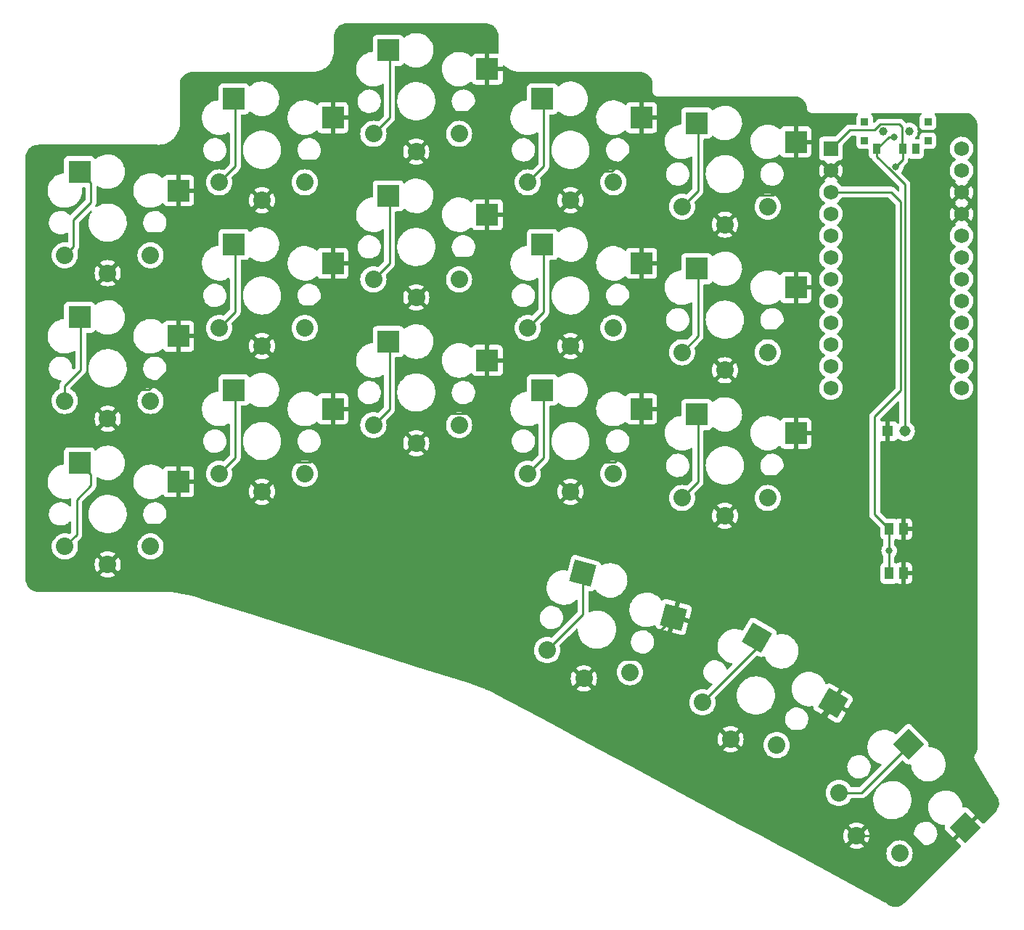
<source format=gbl>
%TF.GenerationSoftware,KiCad,Pcbnew,(6.0.5)*%
%TF.CreationDate,2022-09-17T13:25:28+02:00*%
%TF.ProjectId,rae_dux_no_splay,7261655f-6475-4785-9f6e-6f5f73706c61,v1.0.0*%
%TF.SameCoordinates,Original*%
%TF.FileFunction,Copper,L2,Bot*%
%TF.FilePolarity,Positive*%
%FSLAX46Y46*%
G04 Gerber Fmt 4.6, Leading zero omitted, Abs format (unit mm)*
G04 Created by KiCad (PCBNEW (6.0.5)) date 2022-09-17 13:25:28*
%MOMM*%
%LPD*%
G01*
G04 APERTURE LIST*
G04 Aperture macros list*
%AMRotRect*
0 Rectangle, with rotation*
0 The origin of the aperture is its center*
0 $1 length*
0 $2 width*
0 $3 Rotation angle, in degrees counterclockwise*
0 Add horizontal line*
21,1,$1,$2,0,0,$3*%
G04 Aperture macros list end*
%TA.AperFunction,SMDPad,CuDef*%
%ADD10R,2.600000X2.600000*%
%TD*%
%TA.AperFunction,ComponentPad*%
%ADD11C,2.032000*%
%TD*%
%TA.AperFunction,SMDPad,CuDef*%
%ADD12RotRect,2.600000X2.600000X345.000000*%
%TD*%
%TA.AperFunction,SMDPad,CuDef*%
%ADD13RotRect,2.600000X2.600000X330.000000*%
%TD*%
%TA.AperFunction,SMDPad,CuDef*%
%ADD14RotRect,2.600000X2.600000X315.000000*%
%TD*%
%TA.AperFunction,ComponentPad*%
%ADD15R,1.752600X1.752600*%
%TD*%
%TA.AperFunction,ComponentPad*%
%ADD16C,1.752600*%
%TD*%
%TA.AperFunction,WasherPad*%
%ADD17C,1.000000*%
%TD*%
%TA.AperFunction,SMDPad,CuDef*%
%ADD18R,0.900000X1.250000*%
%TD*%
%TA.AperFunction,SMDPad,CuDef*%
%ADD19R,0.900000X0.900000*%
%TD*%
%TA.AperFunction,ComponentPad*%
%ADD20C,1.308000*%
%TD*%
%TA.AperFunction,ComponentPad*%
%ADD21R,1.308000X1.308000*%
%TD*%
%TA.AperFunction,SMDPad,CuDef*%
%ADD22R,1.000000X1.450000*%
%TD*%
%TA.AperFunction,ViaPad*%
%ADD23C,0.800000*%
%TD*%
%TA.AperFunction,Conductor*%
%ADD24C,0.250000*%
%TD*%
G04 APERTURE END LIST*
D10*
X64725000Y55950000D03*
X76275000Y53750000D03*
D11*
X63000000Y46200000D03*
X68000000Y44100000D03*
X73000000Y46200000D03*
X68000000Y44100000D03*
D10*
X64725000Y72950000D03*
X76275000Y70750000D03*
D11*
X63000000Y63200000D03*
X68000000Y61100000D03*
X73000000Y63200000D03*
X68000000Y61100000D03*
D10*
X64725000Y89950000D03*
X76275000Y87750000D03*
D11*
X63000000Y80200000D03*
X68000000Y78100000D03*
X73000000Y80200000D03*
X68000000Y78100000D03*
D10*
X82725000Y64450000D03*
X94275000Y62250000D03*
D11*
X81000000Y54700000D03*
X86000000Y52600000D03*
X91000000Y54700000D03*
X86000000Y52600000D03*
D10*
X82725000Y81450000D03*
X94275000Y79250000D03*
D11*
X81000000Y71700000D03*
X86000000Y69600000D03*
X91000000Y71700000D03*
X86000000Y69600000D03*
D10*
X82725000Y98450000D03*
X94275000Y96250000D03*
D11*
X81000000Y88700000D03*
X86000000Y86600000D03*
X91000000Y88700000D03*
X86000000Y86600000D03*
D10*
X100725000Y70116667D03*
X112275000Y67916667D03*
D11*
X99000000Y60366667D03*
X104000000Y58266667D03*
X109000000Y60366667D03*
X104000000Y58266667D03*
D10*
X100725000Y87116667D03*
X112275000Y84916667D03*
D11*
X99000000Y77366667D03*
X104000000Y75266667D03*
X109000000Y77366667D03*
X104000000Y75266667D03*
D10*
X100725000Y104116667D03*
X112275000Y101916667D03*
D11*
X99000000Y94366667D03*
X104000000Y92266667D03*
X109000000Y94366667D03*
X104000000Y92266667D03*
D10*
X118725000Y64450000D03*
X130275000Y62250000D03*
D11*
X117000000Y54700000D03*
X122000000Y52600000D03*
X127000000Y54700000D03*
X122000000Y52600000D03*
D10*
X118725000Y81450000D03*
X130275000Y79250000D03*
D11*
X117000000Y71700000D03*
X122000000Y69600000D03*
X127000000Y71700000D03*
X122000000Y69600000D03*
D10*
X118725000Y98450000D03*
X130275000Y96250000D03*
D11*
X117000000Y88700000D03*
X122000000Y86600000D03*
X127000000Y88700000D03*
X122000000Y86600000D03*
D10*
X136725000Y61616667D03*
X148275000Y59416667D03*
D11*
X135000000Y51866667D03*
X140000000Y49766667D03*
X145000000Y51866667D03*
X140000000Y49766667D03*
D10*
X136725000Y78616667D03*
X148275000Y76416667D03*
D11*
X135000000Y68866667D03*
X140000000Y66766667D03*
X145000000Y68866667D03*
X140000000Y66766667D03*
D10*
X136725000Y95616667D03*
X148275000Y93416667D03*
D11*
X135000000Y85866667D03*
X140000000Y83766667D03*
X145000000Y85866667D03*
X140000000Y83766667D03*
D12*
X123456525Y43083813D03*
X134043567Y37969416D03*
D11*
X119266817Y34112499D03*
X123552927Y30789960D03*
X128926076Y31524309D03*
X123552927Y30789960D03*
D13*
X143756325Y35600748D03*
X152658918Y27920492D03*
D11*
X137387431Y28019500D03*
X140667558Y23700847D03*
X146047685Y23019500D03*
X140667558Y23700847D03*
D14*
X161427667Y23118688D03*
X168039115Y13395970D03*
D11*
X153313616Y17444156D03*
X155364226Y12423698D03*
X160384684Y10373088D03*
X155364226Y12423698D03*
D15*
X152380000Y92636667D03*
D16*
X152380000Y90096667D03*
X152380000Y87556667D03*
X152380000Y85016667D03*
X152380000Y82476667D03*
X152380000Y79936667D03*
X152380000Y77396667D03*
X152380000Y74856667D03*
X152380000Y72316667D03*
X152380000Y69776667D03*
X152380000Y67236667D03*
X152380000Y64696667D03*
X167620000Y92636667D03*
X167620000Y90096667D03*
X167620000Y87556667D03*
X167620000Y85016667D03*
X167620000Y82476667D03*
X167620000Y79936667D03*
X167620000Y77396667D03*
X167620000Y74856667D03*
X167620000Y72316667D03*
X167620000Y69776667D03*
X167620000Y67236667D03*
X167620000Y64696667D03*
D17*
X161500000Y94666667D03*
X158500000Y94666667D03*
X161500000Y94666667D03*
X158500000Y94666667D03*
D18*
X157750000Y92591667D03*
X160750000Y92591667D03*
X162250000Y92591667D03*
D19*
X163700000Y95766667D03*
X163700000Y93566667D03*
X156300000Y93566667D03*
X156300000Y95766667D03*
D20*
X161000000Y59666667D03*
D21*
X159000000Y59666667D03*
D22*
X159150000Y43091667D03*
X159150000Y48241667D03*
X160850000Y43091667D03*
X160850000Y48241667D03*
D23*
X159168927Y45711302D03*
X159955156Y90521382D03*
X159782240Y93958093D03*
D24*
X82874521Y64300479D02*
X82725000Y64450000D01*
X82874521Y56574521D02*
X82874521Y64300479D01*
X81000000Y54700000D02*
X82874521Y56574521D01*
X66040000Y53340000D02*
X66040000Y54635000D01*
X66040000Y54635000D02*
X64725000Y55950000D01*
X64370487Y51670487D02*
X66040000Y53340000D01*
X64370487Y47570487D02*
X64370487Y51670487D01*
X63000000Y46200000D02*
X64370487Y47570487D01*
X64874521Y72800479D02*
X64725000Y72950000D01*
X64874521Y66828844D02*
X64874521Y72800479D01*
X63000000Y64954323D02*
X64874521Y66828844D01*
X63000000Y63200000D02*
X63000000Y64954323D01*
X66040000Y88635000D02*
X64725000Y89950000D01*
X64015999Y84335999D02*
X66040000Y86360000D01*
X63000000Y80200000D02*
X64015999Y81215999D01*
X64015999Y81215999D02*
X64015999Y84335999D01*
X66040000Y86360000D02*
X66040000Y88635000D01*
X118874521Y64300479D02*
X118725000Y64450000D01*
X117000000Y54700000D02*
X118874521Y56574521D01*
X118874521Y56574521D02*
X118874521Y64300479D01*
X100874521Y69967146D02*
X100725000Y70116667D01*
X99000000Y60366667D02*
X100874521Y62241188D01*
X100874521Y62241188D02*
X100874521Y69967146D01*
X82874521Y73574521D02*
X82874521Y81300479D01*
X82874521Y81300479D02*
X82725000Y81450000D01*
X81000000Y71700000D02*
X82874521Y73574521D01*
X82874521Y98300479D02*
X82725000Y98450000D01*
X81000000Y88700000D02*
X82874521Y90574521D01*
X82874521Y90574521D02*
X82874521Y98300479D01*
X100874521Y103967146D02*
X100725000Y104116667D01*
X100874521Y96241188D02*
X100874521Y103967146D01*
X99000000Y94366667D02*
X100874521Y96241188D01*
X100874521Y79241188D02*
X100874521Y86967146D01*
X99000000Y77366667D02*
X100874521Y79241188D01*
X100874521Y86967146D02*
X100725000Y87116667D01*
X118874521Y81300479D02*
X118725000Y81450000D01*
X118874521Y73574521D02*
X118874521Y81300479D01*
X117000000Y71700000D02*
X118874521Y73574521D01*
X118874521Y98300479D02*
X118725000Y98450000D01*
X117000000Y88700000D02*
X118874521Y90574521D01*
X118874521Y90574521D02*
X118874521Y98300479D01*
X136874521Y87741188D02*
X136874521Y95467146D01*
X135000000Y85866667D02*
X136874521Y87741188D01*
X136874521Y95467146D02*
X136725000Y95616667D01*
X136874521Y70741188D02*
X136874521Y78467146D01*
X135000000Y68866667D02*
X136874521Y70741188D01*
X136874521Y78467146D02*
X136725000Y78616667D01*
X136874521Y61467146D02*
X136725000Y61616667D01*
X136874521Y53741188D02*
X136874521Y61467146D01*
X135000000Y51866667D02*
X136874521Y53741188D01*
X123456525Y38302207D02*
X123456525Y43083813D01*
X119266817Y34112499D02*
X123456525Y38302207D01*
X143756325Y34388394D02*
X143756325Y35600748D01*
X137387431Y28019500D02*
X143756325Y34388394D01*
X155964591Y17444156D02*
X161427667Y22907232D01*
X153313616Y17444156D02*
X155964591Y17444156D01*
X161427667Y22907232D02*
X161427667Y23118688D01*
X159168927Y45711302D02*
X159150000Y45692375D01*
X159150000Y45692375D02*
X159150000Y43091667D01*
X159150000Y45730229D02*
X159168927Y45711302D01*
X159150000Y48241667D02*
X159150000Y45730229D01*
X157480000Y49911667D02*
X159150000Y48241667D01*
X159386843Y87556667D02*
X160542075Y86401435D01*
X160542075Y64411136D02*
X157480000Y61349061D01*
X152380000Y87556667D02*
X159386843Y87556667D01*
X160542075Y86401435D02*
X160542075Y64411136D01*
X157480000Y61349061D02*
X157480000Y49911667D01*
X157750000Y91699848D02*
X157750000Y92591667D01*
X160991595Y88460329D02*
X159230645Y90221279D01*
X159230645Y90221279D02*
X159228569Y90221279D01*
X160991595Y59675072D02*
X160991595Y88460329D01*
X159228569Y90221279D02*
X157750000Y91699848D01*
X161000000Y59666667D02*
X160991595Y59675072D01*
X160750000Y91316226D02*
X159955156Y90521382D01*
X160750000Y92591667D02*
X160750000Y91316226D01*
X159116426Y93958093D02*
X159782240Y93958093D01*
X157750000Y92591667D02*
X159116426Y93958093D01*
X154556050Y94812717D02*
X152380000Y92636667D01*
X160675479Y95161463D02*
X160333410Y95503532D01*
X160675479Y92666188D02*
X160675479Y95161463D01*
X160333410Y95503532D02*
X158170815Y95503532D01*
X160750000Y92591667D02*
X160675479Y92666188D01*
X158170815Y95503532D02*
X157480000Y94812717D01*
X157480000Y94812717D02*
X154556050Y94812717D01*
X164803145Y10160000D02*
X168039115Y13395970D01*
X164238776Y10160000D02*
X164803145Y10160000D01*
X161975078Y12423698D02*
X164238776Y10160000D01*
X155364226Y12423698D02*
X161975078Y12423698D01*
X149455272Y24716846D02*
X152658918Y27920492D01*
X141683557Y24716846D02*
X149455272Y24716846D01*
X140667558Y23700847D02*
X141683557Y24716846D01*
X132080000Y36005849D02*
X134043567Y37969416D01*
X132080000Y33020000D02*
X132080000Y36005849D01*
X125782967Y33020000D02*
X132080000Y33020000D01*
X123552927Y30789960D02*
X125782967Y33020000D01*
X146007587Y54441246D02*
X148275000Y56708659D01*
X144674579Y54441246D02*
X146007587Y54441246D01*
X148275000Y56708659D02*
X148275000Y59416667D01*
X140000000Y49766667D02*
X144674579Y54441246D01*
X148275000Y73708659D02*
X148275000Y76416667D01*
X144674579Y71441246D02*
X146007587Y71441246D01*
X146007587Y71441246D02*
X148275000Y73708659D01*
X140000000Y66766667D02*
X144674579Y71441246D01*
X143440511Y87207178D02*
X145627178Y87207178D01*
X145627178Y87207178D02*
X148275000Y89855000D01*
X140000000Y83766667D02*
X143440511Y87207178D01*
X148275000Y89855000D02*
X148275000Y93416667D01*
X112275000Y64015000D02*
X112275000Y67916667D01*
X109967178Y61707178D02*
X112275000Y64015000D01*
X107440511Y61707178D02*
X109967178Y61707178D01*
X104000000Y58266667D02*
X107440511Y61707178D01*
X130275000Y59155000D02*
X130275000Y62250000D01*
X127160511Y56040511D02*
X130275000Y59155000D01*
X122000000Y52600000D02*
X125440511Y56040511D01*
X125440511Y56040511D02*
X127160511Y56040511D01*
X130275000Y76541992D02*
X130275000Y79250000D01*
X128007587Y74274579D02*
X130275000Y76541992D01*
X122000000Y69600000D02*
X126674579Y74274579D01*
X126674579Y74274579D02*
X128007587Y74274579D01*
X112275000Y81795000D02*
X112275000Y84916667D01*
X110421246Y79941246D02*
X112275000Y81795000D01*
X108674579Y79941246D02*
X110421246Y79941246D01*
X104000000Y75266667D02*
X108674579Y79941246D01*
X92054579Y74274579D02*
X94275000Y76495000D01*
X94275000Y76495000D02*
X94275000Y79250000D01*
X90674579Y74274579D02*
X92054579Y74274579D01*
X86000000Y69600000D02*
X90674579Y74274579D01*
X130275000Y93541992D02*
X130275000Y96250000D01*
X126773519Y90040511D02*
X130275000Y93541992D01*
X125440511Y90040511D02*
X126773519Y90040511D01*
X122000000Y86600000D02*
X125440511Y90040511D01*
X112275000Y99208659D02*
X112275000Y101916667D01*
X110007587Y96941246D02*
X112275000Y99208659D01*
X108674579Y96941246D02*
X110007587Y96941246D01*
X104000000Y92266667D02*
X108674579Y96941246D01*
X93814579Y91274579D02*
X94275000Y91735000D01*
X90674579Y91274579D02*
X93814579Y91274579D01*
X94275000Y91735000D02*
X94275000Y96250000D01*
X86000000Y86600000D02*
X90674579Y91274579D01*
X75154579Y82774579D02*
X76275000Y83895000D01*
X68000000Y78100000D02*
X72674579Y82774579D01*
X72674579Y82774579D02*
X75154579Y82774579D01*
X76275000Y83895000D02*
X76275000Y87750000D01*
X76275000Y68041992D02*
X76275000Y70750000D01*
X72773519Y64540511D02*
X76275000Y68041992D01*
X71440511Y64540511D02*
X72773519Y64540511D01*
X68000000Y61100000D02*
X71440511Y64540511D01*
X94275000Y58715000D02*
X94275000Y62250000D01*
X91600511Y56040511D02*
X94275000Y58715000D01*
X89440511Y56040511D02*
X91600511Y56040511D01*
X86000000Y52600000D02*
X89440511Y56040511D01*
X76275000Y50875000D02*
X76275000Y53750000D01*
X72674579Y48774579D02*
X74174579Y48774579D01*
X68000000Y44100000D02*
X72674579Y48774579D01*
X74174579Y48774579D02*
X76275000Y50875000D01*
%TA.AperFunction,Conductor*%
G36*
X112070018Y107256667D02*
G01*
X112084851Y107254357D01*
X112084855Y107254357D01*
X112093724Y107252976D01*
X112108981Y107254971D01*
X112134302Y107255714D01*
X112303278Y107243628D01*
X112321065Y107241071D01*
X112399653Y107223974D01*
X112511394Y107199666D01*
X112528637Y107194604D01*
X112711152Y107126528D01*
X112727490Y107119066D01*
X112898449Y107025714D01*
X112913559Y107016004D01*
X113069504Y106899264D01*
X113083082Y106887498D01*
X113220818Y106749759D01*
X113232579Y106736186D01*
X113291249Y106657811D01*
X113349309Y106580250D01*
X113359028Y106565127D01*
X113452376Y106394170D01*
X113459844Y106377816D01*
X113527908Y106195320D01*
X113532973Y106178071D01*
X113574374Y105987744D01*
X113574374Y105987742D01*
X113576932Y105969950D01*
X113588517Y105807930D01*
X113587798Y105790642D01*
X113587690Y105781822D01*
X113586309Y105772951D01*
X113587473Y105764050D01*
X113590437Y105741379D01*
X113591500Y105725044D01*
X113591500Y104149367D01*
X113590000Y104129982D01*
X113587690Y104115149D01*
X113587690Y104115145D01*
X113586309Y104106276D01*
X113587130Y104100000D01*
X113586915Y104100000D01*
X113587391Y104092128D01*
X113587391Y104092126D01*
X113601536Y103858274D01*
X113585683Y103789070D01*
X113534933Y103739423D01*
X113475766Y103724667D01*
X112547115Y103724667D01*
X112531876Y103720192D01*
X112530671Y103718802D01*
X112529000Y103711119D01*
X112529000Y102188782D01*
X112533475Y102173543D01*
X112534865Y102172338D01*
X112542548Y102170667D01*
X114064884Y102170667D01*
X114080123Y102175142D01*
X114081328Y102176532D01*
X114082999Y102184215D01*
X114082999Y102265256D01*
X114103001Y102333377D01*
X114156657Y102379870D01*
X114226931Y102389974D01*
X114291511Y102360480D01*
X114298094Y102354351D01*
X114433516Y102218929D01*
X114672405Y102031772D01*
X114753845Y101982540D01*
X114928850Y101876745D01*
X114928854Y101876743D01*
X114932111Y101874774D01*
X114995156Y101846400D01*
X115205372Y101751789D01*
X115205378Y101751787D01*
X115208848Y101750225D01*
X115498579Y101659941D01*
X115797081Y101605238D01*
X115800875Y101605009D01*
X115800879Y101605008D01*
X115933283Y101596999D01*
X116069159Y101588780D01*
X116082446Y101587265D01*
X116087448Y101586424D01*
X116093724Y101586347D01*
X116095140Y101586330D01*
X116095143Y101586330D01*
X116100000Y101586271D01*
X116127624Y101590227D01*
X116145486Y101591500D01*
X130050633Y101591500D01*
X130070018Y101590000D01*
X130084851Y101587690D01*
X130084855Y101587690D01*
X130093724Y101586309D01*
X130108981Y101588304D01*
X130134302Y101589047D01*
X130303285Y101576961D01*
X130321064Y101574404D01*
X130511392Y101533001D01*
X130528641Y101527937D01*
X130711150Y101459864D01*
X130727502Y101452396D01*
X130898458Y101359048D01*
X130913582Y101349328D01*
X131069514Y101232598D01*
X131083100Y101220825D01*
X131220825Y101083100D01*
X131232598Y101069514D01*
X131349328Y100913582D01*
X131359048Y100898458D01*
X131452396Y100727502D01*
X131459864Y100711150D01*
X131527937Y100528641D01*
X131533001Y100511393D01*
X131574404Y100321064D01*
X131576961Y100303285D01*
X131587243Y100159530D01*
X131588540Y100141399D01*
X131587793Y100123435D01*
X131587692Y100115155D01*
X131586309Y100106276D01*
X131590436Y100074717D01*
X131591500Y100058379D01*
X131591500Y99275290D01*
X131591498Y99274520D01*
X131591024Y99196946D01*
X131593491Y99188315D01*
X131599150Y99168514D01*
X131602728Y99151752D01*
X131606920Y99122480D01*
X131610634Y99114312D01*
X131610634Y99114311D01*
X131617548Y99099105D01*
X131623996Y99081581D01*
X131631051Y99056896D01*
X131635843Y99049302D01*
X131635844Y99049299D01*
X131646830Y99031887D01*
X131654969Y99016804D01*
X131667208Y98989885D01*
X131673069Y98983083D01*
X131683970Y98970432D01*
X131695073Y98955428D01*
X131708776Y98933709D01*
X131715501Y98927770D01*
X131715504Y98927766D01*
X131730938Y98914135D01*
X131742982Y98901943D01*
X131756427Y98886340D01*
X131756430Y98886338D01*
X131762287Y98879540D01*
X131769816Y98874660D01*
X131769817Y98874659D01*
X131783835Y98865573D01*
X131798709Y98854282D01*
X131811217Y98843236D01*
X131817951Y98837289D01*
X131844711Y98824725D01*
X131859691Y98816404D01*
X131876983Y98805196D01*
X131876988Y98805194D01*
X131884515Y98800315D01*
X131893108Y98797745D01*
X131893113Y98797743D01*
X131909120Y98792956D01*
X131926564Y98786295D01*
X131941676Y98779200D01*
X131941678Y98779199D01*
X131949800Y98775386D01*
X131958667Y98774005D01*
X131958668Y98774005D01*
X131963267Y98773289D01*
X131979017Y98770837D01*
X131995732Y98767054D01*
X132015466Y98761152D01*
X132015472Y98761151D01*
X132024066Y98758581D01*
X132033037Y98758526D01*
X132033038Y98758526D01*
X132043097Y98758465D01*
X132058506Y98758371D01*
X132059289Y98758338D01*
X132060386Y98758167D01*
X132091377Y98758167D01*
X132092147Y98758165D01*
X132165785Y98757715D01*
X132165786Y98757715D01*
X132169721Y98757691D01*
X132171065Y98758075D01*
X132172410Y98758167D01*
X148050633Y98758167D01*
X148070018Y98756667D01*
X148084852Y98754357D01*
X148084855Y98754357D01*
X148093724Y98752976D01*
X148107996Y98754842D01*
X148134058Y98755529D01*
X148149192Y98754357D01*
X148319907Y98741136D01*
X148339132Y98738140D01*
X148494125Y98701544D01*
X148544297Y98689698D01*
X148562829Y98683779D01*
X148609500Y98664788D01*
X148758095Y98604322D01*
X148775498Y98595618D01*
X148846668Y98552857D01*
X148956200Y98487045D01*
X148972045Y98475774D01*
X149039901Y98419126D01*
X149133877Y98340673D01*
X149147806Y98327088D01*
X149286906Y98168684D01*
X149298575Y98153119D01*
X149393750Y98003324D01*
X149411627Y97975188D01*
X149420762Y97958010D01*
X149437558Y97919517D01*
X149505073Y97764788D01*
X149511453Y97746410D01*
X149565007Y97542518D01*
X149568481Y97523383D01*
X149586809Y97344805D01*
X149586580Y97327983D01*
X149586732Y97327985D01*
X149586847Y97319008D01*
X149585688Y97310107D01*
X149587074Y97301237D01*
X149587074Y97301236D01*
X149589022Y97288771D01*
X149590531Y97268549D01*
X149590399Y97246946D01*
X149592866Y97238315D01*
X149592866Y97238314D01*
X149599643Y97214601D01*
X149602983Y97199429D01*
X149608176Y97166196D01*
X149611994Y97158076D01*
X149611995Y97158072D01*
X149617368Y97146645D01*
X149624490Y97127663D01*
X149627959Y97115527D01*
X149630426Y97106896D01*
X149635214Y97099307D01*
X149635216Y97099303D01*
X149648375Y97078447D01*
X149655838Y97064826D01*
X149670153Y97034381D01*
X149676099Y97027656D01*
X149684461Y97018198D01*
X149696624Y97001979D01*
X149708151Y96983709D01*
X149733367Y96961439D01*
X149744348Y96950464D01*
X149766633Y96925259D01*
X149774228Y96920473D01*
X149774230Y96920471D01*
X149784910Y96913740D01*
X149801140Y96901584D01*
X149817326Y96887289D01*
X149825452Y96883474D01*
X149825455Y96883472D01*
X149847770Y96872996D01*
X149861403Y96865537D01*
X149882265Y96852389D01*
X149882268Y96852387D01*
X149889862Y96847602D01*
X149898492Y96845141D01*
X149898496Y96845139D01*
X149910637Y96841677D01*
X149929632Y96834562D01*
X149941053Y96829199D01*
X149941056Y96829198D01*
X149949175Y96825386D01*
X149958042Y96824005D01*
X149958046Y96824004D01*
X149982407Y96820210D01*
X149997576Y96816880D01*
X150021302Y96810113D01*
X150021308Y96810112D01*
X150029934Y96807652D01*
X150106737Y96808164D01*
X150107577Y96808167D01*
X155413059Y96808167D01*
X155481180Y96788165D01*
X155527673Y96734509D01*
X155537777Y96664235D01*
X155508283Y96599655D01*
X155499995Y96591933D01*
X155500269Y96591659D01*
X155493919Y96585309D01*
X155486739Y96579928D01*
X155399385Y96463372D01*
X155348255Y96326983D01*
X155341500Y96264801D01*
X155341500Y95572217D01*
X155321498Y95504096D01*
X155267842Y95457603D01*
X155215500Y95446217D01*
X154634813Y95446217D01*
X154623629Y95446744D01*
X154616141Y95448418D01*
X154608218Y95448169D01*
X154548083Y95446279D01*
X154544125Y95446217D01*
X154516194Y95446217D01*
X154512279Y95445722D01*
X154512275Y95445722D01*
X154512217Y95445714D01*
X154512188Y95445711D01*
X154500346Y95444778D01*
X154456160Y95443390D01*
X154438794Y95438345D01*
X154436708Y95437739D01*
X154417356Y95433731D01*
X154405118Y95432185D01*
X154405116Y95432184D01*
X154397253Y95431191D01*
X154356136Y95414911D01*
X154344935Y95411076D01*
X154302456Y95398735D01*
X154295637Y95394702D01*
X154295632Y95394700D01*
X154285021Y95388424D01*
X154267271Y95379727D01*
X154248433Y95372269D01*
X154242017Y95367608D01*
X154242016Y95367607D01*
X154212675Y95346289D01*
X154202751Y95339770D01*
X154171510Y95321295D01*
X154171505Y95321291D01*
X154164687Y95317259D01*
X154150363Y95302935D01*
X154135331Y95290096D01*
X154118943Y95278189D01*
X154093348Y95247250D01*
X154090762Y95244124D01*
X154082772Y95235344D01*
X152905800Y94058372D01*
X152843488Y94024346D01*
X152816705Y94021467D01*
X151455566Y94021467D01*
X151393384Y94014712D01*
X151256995Y93963582D01*
X151140439Y93876228D01*
X151053085Y93759672D01*
X151001955Y93623283D01*
X150995200Y93561101D01*
X150995200Y91712233D01*
X151001955Y91650051D01*
X151053085Y91513662D01*
X151140439Y91397106D01*
X151256995Y91309752D01*
X151393384Y91258622D01*
X151455566Y91251867D01*
X151531820Y91251867D01*
X151599941Y91231865D01*
X151620915Y91214962D01*
X152367188Y90468689D01*
X152381132Y90461075D01*
X152382965Y90461206D01*
X152389580Y90465457D01*
X153139085Y91214962D01*
X153201397Y91248988D01*
X153228180Y91251867D01*
X153304434Y91251867D01*
X153366616Y91258622D01*
X153503005Y91309752D01*
X153619561Y91397106D01*
X153706915Y91513662D01*
X153758045Y91650051D01*
X153764800Y91712233D01*
X153764800Y93073373D01*
X153784802Y93141494D01*
X153801705Y93162468D01*
X154781549Y94142312D01*
X154843861Y94176338D01*
X154870644Y94179217D01*
X155215500Y94179217D01*
X155283621Y94159215D01*
X155330114Y94105559D01*
X155341500Y94053217D01*
X155341500Y93068533D01*
X155348255Y93006351D01*
X155399385Y92869962D01*
X155486739Y92753406D01*
X155603295Y92666052D01*
X155739684Y92614922D01*
X155801866Y92608167D01*
X156665500Y92608167D01*
X156733621Y92588165D01*
X156780114Y92534509D01*
X156791500Y92482167D01*
X156791500Y91918533D01*
X156798255Y91856351D01*
X156849385Y91719962D01*
X156936739Y91603406D01*
X156946650Y91595978D01*
X157046113Y91521434D01*
X157046116Y91521432D01*
X157053295Y91516052D01*
X157085735Y91503891D01*
X157100870Y91498217D01*
X157157635Y91455576D01*
X157165093Y91444377D01*
X157171369Y91433764D01*
X157174294Y91428819D01*
X157182988Y91411072D01*
X157190448Y91392231D01*
X157195110Y91385815D01*
X157195110Y91385814D01*
X157216436Y91356461D01*
X157222952Y91346541D01*
X157233227Y91329168D01*
X157245458Y91308486D01*
X157259779Y91294165D01*
X157272619Y91279132D01*
X157284528Y91262741D01*
X157307031Y91244125D01*
X157318605Y91234550D01*
X157327384Y91226560D01*
X158724912Y89829032D01*
X158732456Y89820742D01*
X158736569Y89814261D01*
X158742346Y89808836D01*
X158786236Y89767621D01*
X158789078Y89764866D01*
X158808799Y89745145D01*
X158811926Y89742719D01*
X158814903Y89740095D01*
X158814896Y89740087D01*
X158823661Y89732359D01*
X160321190Y88234830D01*
X160355216Y88172518D01*
X160358095Y88145735D01*
X160358095Y87785510D01*
X160338093Y87717389D01*
X160284437Y87670896D01*
X160214163Y87660792D01*
X160149583Y87690286D01*
X160143000Y87696415D01*
X159890495Y87948920D01*
X159882955Y87957206D01*
X159878843Y87963685D01*
X159829191Y88010311D01*
X159826350Y88013065D01*
X159806613Y88032802D01*
X159803416Y88035282D01*
X159794394Y88042987D01*
X159784798Y88051998D01*
X159762164Y88073253D01*
X159755218Y88077072D01*
X159755215Y88077074D01*
X159744409Y88083015D01*
X159727890Y88093866D01*
X159726104Y88095251D01*
X159711884Y88106281D01*
X159704615Y88109426D01*
X159704611Y88109429D01*
X159671306Y88123841D01*
X159660656Y88129058D01*
X159621903Y88150362D01*
X159602280Y88155400D01*
X159583577Y88161804D01*
X159572263Y88166700D01*
X159572262Y88166700D01*
X159564988Y88169848D01*
X159557165Y88171087D01*
X159557155Y88171090D01*
X159521319Y88176766D01*
X159509699Y88179172D01*
X159474554Y88188195D01*
X159474553Y88188195D01*
X159466873Y88190167D01*
X159446619Y88190167D01*
X159426908Y88191718D01*
X159414729Y88193647D01*
X159406900Y88194887D01*
X159399008Y88194141D01*
X159362882Y88190726D01*
X159351024Y88190167D01*
X153688131Y88190167D01*
X153620010Y88210169D01*
X153582339Y88247727D01*
X153483731Y88400152D01*
X153483729Y88400155D01*
X153480923Y88404492D01*
X153327668Y88572917D01*
X153148963Y88714049D01*
X153141849Y88717976D01*
X153141006Y88718827D01*
X153140131Y88719408D01*
X153140251Y88719589D01*
X153091876Y88768406D01*
X153077100Y88837848D01*
X153102214Y88904254D01*
X153129568Y88930865D01*
X153148103Y88944086D01*
X153156504Y88954786D01*
X153149515Y88967942D01*
X152392812Y89724645D01*
X152378868Y89732259D01*
X152377035Y89732128D01*
X152370420Y89727877D01*
X151607510Y88964967D01*
X151600750Y88952587D01*
X151606031Y88945533D01*
X151620698Y88936962D01*
X151669422Y88885324D01*
X151682493Y88815541D01*
X151655762Y88749769D01*
X151632781Y88727414D01*
X151461579Y88598872D01*
X151457444Y88595767D01*
X151453872Y88592029D01*
X151328446Y88460778D01*
X151300120Y88431137D01*
X151297206Y88426865D01*
X151297205Y88426864D01*
X151243754Y88348508D01*
X151171797Y88243022D01*
X151075921Y88036475D01*
X151074539Y88031493D01*
X151074539Y88031492D01*
X151067378Y88005671D01*
X151015067Y87817042D01*
X150990869Y87590617D01*
X150991166Y87585465D01*
X150991166Y87585461D01*
X150994609Y87525750D01*
X151003977Y87363280D01*
X151005112Y87358243D01*
X151005113Y87358237D01*
X151047357Y87170786D01*
X151054039Y87141136D01*
X151055983Y87136350D01*
X151055984Y87136345D01*
X151125748Y86964539D01*
X151139711Y86930152D01*
X151148361Y86916037D01*
X151245505Y86757513D01*
X151258692Y86735993D01*
X151407786Y86563874D01*
X151582989Y86418418D01*
X151587440Y86415817D01*
X151587450Y86415810D01*
X151620266Y86396634D01*
X151668989Y86344995D01*
X151682059Y86275212D01*
X151655326Y86209440D01*
X151632353Y86187092D01*
X151457444Y86055767D01*
X151414779Y86011121D01*
X151310271Y85901759D01*
X151300120Y85891137D01*
X151297206Y85886865D01*
X151297205Y85886864D01*
X151247343Y85813769D01*
X151171797Y85703022D01*
X151075921Y85496475D01*
X151074539Y85491493D01*
X151074539Y85491492D01*
X151067045Y85464470D01*
X151015067Y85277042D01*
X150990869Y85050617D01*
X150991166Y85045465D01*
X150991166Y85045461D01*
X150993155Y85010973D01*
X151003977Y84823280D01*
X151005112Y84818243D01*
X151005113Y84818237D01*
X151043881Y84646210D01*
X151054039Y84601136D01*
X151055983Y84596350D01*
X151055984Y84596345D01*
X151123701Y84429580D01*
X151139711Y84390152D01*
X151258692Y84195993D01*
X151407786Y84023874D01*
X151582989Y83878418D01*
X151587440Y83875817D01*
X151587450Y83875810D01*
X151620266Y83856634D01*
X151668989Y83804995D01*
X151682059Y83735212D01*
X151655326Y83669440D01*
X151632353Y83647092D01*
X151457444Y83515767D01*
X151405111Y83461004D01*
X151319790Y83371720D01*
X151300120Y83351137D01*
X151297206Y83346865D01*
X151297205Y83346864D01*
X151277192Y83317526D01*
X151171797Y83163022D01*
X151075921Y82956475D01*
X151074539Y82951493D01*
X151074539Y82951492D01*
X151063881Y82913061D01*
X151015067Y82737042D01*
X150990869Y82510617D01*
X150991166Y82505465D01*
X150991166Y82505461D01*
X150994873Y82441168D01*
X151003977Y82283280D01*
X151005112Y82278243D01*
X151005113Y82278237D01*
X151051886Y82070689D01*
X151054039Y82061136D01*
X151055983Y82056350D01*
X151055984Y82056345D01*
X151127245Y81880851D01*
X151139711Y81850152D01*
X151258692Y81655993D01*
X151407786Y81483874D01*
X151582989Y81338418D01*
X151587440Y81335817D01*
X151587450Y81335810D01*
X151620266Y81316634D01*
X151668989Y81264995D01*
X151682059Y81195212D01*
X151655326Y81129440D01*
X151632353Y81107092D01*
X151457444Y80975767D01*
X151453872Y80972029D01*
X151334992Y80847628D01*
X151300120Y80811137D01*
X151297206Y80806865D01*
X151297205Y80806864D01*
X151278768Y80779836D01*
X151171797Y80623022D01*
X151075921Y80416475D01*
X151074539Y80411493D01*
X151074539Y80411492D01*
X151064664Y80375882D01*
X151015067Y80197042D01*
X150990869Y79970617D01*
X150991166Y79965465D01*
X150991166Y79965461D01*
X150993164Y79930816D01*
X151003977Y79743280D01*
X151005112Y79738243D01*
X151005113Y79738237D01*
X151045727Y79558018D01*
X151054039Y79521136D01*
X151055983Y79516350D01*
X151055984Y79516345D01*
X151135604Y79320267D01*
X151139711Y79310152D01*
X151258692Y79115993D01*
X151407786Y78943874D01*
X151582989Y78798418D01*
X151587440Y78795817D01*
X151587450Y78795810D01*
X151620266Y78776634D01*
X151668989Y78724995D01*
X151682059Y78655212D01*
X151655326Y78589440D01*
X151632353Y78567092D01*
X151457444Y78435767D01*
X151447168Y78425014D01*
X151334260Y78306862D01*
X151300120Y78271137D01*
X151297206Y78266865D01*
X151297205Y78266864D01*
X151248990Y78196183D01*
X151171797Y78083022D01*
X151075921Y77876475D01*
X151074539Y77871493D01*
X151074539Y77871492D01*
X151065738Y77839757D01*
X151015067Y77657042D01*
X150990869Y77430617D01*
X150991166Y77425465D01*
X150991166Y77425461D01*
X150994952Y77359805D01*
X151003977Y77203280D01*
X151005112Y77198243D01*
X151005113Y77198237D01*
X151052540Y76987788D01*
X151054039Y76981136D01*
X151055983Y76976350D01*
X151055984Y76976345D01*
X151128898Y76796781D01*
X151139711Y76770152D01*
X151216433Y76644953D01*
X151249335Y76591263D01*
X151258692Y76575993D01*
X151407786Y76403874D01*
X151582989Y76258418D01*
X151587440Y76255817D01*
X151587450Y76255810D01*
X151620266Y76236634D01*
X151668989Y76184995D01*
X151682059Y76115212D01*
X151655326Y76049440D01*
X151632353Y76027092D01*
X151457444Y75895767D01*
X151300120Y75731137D01*
X151297206Y75726865D01*
X151297205Y75726864D01*
X151259429Y75671486D01*
X151171797Y75543022D01*
X151075921Y75336475D01*
X151074539Y75331493D01*
X151074539Y75331492D01*
X151052397Y75251650D01*
X151015067Y75117042D01*
X150990869Y74890617D01*
X150991166Y74885473D01*
X150991166Y74885461D01*
X150993603Y74843194D01*
X151003977Y74663280D01*
X151005112Y74658243D01*
X151005113Y74658237D01*
X151042499Y74492344D01*
X151054039Y74441136D01*
X151055983Y74436350D01*
X151055984Y74436345D01*
X151137767Y74234939D01*
X151139711Y74230152D01*
X151258692Y74035993D01*
X151407786Y73863874D01*
X151582989Y73718418D01*
X151587440Y73715817D01*
X151587450Y73715810D01*
X151620266Y73696634D01*
X151668989Y73644995D01*
X151682059Y73575212D01*
X151655326Y73509440D01*
X151632353Y73487092D01*
X151457444Y73355767D01*
X151300120Y73191137D01*
X151297206Y73186865D01*
X151297205Y73186864D01*
X151273747Y73152475D01*
X151171797Y73003022D01*
X151075921Y72796475D01*
X151015067Y72577042D01*
X150990869Y72350617D01*
X150991166Y72345465D01*
X150991166Y72345461D01*
X150993577Y72303649D01*
X151003977Y72123280D01*
X151005112Y72118243D01*
X151005113Y72118237D01*
X151049953Y71919265D01*
X151054039Y71901136D01*
X151055983Y71896350D01*
X151055984Y71896345D01*
X151116271Y71747878D01*
X151139711Y71690152D01*
X151258692Y71495993D01*
X151407786Y71323874D01*
X151582989Y71178418D01*
X151587440Y71175817D01*
X151587450Y71175810D01*
X151620266Y71156634D01*
X151668989Y71104995D01*
X151682059Y71035212D01*
X151655326Y70969440D01*
X151632353Y70947092D01*
X151457444Y70815767D01*
X151453872Y70812029D01*
X151346320Y70699482D01*
X151300120Y70651137D01*
X151297206Y70646865D01*
X151297205Y70646864D01*
X151235064Y70555768D01*
X151171797Y70463022D01*
X151075921Y70256475D01*
X151015067Y70037042D01*
X150990869Y69810617D01*
X150991166Y69805465D01*
X150991166Y69805461D01*
X150994961Y69739653D01*
X151003977Y69583280D01*
X151005112Y69578243D01*
X151005113Y69578237D01*
X151047057Y69392117D01*
X151054039Y69361136D01*
X151055983Y69356350D01*
X151055984Y69356345D01*
X151137767Y69154939D01*
X151139711Y69150152D01*
X151177650Y69088241D01*
X151251834Y68967185D01*
X151258692Y68955993D01*
X151407786Y68783874D01*
X151582989Y68638418D01*
X151587440Y68635817D01*
X151587450Y68635810D01*
X151620266Y68616634D01*
X151668989Y68564995D01*
X151682059Y68495212D01*
X151655326Y68429440D01*
X151632353Y68407092D01*
X151457444Y68275767D01*
X151453872Y68272029D01*
X151311026Y68122549D01*
X151300120Y68111137D01*
X151297206Y68106865D01*
X151297205Y68106864D01*
X151273201Y68071675D01*
X151171797Y67923022D01*
X151075921Y67716475D01*
X151015067Y67497042D01*
X150990869Y67270617D01*
X150991166Y67265465D01*
X150991166Y67265461D01*
X150995983Y67181927D01*
X151003977Y67043280D01*
X151005112Y67038243D01*
X151005113Y67038237D01*
X151038242Y66891233D01*
X151054039Y66821136D01*
X151055983Y66816350D01*
X151055984Y66816345D01*
X151130795Y66632110D01*
X151139711Y66610152D01*
X151258692Y66415993D01*
X151407786Y66243874D01*
X151542967Y66131645D01*
X151570200Y66109036D01*
X151582989Y66098418D01*
X151587440Y66095817D01*
X151587450Y66095810D01*
X151620266Y66076634D01*
X151668989Y66024995D01*
X151682059Y65955212D01*
X151655326Y65889440D01*
X151632353Y65867092D01*
X151457444Y65735767D01*
X151453872Y65732029D01*
X151319919Y65591855D01*
X151300120Y65571137D01*
X151297206Y65566865D01*
X151297205Y65566864D01*
X151275292Y65534741D01*
X151171797Y65383022D01*
X151075921Y65176475D01*
X151074539Y65171493D01*
X151074539Y65171492D01*
X151051606Y65088799D01*
X151015067Y64957042D01*
X150990869Y64730617D01*
X150991166Y64725465D01*
X150991166Y64725461D01*
X150994665Y64664788D01*
X151003977Y64503280D01*
X151005112Y64498243D01*
X151005113Y64498237D01*
X151043567Y64327604D01*
X151054039Y64281136D01*
X151055983Y64276350D01*
X151055984Y64276345D01*
X151126528Y64102617D01*
X151139711Y64070152D01*
X151258692Y63875993D01*
X151407786Y63703874D01*
X151548940Y63586686D01*
X151576785Y63563569D01*
X151582989Y63558418D01*
X151587441Y63555816D01*
X151587446Y63555813D01*
X151681540Y63500829D01*
X151779597Y63443529D01*
X151992329Y63362295D01*
X151997395Y63361264D01*
X151997396Y63361264D01*
X152009566Y63358788D01*
X152215472Y63316896D01*
X152343288Y63312209D01*
X152437870Y63308740D01*
X152437875Y63308740D01*
X152443034Y63308551D01*
X152448154Y63309207D01*
X152448156Y63309207D01*
X152564551Y63324118D01*
X152668903Y63337486D01*
X152673852Y63338971D01*
X152673858Y63338972D01*
X152808433Y63379347D01*
X152887013Y63402922D01*
X152912970Y63415638D01*
X153086865Y63500829D01*
X153091507Y63503103D01*
X153095711Y63506101D01*
X153095715Y63506104D01*
X153206129Y63584862D01*
X153276893Y63635337D01*
X153438193Y63796075D01*
X153443636Y63803649D01*
X153568055Y63976798D01*
X153571073Y63980998D01*
X153577888Y63994786D01*
X153669673Y64180499D01*
X153669674Y64180501D01*
X153671967Y64185141D01*
X153738164Y64403021D01*
X153742659Y64437160D01*
X153767450Y64625466D01*
X153767451Y64625473D01*
X153767887Y64628788D01*
X153768512Y64654369D01*
X153769464Y64693302D01*
X153769464Y64693307D01*
X153769546Y64696667D01*
X153756942Y64849967D01*
X153751311Y64918465D01*
X153751310Y64918471D01*
X153750887Y64923616D01*
X153713945Y65070689D01*
X153696672Y65139459D01*
X153696671Y65139463D01*
X153695413Y65144470D01*
X153684416Y65169761D01*
X153606672Y65348561D01*
X153606670Y65348564D01*
X153604612Y65353298D01*
X153503148Y65510138D01*
X153483731Y65540152D01*
X153483729Y65540155D01*
X153480923Y65544492D01*
X153327668Y65712917D01*
X153148963Y65854049D01*
X153142335Y65857708D01*
X153141651Y65858398D01*
X153140131Y65859408D01*
X153140339Y65859722D01*
X153092363Y65908134D01*
X153077585Y65977576D01*
X153102696Y66043983D01*
X153130054Y66070598D01*
X153272689Y66172338D01*
X153272691Y66172340D01*
X153276893Y66175337D01*
X153438193Y66336075D01*
X153443309Y66343194D01*
X153568055Y66516798D01*
X153571073Y66520998D01*
X153596278Y66571995D01*
X153669673Y66720499D01*
X153669674Y66720501D01*
X153671967Y66725141D01*
X153722430Y66891233D01*
X153736662Y66938077D01*
X153736662Y66938078D01*
X153738164Y66943021D01*
X153750700Y67038237D01*
X153767450Y67165466D01*
X153767451Y67165473D01*
X153767887Y67168788D01*
X153769546Y67236667D01*
X153768929Y67244176D01*
X153751311Y67458465D01*
X153751310Y67458471D01*
X153750887Y67463616D01*
X153709869Y67626918D01*
X153696672Y67679459D01*
X153696671Y67679463D01*
X153695413Y67684470D01*
X153693354Y67689206D01*
X153606672Y67888561D01*
X153606670Y67888564D01*
X153604612Y67893298D01*
X153522082Y68020870D01*
X153483731Y68080152D01*
X153483729Y68080155D01*
X153480923Y68084492D01*
X153327668Y68252917D01*
X153148963Y68394049D01*
X153142335Y68397708D01*
X153141651Y68398398D01*
X153140131Y68399408D01*
X153140339Y68399722D01*
X153092363Y68448134D01*
X153077585Y68517576D01*
X153102696Y68583983D01*
X153130054Y68610598D01*
X153272689Y68712338D01*
X153272691Y68712340D01*
X153276893Y68715337D01*
X153438193Y68876075D01*
X153485566Y68942001D01*
X153568055Y69056798D01*
X153571073Y69060998D01*
X153583690Y69086525D01*
X153669673Y69260499D01*
X153669674Y69260501D01*
X153671967Y69265141D01*
X153730669Y69458353D01*
X153736662Y69478077D01*
X153736662Y69478078D01*
X153738164Y69483021D01*
X153741772Y69510424D01*
X153767450Y69705466D01*
X153767451Y69705473D01*
X153767887Y69708788D01*
X153768275Y69724667D01*
X153769464Y69773302D01*
X153769464Y69773307D01*
X153769546Y69776667D01*
X153758620Y69909565D01*
X153751311Y69998465D01*
X153751310Y69998471D01*
X153750887Y70003616D01*
X153723150Y70114043D01*
X153696672Y70219459D01*
X153696671Y70219463D01*
X153695413Y70224470D01*
X153621050Y70395493D01*
X153606672Y70428561D01*
X153606670Y70428564D01*
X153604612Y70433298D01*
X153511497Y70577232D01*
X153483731Y70620152D01*
X153483729Y70620155D01*
X153480923Y70624492D01*
X153327668Y70792917D01*
X153148963Y70934049D01*
X153142335Y70937708D01*
X153141651Y70938398D01*
X153140131Y70939408D01*
X153140339Y70939722D01*
X153092363Y70988134D01*
X153077585Y71057576D01*
X153102696Y71123983D01*
X153130054Y71150598D01*
X153272689Y71252338D01*
X153272691Y71252340D01*
X153276893Y71255337D01*
X153438193Y71416075D01*
X153448786Y71430816D01*
X153568055Y71596798D01*
X153571073Y71600998D01*
X153574080Y71607081D01*
X153669673Y71800499D01*
X153669674Y71800501D01*
X153671967Y71805141D01*
X153733255Y72006862D01*
X153736662Y72018077D01*
X153736662Y72018078D01*
X153738164Y72023021D01*
X153740086Y72037617D01*
X153767450Y72245466D01*
X153767451Y72245473D01*
X153767887Y72248788D01*
X153768909Y72290610D01*
X153769464Y72313302D01*
X153769464Y72313307D01*
X153769546Y72316667D01*
X153762179Y72406274D01*
X153751311Y72538465D01*
X153751310Y72538471D01*
X153750887Y72543616D01*
X153709307Y72709156D01*
X153696672Y72759459D01*
X153696671Y72759463D01*
X153695413Y72764470D01*
X153689723Y72777556D01*
X153606672Y72968561D01*
X153606670Y72968564D01*
X153604612Y72973298D01*
X153486725Y73155524D01*
X153483731Y73160152D01*
X153483729Y73160155D01*
X153480923Y73164492D01*
X153327668Y73332917D01*
X153148963Y73474049D01*
X153142335Y73477708D01*
X153141651Y73478398D01*
X153140131Y73479408D01*
X153140339Y73479722D01*
X153092363Y73528134D01*
X153077585Y73597576D01*
X153102696Y73663983D01*
X153130054Y73690598D01*
X153272689Y73792338D01*
X153272691Y73792340D01*
X153276893Y73795337D01*
X153438193Y73956075D01*
X153478713Y74012464D01*
X153568055Y74136798D01*
X153571073Y74140998D01*
X153583129Y74165390D01*
X153669673Y74340499D01*
X153669674Y74340501D01*
X153671967Y74345141D01*
X153738164Y74563021D01*
X153739880Y74576051D01*
X153750598Y74657464D01*
X153767887Y74788788D01*
X153768569Y74816700D01*
X153769464Y74853302D01*
X153769464Y74853307D01*
X153769546Y74856667D01*
X153756585Y75014316D01*
X153751311Y75078465D01*
X153751310Y75078471D01*
X153750887Y75083616D01*
X153718558Y75212325D01*
X153696672Y75299459D01*
X153696671Y75299463D01*
X153695413Y75304470D01*
X153693354Y75309206D01*
X153606672Y75508561D01*
X153606670Y75508564D01*
X153604612Y75513298D01*
X153523493Y75638689D01*
X153483731Y75700152D01*
X153483729Y75700155D01*
X153480923Y75704492D01*
X153327668Y75872917D01*
X153148963Y76014049D01*
X153142335Y76017708D01*
X153141651Y76018398D01*
X153140131Y76019408D01*
X153140339Y76019722D01*
X153092363Y76068134D01*
X153077585Y76137576D01*
X153102696Y76203983D01*
X153130054Y76230598D01*
X153272689Y76332338D01*
X153272691Y76332340D01*
X153276893Y76335337D01*
X153438193Y76496075D01*
X153505484Y76589720D01*
X153568055Y76676798D01*
X153571073Y76680998D01*
X153576561Y76692101D01*
X153669673Y76880499D01*
X153669674Y76880501D01*
X153671967Y76885141D01*
X153729441Y77074309D01*
X153736662Y77098077D01*
X153736662Y77098078D01*
X153738164Y77103021D01*
X153739312Y77111739D01*
X153767450Y77325466D01*
X153767451Y77325473D01*
X153767887Y77328788D01*
X153768572Y77356806D01*
X153769464Y77393302D01*
X153769464Y77393307D01*
X153769546Y77396667D01*
X153760622Y77505214D01*
X153751311Y77618465D01*
X153751310Y77618471D01*
X153750887Y77623616D01*
X153715430Y77764777D01*
X153696672Y77839459D01*
X153696671Y77839463D01*
X153695413Y77844470D01*
X153693354Y77849206D01*
X153606672Y78048561D01*
X153606670Y78048564D01*
X153604612Y78053298D01*
X153502513Y78211119D01*
X153483731Y78240152D01*
X153483729Y78240155D01*
X153480923Y78244492D01*
X153327668Y78412917D01*
X153148963Y78554049D01*
X153142335Y78557708D01*
X153141651Y78558398D01*
X153140131Y78559408D01*
X153140339Y78559722D01*
X153092363Y78608134D01*
X153077585Y78677576D01*
X153102696Y78743983D01*
X153130054Y78770598D01*
X153272689Y78872338D01*
X153272691Y78872340D01*
X153276893Y78875337D01*
X153438193Y79036075D01*
X153457572Y79063043D01*
X153568055Y79216798D01*
X153571073Y79220998D01*
X153584102Y79247359D01*
X153669673Y79420499D01*
X153669674Y79420501D01*
X153671967Y79425141D01*
X153738164Y79643021D01*
X153749279Y79727447D01*
X153767450Y79865466D01*
X153767451Y79865473D01*
X153767887Y79868788D01*
X153768124Y79878472D01*
X153769464Y79933302D01*
X153769464Y79933307D01*
X153769546Y79936667D01*
X153755890Y80102769D01*
X153751311Y80158465D01*
X153751310Y80158471D01*
X153750887Y80163616D01*
X153704952Y80346495D01*
X153696672Y80379459D01*
X153696671Y80379463D01*
X153695413Y80384470D01*
X153690320Y80396183D01*
X153606672Y80588561D01*
X153606670Y80588564D01*
X153604612Y80593298D01*
X153490521Y80769656D01*
X153483731Y80780152D01*
X153483729Y80780155D01*
X153480923Y80784492D01*
X153327668Y80952917D01*
X153148963Y81094049D01*
X153142335Y81097708D01*
X153141651Y81098398D01*
X153140131Y81099408D01*
X153140339Y81099722D01*
X153092363Y81148134D01*
X153077585Y81217576D01*
X153102696Y81283983D01*
X153130054Y81310598D01*
X153272689Y81412338D01*
X153272691Y81412340D01*
X153276893Y81415337D01*
X153438193Y81576075D01*
X153495669Y81656061D01*
X153568055Y81756798D01*
X153571073Y81760998D01*
X153579014Y81777064D01*
X153669673Y81960499D01*
X153669674Y81960501D01*
X153671967Y81965141D01*
X153738164Y82183021D01*
X153738839Y82188147D01*
X153767450Y82405466D01*
X153767451Y82405473D01*
X153767887Y82408788D01*
X153768610Y82438383D01*
X153769464Y82473302D01*
X153769464Y82473307D01*
X153769546Y82476667D01*
X153756062Y82640670D01*
X153751311Y82698465D01*
X153751310Y82698471D01*
X153750887Y82703616D01*
X153715481Y82844576D01*
X153696672Y82919459D01*
X153696671Y82919463D01*
X153695413Y82924470D01*
X153690079Y82936738D01*
X153606672Y83128561D01*
X153606670Y83128564D01*
X153604612Y83133298D01*
X153522035Y83260943D01*
X153483731Y83320152D01*
X153483729Y83320155D01*
X153480923Y83324492D01*
X153327668Y83492917D01*
X153148963Y83634049D01*
X153142335Y83637708D01*
X153141651Y83638398D01*
X153140131Y83639408D01*
X153140339Y83639722D01*
X153092363Y83688134D01*
X153077585Y83757576D01*
X153102696Y83823983D01*
X153130054Y83850598D01*
X153272689Y83952338D01*
X153272691Y83952340D01*
X153276893Y83955337D01*
X153438193Y84116075D01*
X153470430Y84160937D01*
X153568055Y84296798D01*
X153571073Y84300998D01*
X153573494Y84305895D01*
X153669673Y84500499D01*
X153669674Y84500501D01*
X153671967Y84505141D01*
X153738164Y84723021D01*
X153748205Y84799286D01*
X153767450Y84945466D01*
X153767451Y84945473D01*
X153767887Y84948788D01*
X153769546Y85016667D01*
X153760841Y85122549D01*
X153751311Y85238465D01*
X153751310Y85238471D01*
X153750887Y85243616D01*
X153716327Y85381206D01*
X153696672Y85459459D01*
X153696671Y85459463D01*
X153695413Y85464470D01*
X153685274Y85487788D01*
X153606672Y85668561D01*
X153606670Y85668564D01*
X153604612Y85673298D01*
X153513268Y85814495D01*
X153483731Y85860152D01*
X153483729Y85860155D01*
X153480923Y85864492D01*
X153327668Y86032917D01*
X153148963Y86174049D01*
X153142335Y86177708D01*
X153141651Y86178398D01*
X153140131Y86179408D01*
X153140339Y86179722D01*
X153092363Y86228134D01*
X153077585Y86297576D01*
X153102696Y86363983D01*
X153130054Y86390598D01*
X153272689Y86492338D01*
X153272691Y86492340D01*
X153276893Y86495337D01*
X153438193Y86656075D01*
X153442058Y86661453D01*
X153517931Y86767043D01*
X153571073Y86840998D01*
X153573361Y86845627D01*
X153573365Y86845634D01*
X153577001Y86852992D01*
X153625114Y86905200D01*
X153689959Y86923167D01*
X159072248Y86923167D01*
X159140369Y86903165D01*
X159161344Y86886262D01*
X159871671Y86175934D01*
X159905696Y86113622D01*
X159908575Y86086839D01*
X159908575Y64725730D01*
X159888573Y64657609D01*
X159871670Y64636635D01*
X158477752Y63242718D01*
X157087747Y61852713D01*
X157079461Y61845173D01*
X157072982Y61841061D01*
X157067557Y61835284D01*
X157026357Y61791410D01*
X157023602Y61788568D01*
X157003865Y61768831D01*
X157001385Y61765634D01*
X156993682Y61756614D01*
X156963414Y61724382D01*
X156959595Y61717436D01*
X156959593Y61717433D01*
X156953652Y61706627D01*
X156942801Y61690108D01*
X156930386Y61674102D01*
X156927241Y61666833D01*
X156927238Y61666829D01*
X156912826Y61633524D01*
X156907609Y61622874D01*
X156886305Y61584121D01*
X156884334Y61576446D01*
X156884334Y61576445D01*
X156881267Y61564499D01*
X156874863Y61545795D01*
X156866819Y61527206D01*
X156865580Y61519383D01*
X156865577Y61519373D01*
X156859901Y61483537D01*
X156857495Y61471917D01*
X156852176Y61451198D01*
X156846500Y61429091D01*
X156846500Y61408837D01*
X156844949Y61389127D01*
X156841780Y61369118D01*
X156842526Y61361226D01*
X156845941Y61325100D01*
X156846500Y61313242D01*
X156846500Y49990434D01*
X156845973Y49979251D01*
X156844298Y49971758D01*
X156844547Y49963832D01*
X156844547Y49963831D01*
X156846438Y49903681D01*
X156846500Y49899722D01*
X156846500Y49871811D01*
X156846997Y49867877D01*
X156846997Y49867876D01*
X156847005Y49867811D01*
X156847938Y49855974D01*
X156849327Y49811778D01*
X156854978Y49792328D01*
X156858987Y49772967D01*
X156860158Y49763702D01*
X156861526Y49752870D01*
X156864445Y49745499D01*
X156864445Y49745497D01*
X156877804Y49711755D01*
X156881649Y49700525D01*
X156893982Y49658074D01*
X156898015Y49651255D01*
X156898017Y49651250D01*
X156904293Y49640639D01*
X156912988Y49622891D01*
X156920448Y49604050D01*
X156925110Y49597634D01*
X156925110Y49597633D01*
X156946436Y49568280D01*
X156952952Y49558360D01*
X156968271Y49532458D01*
X156975458Y49520305D01*
X156989779Y49505984D01*
X157002619Y49490951D01*
X157014528Y49474560D01*
X157035734Y49457017D01*
X157048605Y49446369D01*
X157057384Y49438379D01*
X158104595Y48391168D01*
X158138621Y48328856D01*
X158141500Y48302073D01*
X158141500Y47468533D01*
X158148255Y47406351D01*
X158199385Y47269962D01*
X158286739Y47153406D01*
X158403295Y47066052D01*
X158411704Y47062899D01*
X158411707Y47062898D01*
X158434731Y47054266D01*
X158491495Y47011624D01*
X158516194Y46945062D01*
X158516500Y46936285D01*
X158516500Y46392806D01*
X158496498Y46324685D01*
X158484142Y46308503D01*
X158429887Y46248246D01*
X158334400Y46082858D01*
X158275385Y45901230D01*
X158255423Y45711302D01*
X158275385Y45521374D01*
X158334400Y45339746D01*
X158337703Y45334024D01*
X158337704Y45334023D01*
X158356683Y45301151D01*
X158429887Y45174358D01*
X158484138Y45114106D01*
X158514854Y45050100D01*
X158516500Y45029798D01*
X158516500Y44397049D01*
X158496498Y44328928D01*
X158442842Y44282435D01*
X158434731Y44279068D01*
X158411707Y44270436D01*
X158411704Y44270435D01*
X158403295Y44267282D01*
X158286739Y44179928D01*
X158199385Y44063372D01*
X158148255Y43926983D01*
X158141500Y43864801D01*
X158141500Y42318533D01*
X158148255Y42256351D01*
X158199385Y42119962D01*
X158286739Y42003406D01*
X158403295Y41916052D01*
X158539684Y41864922D01*
X158601866Y41858167D01*
X159698134Y41858167D01*
X159760316Y41864922D01*
X159896705Y41916052D01*
X159924852Y41937147D01*
X159991358Y41961995D01*
X160060741Y41946942D01*
X160075982Y41937147D01*
X160096351Y41921881D01*
X160111946Y41913343D01*
X160232394Y41868189D01*
X160247649Y41864562D01*
X160298514Y41859036D01*
X160305328Y41858667D01*
X160577885Y41858667D01*
X160593124Y41863142D01*
X160594329Y41864532D01*
X160596000Y41872215D01*
X160596000Y41876783D01*
X161104000Y41876783D01*
X161108475Y41861544D01*
X161109865Y41860339D01*
X161117548Y41858668D01*
X161394669Y41858668D01*
X161401490Y41859038D01*
X161452352Y41864562D01*
X161467604Y41868188D01*
X161588054Y41913343D01*
X161603649Y41921881D01*
X161705724Y41998382D01*
X161718285Y42010943D01*
X161794786Y42113018D01*
X161803324Y42128613D01*
X161848478Y42249061D01*
X161852105Y42264316D01*
X161857631Y42315181D01*
X161858000Y42321995D01*
X161858000Y42819552D01*
X161853525Y42834791D01*
X161852135Y42835996D01*
X161844452Y42837667D01*
X161122115Y42837667D01*
X161106876Y42833192D01*
X161105671Y42831802D01*
X161104000Y42824119D01*
X161104000Y41876783D01*
X160596000Y41876783D01*
X160596000Y43363782D01*
X161104000Y43363782D01*
X161108475Y43348543D01*
X161109865Y43347338D01*
X161117548Y43345667D01*
X161839884Y43345667D01*
X161855123Y43350142D01*
X161856328Y43351532D01*
X161857999Y43359215D01*
X161857999Y43861336D01*
X161857629Y43868157D01*
X161852105Y43919019D01*
X161848479Y43934271D01*
X161803324Y44054721D01*
X161794786Y44070316D01*
X161718285Y44172391D01*
X161705724Y44184952D01*
X161603649Y44261453D01*
X161588054Y44269991D01*
X161467606Y44315145D01*
X161452351Y44318772D01*
X161401486Y44324298D01*
X161394672Y44324667D01*
X161122115Y44324667D01*
X161106876Y44320192D01*
X161105671Y44318802D01*
X161104000Y44311119D01*
X161104000Y43363782D01*
X160596000Y43363782D01*
X160596000Y44306551D01*
X160591525Y44321790D01*
X160590135Y44322995D01*
X160582452Y44324666D01*
X160305331Y44324666D01*
X160298510Y44324296D01*
X160247648Y44318772D01*
X160232396Y44315146D01*
X160111946Y44269991D01*
X160096351Y44261453D01*
X160075982Y44246187D01*
X160009475Y44221339D01*
X159940093Y44236392D01*
X159924852Y44246187D01*
X159906533Y44259916D01*
X159896705Y44267282D01*
X159888296Y44270435D01*
X159888293Y44270436D01*
X159865269Y44279068D01*
X159808505Y44321710D01*
X159783806Y44388272D01*
X159783500Y44397049D01*
X159783500Y44987757D01*
X159803502Y45055878D01*
X159815864Y45072067D01*
X159903548Y45169450D01*
X159903549Y45169451D01*
X159907967Y45174358D01*
X159981171Y45301151D01*
X160000150Y45334023D01*
X160000151Y45334024D01*
X160003454Y45339746D01*
X160062469Y45521374D01*
X160082431Y45711302D01*
X160062469Y45901230D01*
X160003454Y46082858D01*
X159907967Y46248246D01*
X159815864Y46350537D01*
X159785146Y46414544D01*
X159783500Y46434847D01*
X159783500Y46936285D01*
X159803502Y47004406D01*
X159857158Y47050899D01*
X159865269Y47054266D01*
X159888293Y47062898D01*
X159888296Y47062899D01*
X159896705Y47066052D01*
X159924852Y47087147D01*
X159991358Y47111995D01*
X160060741Y47096942D01*
X160075982Y47087147D01*
X160096351Y47071881D01*
X160111946Y47063343D01*
X160232394Y47018189D01*
X160247649Y47014562D01*
X160298514Y47009036D01*
X160305328Y47008667D01*
X160577885Y47008667D01*
X160593124Y47013142D01*
X160594329Y47014532D01*
X160596000Y47022215D01*
X160596000Y47026783D01*
X161104000Y47026783D01*
X161108475Y47011544D01*
X161109865Y47010339D01*
X161117548Y47008668D01*
X161394669Y47008668D01*
X161401490Y47009038D01*
X161452352Y47014562D01*
X161467604Y47018188D01*
X161588054Y47063343D01*
X161603649Y47071881D01*
X161705724Y47148382D01*
X161718285Y47160943D01*
X161794786Y47263018D01*
X161803324Y47278613D01*
X161848478Y47399061D01*
X161852105Y47414316D01*
X161857631Y47465181D01*
X161858000Y47471995D01*
X161858000Y47969552D01*
X161853525Y47984791D01*
X161852135Y47985996D01*
X161844452Y47987667D01*
X161122115Y47987667D01*
X161106876Y47983192D01*
X161105671Y47981802D01*
X161104000Y47974119D01*
X161104000Y47026783D01*
X160596000Y47026783D01*
X160596000Y48513782D01*
X161104000Y48513782D01*
X161108475Y48498543D01*
X161109865Y48497338D01*
X161117548Y48495667D01*
X161839884Y48495667D01*
X161855123Y48500142D01*
X161856328Y48501532D01*
X161857999Y48509215D01*
X161857999Y49011336D01*
X161857629Y49018157D01*
X161852105Y49069019D01*
X161848479Y49084271D01*
X161803324Y49204721D01*
X161794786Y49220316D01*
X161718285Y49322391D01*
X161705724Y49334952D01*
X161603649Y49411453D01*
X161588054Y49419991D01*
X161467606Y49465145D01*
X161452351Y49468772D01*
X161401486Y49474298D01*
X161394672Y49474667D01*
X161122115Y49474667D01*
X161106876Y49470192D01*
X161105671Y49468802D01*
X161104000Y49461119D01*
X161104000Y48513782D01*
X160596000Y48513782D01*
X160596000Y49456551D01*
X160591525Y49471790D01*
X160590135Y49472995D01*
X160582452Y49474666D01*
X160305331Y49474666D01*
X160298510Y49474296D01*
X160247648Y49468772D01*
X160232396Y49465146D01*
X160111946Y49419991D01*
X160096351Y49411453D01*
X160075982Y49396187D01*
X160009475Y49371339D01*
X159940093Y49386392D01*
X159924852Y49396187D01*
X159916750Y49402259D01*
X159896705Y49417282D01*
X159760316Y49468412D01*
X159698134Y49475167D01*
X158864595Y49475167D01*
X158796474Y49495169D01*
X158775499Y49512072D01*
X158150404Y50137168D01*
X158116379Y50199480D01*
X158113500Y50226263D01*
X158113500Y58384271D01*
X158133502Y58452392D01*
X158187158Y58498885D01*
X158253107Y58509534D01*
X158294512Y58505036D01*
X158301328Y58504667D01*
X158727885Y58504667D01*
X158743124Y58509142D01*
X158744329Y58510532D01*
X158746000Y58518215D01*
X158746000Y60810551D01*
X158741525Y60825790D01*
X158740135Y60826995D01*
X158732452Y60828666D01*
X158301331Y60828666D01*
X158294512Y60828297D01*
X158253106Y60823799D01*
X158183224Y60836328D01*
X158131209Y60884649D01*
X158113500Y60949062D01*
X158113500Y61034467D01*
X158133502Y61102588D01*
X158150405Y61123562D01*
X160143000Y63116156D01*
X160205312Y63150182D01*
X160276128Y63145117D01*
X160332963Y63102570D01*
X160357774Y63036050D01*
X160358095Y63027061D01*
X160358095Y60706928D01*
X160338093Y60638807D01*
X160312919Y60612152D01*
X160313772Y60611179D01*
X160269679Y60572510D01*
X160205275Y60542633D01*
X160134942Y60552318D01*
X160085775Y60591676D01*
X160022285Y60676391D01*
X160009724Y60688952D01*
X159907649Y60765453D01*
X159892054Y60773991D01*
X159771606Y60819145D01*
X159756351Y60822772D01*
X159705486Y60828298D01*
X159698672Y60828667D01*
X159272115Y60828667D01*
X159256876Y60824192D01*
X159255671Y60822802D01*
X159254000Y60815119D01*
X159254000Y58522783D01*
X159258475Y58507544D01*
X159259865Y58506339D01*
X159267548Y58504668D01*
X159698669Y58504668D01*
X159705490Y58505038D01*
X159756352Y58510562D01*
X159771604Y58514188D01*
X159892054Y58559343D01*
X159907649Y58567881D01*
X160009724Y58644382D01*
X160022281Y58656939D01*
X160083691Y58738879D01*
X160140551Y58781394D01*
X160211369Y58786420D01*
X160262923Y58761662D01*
X160265281Y58759365D01*
X160270083Y58756156D01*
X160270086Y58756154D01*
X160404611Y58666268D01*
X160442927Y58640666D01*
X160448230Y58638388D01*
X160448233Y58638386D01*
X160620748Y58564268D01*
X160639229Y58556328D01*
X160737691Y58534048D01*
X160841977Y58510450D01*
X160841980Y58510450D01*
X160847613Y58509175D01*
X160853384Y58508948D01*
X160853386Y58508948D01*
X160918363Y58506395D01*
X161061101Y58500787D01*
X161166822Y58516116D01*
X161266829Y58530616D01*
X161266834Y58530617D01*
X161272543Y58531445D01*
X161278007Y58533300D01*
X161278012Y58533301D01*
X161469389Y58598265D01*
X161474857Y58600121D01*
X161661268Y58704516D01*
X161825533Y58841134D01*
X161962151Y59005399D01*
X162066546Y59191810D01*
X162095448Y59276954D01*
X162133366Y59388655D01*
X162133367Y59388660D01*
X162135222Y59394124D01*
X162136405Y59402279D01*
X162165347Y59601892D01*
X162165880Y59605566D01*
X162167480Y59666667D01*
X162151650Y59838936D01*
X162148459Y59873669D01*
X162148458Y59873672D01*
X162147930Y59879423D01*
X162145077Y59889541D01*
X162091504Y60079495D01*
X162091503Y60079497D01*
X162089936Y60085054D01*
X162076777Y60111739D01*
X161997995Y60271493D01*
X161995440Y60276674D01*
X161976139Y60302522D01*
X161871060Y60443240D01*
X161871059Y60443241D01*
X161867607Y60447864D01*
X161863371Y60451780D01*
X161714957Y60588972D01*
X161714954Y60588974D01*
X161710717Y60592891D01*
X161705839Y60595969D01*
X161705836Y60595971D01*
X161690116Y60605889D01*
X161683860Y60609837D01*
X161636922Y60663101D01*
X161625095Y60716398D01*
X161625095Y64730617D01*
X166230869Y64730617D01*
X166231166Y64725465D01*
X166231166Y64725461D01*
X166234665Y64664788D01*
X166243977Y64503280D01*
X166245112Y64498243D01*
X166245113Y64498237D01*
X166283567Y64327604D01*
X166294039Y64281136D01*
X166295983Y64276350D01*
X166295984Y64276345D01*
X166366528Y64102617D01*
X166379711Y64070152D01*
X166498692Y63875993D01*
X166647786Y63703874D01*
X166788940Y63586686D01*
X166816785Y63563569D01*
X166822989Y63558418D01*
X166827441Y63555816D01*
X166827446Y63555813D01*
X166921540Y63500829D01*
X167019597Y63443529D01*
X167232329Y63362295D01*
X167237395Y63361264D01*
X167237396Y63361264D01*
X167249566Y63358788D01*
X167455472Y63316896D01*
X167583288Y63312209D01*
X167677870Y63308740D01*
X167677875Y63308740D01*
X167683034Y63308551D01*
X167688154Y63309207D01*
X167688156Y63309207D01*
X167804551Y63324118D01*
X167908903Y63337486D01*
X167913852Y63338971D01*
X167913858Y63338972D01*
X168048433Y63379347D01*
X168127013Y63402922D01*
X168152970Y63415638D01*
X168326865Y63500829D01*
X168331507Y63503103D01*
X168335711Y63506101D01*
X168335715Y63506104D01*
X168446129Y63584862D01*
X168516893Y63635337D01*
X168678193Y63796075D01*
X168683636Y63803649D01*
X168808055Y63976798D01*
X168811073Y63980998D01*
X168817888Y63994786D01*
X168909673Y64180499D01*
X168909674Y64180501D01*
X168911967Y64185141D01*
X168978164Y64403021D01*
X168982659Y64437160D01*
X169007450Y64625466D01*
X169007451Y64625473D01*
X169007887Y64628788D01*
X169008512Y64654369D01*
X169009464Y64693302D01*
X169009464Y64693307D01*
X169009546Y64696667D01*
X168996942Y64849967D01*
X168991311Y64918465D01*
X168991310Y64918471D01*
X168990887Y64923616D01*
X168953945Y65070689D01*
X168936672Y65139459D01*
X168936671Y65139463D01*
X168935413Y65144470D01*
X168924416Y65169761D01*
X168846672Y65348561D01*
X168846670Y65348564D01*
X168844612Y65353298D01*
X168743148Y65510138D01*
X168723731Y65540152D01*
X168723729Y65540155D01*
X168720923Y65544492D01*
X168567668Y65712917D01*
X168388963Y65854049D01*
X168382335Y65857708D01*
X168381651Y65858398D01*
X168380131Y65859408D01*
X168380339Y65859722D01*
X168332363Y65908134D01*
X168317585Y65977576D01*
X168342696Y66043983D01*
X168370054Y66070598D01*
X168512689Y66172338D01*
X168512691Y66172340D01*
X168516893Y66175337D01*
X168678193Y66336075D01*
X168683309Y66343194D01*
X168808055Y66516798D01*
X168811073Y66520998D01*
X168836278Y66571995D01*
X168909673Y66720499D01*
X168909674Y66720501D01*
X168911967Y66725141D01*
X168962430Y66891233D01*
X168976662Y66938077D01*
X168976662Y66938078D01*
X168978164Y66943021D01*
X168990700Y67038237D01*
X169007450Y67165466D01*
X169007451Y67165473D01*
X169007887Y67168788D01*
X169009546Y67236667D01*
X169008929Y67244176D01*
X168991311Y67458465D01*
X168991310Y67458471D01*
X168990887Y67463616D01*
X168949869Y67626918D01*
X168936672Y67679459D01*
X168936671Y67679463D01*
X168935413Y67684470D01*
X168933354Y67689206D01*
X168846672Y67888561D01*
X168846670Y67888564D01*
X168844612Y67893298D01*
X168762082Y68020870D01*
X168723731Y68080152D01*
X168723729Y68080155D01*
X168720923Y68084492D01*
X168567668Y68252917D01*
X168388963Y68394049D01*
X168382335Y68397708D01*
X168381651Y68398398D01*
X168380131Y68399408D01*
X168380339Y68399722D01*
X168332363Y68448134D01*
X168317585Y68517576D01*
X168342696Y68583983D01*
X168370054Y68610598D01*
X168512689Y68712338D01*
X168512691Y68712340D01*
X168516893Y68715337D01*
X168678193Y68876075D01*
X168725566Y68942001D01*
X168808055Y69056798D01*
X168811073Y69060998D01*
X168823690Y69086525D01*
X168909673Y69260499D01*
X168909674Y69260501D01*
X168911967Y69265141D01*
X168970669Y69458353D01*
X168976662Y69478077D01*
X168976662Y69478078D01*
X168978164Y69483021D01*
X168981772Y69510424D01*
X169007450Y69705466D01*
X169007451Y69705473D01*
X169007887Y69708788D01*
X169008275Y69724667D01*
X169009464Y69773302D01*
X169009464Y69773307D01*
X169009546Y69776667D01*
X168998620Y69909565D01*
X168991311Y69998465D01*
X168991310Y69998471D01*
X168990887Y70003616D01*
X168963150Y70114043D01*
X168936672Y70219459D01*
X168936671Y70219463D01*
X168935413Y70224470D01*
X168861050Y70395493D01*
X168846672Y70428561D01*
X168846670Y70428564D01*
X168844612Y70433298D01*
X168751497Y70577232D01*
X168723731Y70620152D01*
X168723729Y70620155D01*
X168720923Y70624492D01*
X168567668Y70792917D01*
X168388963Y70934049D01*
X168382335Y70937708D01*
X168381651Y70938398D01*
X168380131Y70939408D01*
X168380339Y70939722D01*
X168332363Y70988134D01*
X168317585Y71057576D01*
X168342696Y71123983D01*
X168370054Y71150598D01*
X168512689Y71252338D01*
X168512691Y71252340D01*
X168516893Y71255337D01*
X168678193Y71416075D01*
X168688786Y71430816D01*
X168808055Y71596798D01*
X168811073Y71600998D01*
X168814080Y71607081D01*
X168909673Y71800499D01*
X168909674Y71800501D01*
X168911967Y71805141D01*
X168973255Y72006862D01*
X168976662Y72018077D01*
X168976662Y72018078D01*
X168978164Y72023021D01*
X168980086Y72037617D01*
X169007450Y72245466D01*
X169007451Y72245473D01*
X169007887Y72248788D01*
X169008909Y72290610D01*
X169009464Y72313302D01*
X169009464Y72313307D01*
X169009546Y72316667D01*
X169002179Y72406274D01*
X168991311Y72538465D01*
X168991310Y72538471D01*
X168990887Y72543616D01*
X168949307Y72709156D01*
X168936672Y72759459D01*
X168936671Y72759463D01*
X168935413Y72764470D01*
X168929723Y72777556D01*
X168846672Y72968561D01*
X168846670Y72968564D01*
X168844612Y72973298D01*
X168726725Y73155524D01*
X168723731Y73160152D01*
X168723729Y73160155D01*
X168720923Y73164492D01*
X168567668Y73332917D01*
X168388963Y73474049D01*
X168382335Y73477708D01*
X168381651Y73478398D01*
X168380131Y73479408D01*
X168380339Y73479722D01*
X168332363Y73528134D01*
X168317585Y73597576D01*
X168342696Y73663983D01*
X168370054Y73690598D01*
X168512689Y73792338D01*
X168512691Y73792340D01*
X168516893Y73795337D01*
X168678193Y73956075D01*
X168718713Y74012464D01*
X168808055Y74136798D01*
X168811073Y74140998D01*
X168823129Y74165390D01*
X168909673Y74340499D01*
X168909674Y74340501D01*
X168911967Y74345141D01*
X168978164Y74563021D01*
X168979880Y74576051D01*
X168990598Y74657464D01*
X169007887Y74788788D01*
X169008569Y74816700D01*
X169009464Y74853302D01*
X169009464Y74853307D01*
X169009546Y74856667D01*
X168996585Y75014316D01*
X168991311Y75078465D01*
X168991310Y75078471D01*
X168990887Y75083616D01*
X168958558Y75212325D01*
X168936672Y75299459D01*
X168936671Y75299463D01*
X168935413Y75304470D01*
X168933354Y75309206D01*
X168846672Y75508561D01*
X168846670Y75508564D01*
X168844612Y75513298D01*
X168763493Y75638689D01*
X168723731Y75700152D01*
X168723729Y75700155D01*
X168720923Y75704492D01*
X168567668Y75872917D01*
X168388963Y76014049D01*
X168382335Y76017708D01*
X168381651Y76018398D01*
X168380131Y76019408D01*
X168380339Y76019722D01*
X168332363Y76068134D01*
X168317585Y76137576D01*
X168342696Y76203983D01*
X168370054Y76230598D01*
X168512689Y76332338D01*
X168512691Y76332340D01*
X168516893Y76335337D01*
X168678193Y76496075D01*
X168745484Y76589720D01*
X168808055Y76676798D01*
X168811073Y76680998D01*
X168816561Y76692101D01*
X168909673Y76880499D01*
X168909674Y76880501D01*
X168911967Y76885141D01*
X168969441Y77074309D01*
X168976662Y77098077D01*
X168976662Y77098078D01*
X168978164Y77103021D01*
X168979312Y77111739D01*
X169007450Y77325466D01*
X169007451Y77325473D01*
X169007887Y77328788D01*
X169008572Y77356806D01*
X169009464Y77393302D01*
X169009464Y77393307D01*
X169009546Y77396667D01*
X169000622Y77505214D01*
X168991311Y77618465D01*
X168991310Y77618471D01*
X168990887Y77623616D01*
X168955430Y77764777D01*
X168936672Y77839459D01*
X168936671Y77839463D01*
X168935413Y77844470D01*
X168933354Y77849206D01*
X168846672Y78048561D01*
X168846670Y78048564D01*
X168844612Y78053298D01*
X168742513Y78211119D01*
X168723731Y78240152D01*
X168723729Y78240155D01*
X168720923Y78244492D01*
X168567668Y78412917D01*
X168388963Y78554049D01*
X168382335Y78557708D01*
X168381651Y78558398D01*
X168380131Y78559408D01*
X168380339Y78559722D01*
X168332363Y78608134D01*
X168317585Y78677576D01*
X168342696Y78743983D01*
X168370054Y78770598D01*
X168512689Y78872338D01*
X168512691Y78872340D01*
X168516893Y78875337D01*
X168678193Y79036075D01*
X168697572Y79063043D01*
X168808055Y79216798D01*
X168811073Y79220998D01*
X168824102Y79247359D01*
X168909673Y79420499D01*
X168909674Y79420501D01*
X168911967Y79425141D01*
X168978164Y79643021D01*
X168989279Y79727447D01*
X169007450Y79865466D01*
X169007451Y79865473D01*
X169007887Y79868788D01*
X169008124Y79878472D01*
X169009464Y79933302D01*
X169009464Y79933307D01*
X169009546Y79936667D01*
X168995890Y80102769D01*
X168991311Y80158465D01*
X168991310Y80158471D01*
X168990887Y80163616D01*
X168944952Y80346495D01*
X168936672Y80379459D01*
X168936671Y80379463D01*
X168935413Y80384470D01*
X168930320Y80396183D01*
X168846672Y80588561D01*
X168846670Y80588564D01*
X168844612Y80593298D01*
X168730521Y80769656D01*
X168723731Y80780152D01*
X168723729Y80780155D01*
X168720923Y80784492D01*
X168567668Y80952917D01*
X168388963Y81094049D01*
X168382335Y81097708D01*
X168381651Y81098398D01*
X168380131Y81099408D01*
X168380339Y81099722D01*
X168332363Y81148134D01*
X168317585Y81217576D01*
X168342696Y81283983D01*
X168370054Y81310598D01*
X168512689Y81412338D01*
X168512691Y81412340D01*
X168516893Y81415337D01*
X168678193Y81576075D01*
X168735669Y81656061D01*
X168808055Y81756798D01*
X168811073Y81760998D01*
X168819014Y81777064D01*
X168909673Y81960499D01*
X168909674Y81960501D01*
X168911967Y81965141D01*
X168978164Y82183021D01*
X168978839Y82188147D01*
X169007450Y82405466D01*
X169007451Y82405473D01*
X169007887Y82408788D01*
X169008610Y82438383D01*
X169009464Y82473302D01*
X169009464Y82473307D01*
X169009546Y82476667D01*
X168996062Y82640670D01*
X168991311Y82698465D01*
X168991310Y82698471D01*
X168990887Y82703616D01*
X168955481Y82844576D01*
X168936672Y82919459D01*
X168936671Y82919463D01*
X168935413Y82924470D01*
X168930079Y82936738D01*
X168846672Y83128561D01*
X168846670Y83128564D01*
X168844612Y83133298D01*
X168762035Y83260943D01*
X168723731Y83320152D01*
X168723729Y83320155D01*
X168720923Y83324492D01*
X168567668Y83492917D01*
X168388963Y83634049D01*
X168381849Y83637976D01*
X168381006Y83638827D01*
X168380131Y83639408D01*
X168380251Y83639589D01*
X168331876Y83688406D01*
X168317100Y83757848D01*
X168342214Y83824254D01*
X168369568Y83850865D01*
X168388103Y83864086D01*
X168396504Y83874786D01*
X168389515Y83887942D01*
X167632812Y84644645D01*
X167618868Y84652259D01*
X167617035Y84652128D01*
X167610420Y84647877D01*
X166847510Y83884967D01*
X166840750Y83872587D01*
X166846031Y83865533D01*
X166860698Y83856962D01*
X166909422Y83805324D01*
X166922493Y83735541D01*
X166895762Y83669769D01*
X166872781Y83647414D01*
X166701579Y83518872D01*
X166697444Y83515767D01*
X166645111Y83461004D01*
X166559790Y83371720D01*
X166540120Y83351137D01*
X166537206Y83346865D01*
X166537205Y83346864D01*
X166517192Y83317526D01*
X166411797Y83163022D01*
X166315921Y82956475D01*
X166314539Y82951493D01*
X166314539Y82951492D01*
X166303881Y82913061D01*
X166255067Y82737042D01*
X166230869Y82510617D01*
X166231166Y82505465D01*
X166231166Y82505461D01*
X166234873Y82441168D01*
X166243977Y82283280D01*
X166245112Y82278243D01*
X166245113Y82278237D01*
X166291886Y82070689D01*
X166294039Y82061136D01*
X166295983Y82056350D01*
X166295984Y82056345D01*
X166367245Y81880851D01*
X166379711Y81850152D01*
X166498692Y81655993D01*
X166647786Y81483874D01*
X166822989Y81338418D01*
X166827440Y81335817D01*
X166827450Y81335810D01*
X166860266Y81316634D01*
X166908989Y81264995D01*
X166922059Y81195212D01*
X166895326Y81129440D01*
X166872353Y81107092D01*
X166697444Y80975767D01*
X166693872Y80972029D01*
X166574992Y80847628D01*
X166540120Y80811137D01*
X166537206Y80806865D01*
X166537205Y80806864D01*
X166518768Y80779836D01*
X166411797Y80623022D01*
X166315921Y80416475D01*
X166314539Y80411493D01*
X166314539Y80411492D01*
X166304664Y80375882D01*
X166255067Y80197042D01*
X166230869Y79970617D01*
X166231166Y79965465D01*
X166231166Y79965461D01*
X166233164Y79930816D01*
X166243977Y79743280D01*
X166245112Y79738243D01*
X166245113Y79738237D01*
X166285727Y79558018D01*
X166294039Y79521136D01*
X166295983Y79516350D01*
X166295984Y79516345D01*
X166375604Y79320267D01*
X166379711Y79310152D01*
X166498692Y79115993D01*
X166647786Y78943874D01*
X166822989Y78798418D01*
X166827440Y78795817D01*
X166827450Y78795810D01*
X166860266Y78776634D01*
X166908989Y78724995D01*
X166922059Y78655212D01*
X166895326Y78589440D01*
X166872353Y78567092D01*
X166697444Y78435767D01*
X166687168Y78425014D01*
X166574260Y78306862D01*
X166540120Y78271137D01*
X166537206Y78266865D01*
X166537205Y78266864D01*
X166488990Y78196183D01*
X166411797Y78083022D01*
X166315921Y77876475D01*
X166314539Y77871493D01*
X166314539Y77871492D01*
X166305738Y77839757D01*
X166255067Y77657042D01*
X166230869Y77430617D01*
X166231166Y77425465D01*
X166231166Y77425461D01*
X166234952Y77359805D01*
X166243977Y77203280D01*
X166245112Y77198243D01*
X166245113Y77198237D01*
X166292540Y76987788D01*
X166294039Y76981136D01*
X166295983Y76976350D01*
X166295984Y76976345D01*
X166368898Y76796781D01*
X166379711Y76770152D01*
X166456433Y76644953D01*
X166489335Y76591263D01*
X166498692Y76575993D01*
X166647786Y76403874D01*
X166822989Y76258418D01*
X166827440Y76255817D01*
X166827450Y76255810D01*
X166860266Y76236634D01*
X166908989Y76184995D01*
X166922059Y76115212D01*
X166895326Y76049440D01*
X166872353Y76027092D01*
X166697444Y75895767D01*
X166540120Y75731137D01*
X166537206Y75726865D01*
X166537205Y75726864D01*
X166499429Y75671486D01*
X166411797Y75543022D01*
X166315921Y75336475D01*
X166314539Y75331493D01*
X166314539Y75331492D01*
X166292397Y75251650D01*
X166255067Y75117042D01*
X166230869Y74890617D01*
X166231166Y74885473D01*
X166231166Y74885461D01*
X166233603Y74843194D01*
X166243977Y74663280D01*
X166245112Y74658243D01*
X166245113Y74658237D01*
X166282499Y74492344D01*
X166294039Y74441136D01*
X166295983Y74436350D01*
X166295984Y74436345D01*
X166377767Y74234939D01*
X166379711Y74230152D01*
X166498692Y74035993D01*
X166647786Y73863874D01*
X166822989Y73718418D01*
X166827440Y73715817D01*
X166827450Y73715810D01*
X166860266Y73696634D01*
X166908989Y73644995D01*
X166922059Y73575212D01*
X166895326Y73509440D01*
X166872353Y73487092D01*
X166697444Y73355767D01*
X166540120Y73191137D01*
X166537206Y73186865D01*
X166537205Y73186864D01*
X166513747Y73152475D01*
X166411797Y73003022D01*
X166315921Y72796475D01*
X166255067Y72577042D01*
X166230869Y72350617D01*
X166231166Y72345465D01*
X166231166Y72345461D01*
X166233577Y72303649D01*
X166243977Y72123280D01*
X166245112Y72118243D01*
X166245113Y72118237D01*
X166289953Y71919265D01*
X166294039Y71901136D01*
X166295983Y71896350D01*
X166295984Y71896345D01*
X166356271Y71747878D01*
X166379711Y71690152D01*
X166498692Y71495993D01*
X166647786Y71323874D01*
X166822989Y71178418D01*
X166827440Y71175817D01*
X166827450Y71175810D01*
X166860266Y71156634D01*
X166908989Y71104995D01*
X166922059Y71035212D01*
X166895326Y70969440D01*
X166872353Y70947092D01*
X166697444Y70815767D01*
X166693872Y70812029D01*
X166586320Y70699482D01*
X166540120Y70651137D01*
X166537206Y70646865D01*
X166537205Y70646864D01*
X166475064Y70555768D01*
X166411797Y70463022D01*
X166315921Y70256475D01*
X166255067Y70037042D01*
X166230869Y69810617D01*
X166231166Y69805465D01*
X166231166Y69805461D01*
X166234961Y69739653D01*
X166243977Y69583280D01*
X166245112Y69578243D01*
X166245113Y69578237D01*
X166287057Y69392117D01*
X166294039Y69361136D01*
X166295983Y69356350D01*
X166295984Y69356345D01*
X166377767Y69154939D01*
X166379711Y69150152D01*
X166417650Y69088241D01*
X166491834Y68967185D01*
X166498692Y68955993D01*
X166647786Y68783874D01*
X166822989Y68638418D01*
X166827440Y68635817D01*
X166827450Y68635810D01*
X166860266Y68616634D01*
X166908989Y68564995D01*
X166922059Y68495212D01*
X166895326Y68429440D01*
X166872353Y68407092D01*
X166697444Y68275767D01*
X166693872Y68272029D01*
X166551026Y68122549D01*
X166540120Y68111137D01*
X166537206Y68106865D01*
X166537205Y68106864D01*
X166513201Y68071675D01*
X166411797Y67923022D01*
X166315921Y67716475D01*
X166255067Y67497042D01*
X166230869Y67270617D01*
X166231166Y67265465D01*
X166231166Y67265461D01*
X166235983Y67181927D01*
X166243977Y67043280D01*
X166245112Y67038243D01*
X166245113Y67038237D01*
X166278242Y66891233D01*
X166294039Y66821136D01*
X166295983Y66816350D01*
X166295984Y66816345D01*
X166370795Y66632110D01*
X166379711Y66610152D01*
X166498692Y66415993D01*
X166647786Y66243874D01*
X166782967Y66131645D01*
X166810200Y66109036D01*
X166822989Y66098418D01*
X166827440Y66095817D01*
X166827450Y66095810D01*
X166860266Y66076634D01*
X166908989Y66024995D01*
X166922059Y65955212D01*
X166895326Y65889440D01*
X166872353Y65867092D01*
X166697444Y65735767D01*
X166693872Y65732029D01*
X166559919Y65591855D01*
X166540120Y65571137D01*
X166537206Y65566865D01*
X166537205Y65566864D01*
X166515292Y65534741D01*
X166411797Y65383022D01*
X166315921Y65176475D01*
X166314539Y65171493D01*
X166314539Y65171492D01*
X166291606Y65088799D01*
X166255067Y64957042D01*
X166230869Y64730617D01*
X161625095Y64730617D01*
X161625095Y85045448D01*
X166231668Y85045448D01*
X166244176Y84828517D01*
X166245612Y84818297D01*
X166293382Y84606328D01*
X166296461Y84596500D01*
X166378215Y84395165D01*
X166382858Y84385974D01*
X166467334Y84248121D01*
X166477790Y84238661D01*
X166486568Y84242445D01*
X167247978Y85003855D01*
X167254356Y85015535D01*
X167984408Y85015535D01*
X167984539Y85013702D01*
X167988790Y85007087D01*
X168749320Y84246557D01*
X168761330Y84239998D01*
X168773069Y84248966D01*
X168807625Y84297056D01*
X168812936Y84305895D01*
X168909206Y84500684D01*
X168913005Y84510280D01*
X168976170Y84718176D01*
X168978349Y84728257D01*
X169006949Y84945492D01*
X169007468Y84952165D01*
X169008962Y85013302D01*
X169008768Y85020021D01*
X168990816Y85238373D01*
X168989131Y85248553D01*
X168936196Y85459296D01*
X168932876Y85469047D01*
X168846229Y85668324D01*
X168841362Y85677399D01*
X168772083Y85784489D01*
X168761398Y85793692D01*
X168751831Y85789288D01*
X167992022Y85029479D01*
X167984408Y85015535D01*
X167254356Y85015535D01*
X167255592Y85017799D01*
X167255461Y85019632D01*
X167251210Y85026247D01*
X166490922Y85786535D01*
X166479386Y85792835D01*
X166467104Y85783212D01*
X166415143Y85707040D01*
X166410058Y85698089D01*
X166318571Y85500996D01*
X166315008Y85491309D01*
X166256942Y85281931D01*
X166255011Y85271811D01*
X166231920Y85055737D01*
X166231668Y85045448D01*
X161625095Y85045448D01*
X161625095Y86412587D01*
X166840750Y86412587D01*
X166846031Y86405533D01*
X166861168Y86396687D01*
X166909891Y86345048D01*
X166922961Y86275265D01*
X166896229Y86209493D01*
X166873248Y86187139D01*
X166850889Y86170352D01*
X166842436Y86159027D01*
X166849180Y86146697D01*
X167607188Y85388689D01*
X167621132Y85381075D01*
X167622965Y85381206D01*
X167629580Y85385457D01*
X168392115Y86147992D01*
X168399136Y86160848D01*
X168391607Y86171181D01*
X168384165Y86176125D01*
X168381397Y86177653D01*
X168380494Y86178564D01*
X168379853Y86178990D01*
X168379941Y86179122D01*
X168331424Y86228083D01*
X168316648Y86297525D01*
X168341761Y86363932D01*
X168369117Y86390544D01*
X168388104Y86404087D01*
X168396504Y86414786D01*
X168389515Y86427942D01*
X167632812Y87184645D01*
X167618868Y87192259D01*
X167617035Y87192128D01*
X167610420Y87187877D01*
X166847510Y86424967D01*
X166840750Y86412587D01*
X161625095Y86412587D01*
X161625095Y87585448D01*
X166231668Y87585448D01*
X166244176Y87368517D01*
X166245612Y87358297D01*
X166293382Y87146328D01*
X166296461Y87136500D01*
X166378215Y86935165D01*
X166382858Y86925974D01*
X166467334Y86788121D01*
X166477790Y86778661D01*
X166486568Y86782445D01*
X167247978Y87543855D01*
X167254356Y87555535D01*
X167984408Y87555535D01*
X167984539Y87553702D01*
X167988790Y87547087D01*
X168749320Y86786557D01*
X168761330Y86779998D01*
X168773069Y86788966D01*
X168807625Y86837056D01*
X168812936Y86845895D01*
X168909206Y87040684D01*
X168913005Y87050280D01*
X168976170Y87258176D01*
X168978349Y87268257D01*
X169006949Y87485492D01*
X169007468Y87492165D01*
X169008962Y87553302D01*
X169008768Y87560021D01*
X168990816Y87778373D01*
X168989131Y87788553D01*
X168936196Y87999296D01*
X168932876Y88009047D01*
X168846229Y88208324D01*
X168841362Y88217399D01*
X168772083Y88324489D01*
X168761398Y88333692D01*
X168751831Y88329288D01*
X167992022Y87569479D01*
X167984408Y87555535D01*
X167254356Y87555535D01*
X167255592Y87557799D01*
X167255461Y87559632D01*
X167251210Y87566247D01*
X166490922Y88326535D01*
X166479386Y88332835D01*
X166467104Y88323212D01*
X166415143Y88247040D01*
X166410058Y88238089D01*
X166318571Y88040996D01*
X166315008Y88031309D01*
X166256942Y87821931D01*
X166255011Y87811811D01*
X166231920Y87595737D01*
X166231668Y87585448D01*
X161625095Y87585448D01*
X161625095Y88381566D01*
X161625622Y88392750D01*
X161627296Y88400238D01*
X161625157Y88468297D01*
X161625095Y88472254D01*
X161625095Y88500185D01*
X161624589Y88504191D01*
X161623656Y88516037D01*
X161622517Y88552292D01*
X161622268Y88560219D01*
X161616617Y88579671D01*
X161612609Y88599023D01*
X161611063Y88611261D01*
X161611062Y88611263D01*
X161610069Y88619126D01*
X161593789Y88660243D01*
X161589954Y88671444D01*
X161577613Y88713923D01*
X161573580Y88720742D01*
X161573578Y88720747D01*
X161567302Y88731358D01*
X161558605Y88749108D01*
X161551147Y88767946D01*
X161525166Y88803706D01*
X161518648Y88813628D01*
X161500173Y88844869D01*
X161500169Y88844874D01*
X161496137Y88851692D01*
X161481813Y88866016D01*
X161468971Y88881051D01*
X161457067Y88897436D01*
X161423001Y88925618D01*
X161414222Y88933607D01*
X160622010Y89725819D01*
X160587984Y89788131D01*
X160593049Y89858946D01*
X160617469Y89899224D01*
X160625837Y89908517D01*
X160653958Y89939749D01*
X160689777Y89979530D01*
X160689778Y89979531D01*
X160694196Y89984438D01*
X160778593Y90130617D01*
X166230869Y90130617D01*
X166231166Y90125465D01*
X166231166Y90125461D01*
X166233309Y90088302D01*
X166243977Y89903280D01*
X166245112Y89898243D01*
X166245113Y89898237D01*
X166283969Y89725819D01*
X166294039Y89681136D01*
X166295983Y89676350D01*
X166295984Y89676345D01*
X166357275Y89525404D01*
X166379711Y89470152D01*
X166498692Y89275993D01*
X166647786Y89103874D01*
X166822989Y88958418D01*
X166827441Y88955816D01*
X166827446Y88955813D01*
X166860733Y88936362D01*
X166909456Y88884723D01*
X166922527Y88814940D01*
X166895795Y88749168D01*
X166872813Y88726813D01*
X166850890Y88710353D01*
X166842436Y88699027D01*
X166849180Y88686697D01*
X167607188Y87928689D01*
X167621132Y87921075D01*
X167622965Y87921206D01*
X167629580Y87925457D01*
X168392115Y88687992D01*
X168399136Y88700848D01*
X168391607Y88711181D01*
X168384161Y88716128D01*
X168381880Y88717387D01*
X168381137Y88718137D01*
X168379853Y88718990D01*
X168380029Y88719255D01*
X168331908Y88767818D01*
X168317134Y88837261D01*
X168342249Y88903667D01*
X168369602Y88930276D01*
X168375227Y88934288D01*
X168516893Y89035337D01*
X168678193Y89196075D01*
X168705819Y89234520D01*
X168808055Y89376798D01*
X168811073Y89380998D01*
X168813494Y89385895D01*
X168909673Y89580499D01*
X168909674Y89580501D01*
X168911967Y89585141D01*
X168964591Y89758347D01*
X168976662Y89798077D01*
X168976662Y89798078D01*
X168978164Y89803021D01*
X168980766Y89822784D01*
X169007450Y90025466D01*
X169007451Y90025473D01*
X169007887Y90028788D01*
X169008491Y90053498D01*
X169009464Y90093302D01*
X169009464Y90093307D01*
X169009546Y90096667D01*
X169000196Y90210387D01*
X168991311Y90318465D01*
X168991310Y90318471D01*
X168990887Y90323616D01*
X168956327Y90461206D01*
X168936672Y90539459D01*
X168936671Y90539463D01*
X168935413Y90544470D01*
X168933354Y90549206D01*
X168846672Y90748561D01*
X168846670Y90748564D01*
X168844612Y90753298D01*
X168746899Y90904340D01*
X168723731Y90940152D01*
X168723729Y90940155D01*
X168720923Y90944492D01*
X168567668Y91112917D01*
X168388963Y91254049D01*
X168382335Y91257708D01*
X168381651Y91258398D01*
X168380131Y91259408D01*
X168380339Y91259722D01*
X168332363Y91308134D01*
X168317585Y91377576D01*
X168342696Y91443983D01*
X168370054Y91470598D01*
X168512689Y91572338D01*
X168512691Y91572340D01*
X168516893Y91575337D01*
X168678193Y91736075D01*
X168687037Y91748382D01*
X168808055Y91916798D01*
X168811073Y91920998D01*
X168819350Y91937744D01*
X168909673Y92120499D01*
X168909674Y92120501D01*
X168911967Y92125141D01*
X168958858Y92279479D01*
X168976662Y92338077D01*
X168976662Y92338078D01*
X168978164Y92343021D01*
X168978839Y92348147D01*
X169007450Y92565466D01*
X169007451Y92565473D01*
X169007887Y92568788D01*
X169008701Y92602073D01*
X169009464Y92633302D01*
X169009464Y92633307D01*
X169009546Y92636667D01*
X168999358Y92760586D01*
X168991311Y92858465D01*
X168991310Y92858471D01*
X168990887Y92863616D01*
X168955035Y93006351D01*
X168936672Y93079459D01*
X168936671Y93079463D01*
X168935413Y93084470D01*
X168933354Y93089206D01*
X168846672Y93288561D01*
X168846670Y93288564D01*
X168844612Y93293298D01*
X168728977Y93472043D01*
X168723731Y93480152D01*
X168723729Y93480155D01*
X168720923Y93484492D01*
X168567668Y93652917D01*
X168388963Y93794049D01*
X168189607Y93904100D01*
X168065567Y93948025D01*
X167979829Y93978387D01*
X167979825Y93978388D01*
X167974954Y93980113D01*
X167969861Y93981020D01*
X167969858Y93981021D01*
X167755857Y94019140D01*
X167755851Y94019141D01*
X167750768Y94020046D01*
X167663698Y94021110D01*
X167528239Y94022765D01*
X167528237Y94022765D01*
X167523070Y94022828D01*
X167297976Y93988384D01*
X167081529Y93917638D01*
X167076937Y93915248D01*
X167076938Y93915248D01*
X166889543Y93817696D01*
X166879544Y93812491D01*
X166875411Y93809388D01*
X166875408Y93809386D01*
X166705968Y93682167D01*
X166697444Y93675767D01*
X166540120Y93511137D01*
X166537206Y93506865D01*
X166537205Y93506864D01*
X166471057Y93409894D01*
X166411797Y93323022D01*
X166315921Y93116475D01*
X166314539Y93111493D01*
X166314539Y93111492D01*
X166302212Y93067043D01*
X166255067Y92897042D01*
X166230869Y92670617D01*
X166231166Y92665465D01*
X166231166Y92665461D01*
X166234470Y92608167D01*
X166243977Y92443280D01*
X166245112Y92438243D01*
X166245113Y92438237D01*
X166287162Y92251650D01*
X166294039Y92221136D01*
X166295983Y92216350D01*
X166295984Y92216345D01*
X166354599Y92071995D01*
X166379711Y92010152D01*
X166498692Y91815993D01*
X166647786Y91643874D01*
X166822989Y91498418D01*
X166827440Y91495817D01*
X166827450Y91495810D01*
X166860266Y91476634D01*
X166908989Y91424995D01*
X166922059Y91355212D01*
X166895326Y91289440D01*
X166872353Y91267092D01*
X166697444Y91135767D01*
X166659298Y91095850D01*
X166543985Y90975181D01*
X166540120Y90971137D01*
X166537206Y90966865D01*
X166537205Y90966864D01*
X166473063Y90872835D01*
X166411797Y90783022D01*
X166315921Y90576475D01*
X166314539Y90571493D01*
X166314539Y90571492D01*
X166307646Y90546635D01*
X166255067Y90357042D01*
X166230869Y90130617D01*
X160778593Y90130617D01*
X160786379Y90144103D01*
X160786380Y90144104D01*
X160789683Y90149826D01*
X160848698Y90331454D01*
X160850347Y90347137D01*
X160860945Y90447979D01*
X160866063Y90496676D01*
X160893076Y90562332D01*
X160902278Y90572600D01*
X161142247Y90812569D01*
X161150537Y90820113D01*
X161157018Y90824226D01*
X161203659Y90873894D01*
X161206413Y90876735D01*
X161226134Y90896456D01*
X161228612Y90899651D01*
X161236318Y90908673D01*
X161261158Y90935125D01*
X161266586Y90940905D01*
X161274259Y90954862D01*
X161276346Y90958658D01*
X161287199Y90975181D01*
X161292532Y90982056D01*
X161299613Y90991185D01*
X161317176Y91031769D01*
X161322383Y91042399D01*
X161343695Y91081166D01*
X161345666Y91088843D01*
X161345668Y91088848D01*
X161348732Y91100784D01*
X161355138Y91119496D01*
X161360033Y91130807D01*
X161363181Y91138081D01*
X161364421Y91145909D01*
X161364423Y91145916D01*
X161370099Y91181750D01*
X161372505Y91193370D01*
X161381528Y91228515D01*
X161381528Y91228516D01*
X161383500Y91236196D01*
X161383500Y91256450D01*
X161385051Y91276161D01*
X161386980Y91288340D01*
X161388220Y91296169D01*
X161384059Y91340188D01*
X161383500Y91352045D01*
X161383500Y91397907D01*
X161403502Y91466028D01*
X161457158Y91512521D01*
X161527432Y91522625D01*
X161553729Y91515889D01*
X161689684Y91464922D01*
X161751866Y91458167D01*
X162748134Y91458167D01*
X162810316Y91464922D01*
X162946705Y91516052D01*
X163063261Y91603406D01*
X163150615Y91719962D01*
X163201745Y91856351D01*
X163208500Y91918533D01*
X163208500Y92482167D01*
X163228502Y92550288D01*
X163282158Y92596781D01*
X163334500Y92608167D01*
X164198134Y92608167D01*
X164260316Y92614922D01*
X164396705Y92666052D01*
X164513261Y92753406D01*
X164600615Y92869962D01*
X164651745Y93006351D01*
X164658500Y93068533D01*
X164658500Y94064801D01*
X164651745Y94126983D01*
X164600615Y94263372D01*
X164513261Y94379928D01*
X164396705Y94467282D01*
X164260316Y94518412D01*
X164198134Y94525167D01*
X163201866Y94525167D01*
X163139684Y94518412D01*
X163003295Y94467282D01*
X162886739Y94379928D01*
X162799385Y94263372D01*
X162748255Y94126983D01*
X162741500Y94064801D01*
X162741500Y93851167D01*
X162721498Y93783046D01*
X162667842Y93736553D01*
X162615500Y93725167D01*
X162294825Y93725167D01*
X162226704Y93745169D01*
X162180211Y93798825D01*
X162170107Y93869099D01*
X162199444Y93933498D01*
X162211984Y93948025D01*
X162286685Y94034568D01*
X162324049Y94077854D01*
X162324050Y94077856D01*
X162328078Y94082522D01*
X162425769Y94254488D01*
X162488197Y94442154D01*
X162512985Y94638372D01*
X162513188Y94652914D01*
X162513331Y94663144D01*
X162513331Y94663147D01*
X162513380Y94666667D01*
X162494080Y94863500D01*
X162491684Y94871438D01*
X162466539Y94954721D01*
X162436916Y95052836D01*
X162344066Y95227463D01*
X162264645Y95324843D01*
X162222960Y95375954D01*
X162222957Y95375957D01*
X162219065Y95380729D01*
X162212604Y95386074D01*
X162071425Y95502868D01*
X162071421Y95502870D01*
X162066675Y95506797D01*
X161892701Y95600865D01*
X161703768Y95659349D01*
X161697643Y95659993D01*
X161697642Y95659993D01*
X161513204Y95679378D01*
X161513202Y95679378D01*
X161507075Y95680022D01*
X161432740Y95673257D01*
X161316251Y95662656D01*
X161316248Y95662655D01*
X161310112Y95662097D01*
X161304206Y95660359D01*
X161304202Y95660358D01*
X161196947Y95628791D01*
X161125950Y95628746D01*
X161072276Y95660570D01*
X160965611Y95767236D01*
X160837057Y95895790D01*
X160829523Y95904069D01*
X160825410Y95910550D01*
X160775757Y95957177D01*
X160772916Y95959931D01*
X160753180Y95979667D01*
X160749983Y95982147D01*
X160740961Y95989852D01*
X160740660Y95990135D01*
X160708731Y96020118D01*
X160701785Y96023937D01*
X160701782Y96023939D01*
X160690976Y96029880D01*
X160674457Y96040731D01*
X160669657Y96044454D01*
X160658451Y96053146D01*
X160651182Y96056291D01*
X160651178Y96056294D01*
X160617873Y96070706D01*
X160607223Y96075923D01*
X160568470Y96097227D01*
X160548847Y96102265D01*
X160530144Y96108669D01*
X160518830Y96113565D01*
X160518829Y96113565D01*
X160511555Y96116713D01*
X160503732Y96117952D01*
X160503722Y96117955D01*
X160467886Y96123631D01*
X160456266Y96126037D01*
X160421121Y96135060D01*
X160421120Y96135060D01*
X160413440Y96137032D01*
X160393186Y96137032D01*
X160373475Y96138583D01*
X160361296Y96140512D01*
X160353467Y96141752D01*
X160324196Y96138985D01*
X160309449Y96137591D01*
X160297591Y96137032D01*
X158249582Y96137032D01*
X158238399Y96137559D01*
X158230906Y96139234D01*
X158222980Y96138985D01*
X158222979Y96138985D01*
X158162816Y96137094D01*
X158158858Y96137032D01*
X158130959Y96137032D01*
X158126969Y96136528D01*
X158115135Y96135596D01*
X158070926Y96134206D01*
X158063312Y96131994D01*
X158063307Y96131993D01*
X158051474Y96128555D01*
X158032111Y96124544D01*
X158012018Y96122006D01*
X158004651Y96119089D01*
X158004646Y96119088D01*
X157970907Y96105730D01*
X157959680Y96101886D01*
X157917222Y96089550D01*
X157910396Y96085513D01*
X157899787Y96079239D01*
X157882039Y96070544D01*
X157863198Y96063084D01*
X157856782Y96058422D01*
X157856781Y96058422D01*
X157827428Y96037096D01*
X157817508Y96030580D01*
X157786280Y96012112D01*
X157786277Y96012110D01*
X157779453Y96008074D01*
X157765132Y95993753D01*
X157750099Y95980913D01*
X157733708Y95969004D01*
X157707331Y95937119D01*
X157705527Y95934939D01*
X157697537Y95926158D01*
X157473595Y95702217D01*
X157411283Y95668192D01*
X157340467Y95673257D01*
X157283632Y95715804D01*
X157258821Y95782325D01*
X157258500Y95791313D01*
X157258500Y96264801D01*
X157251745Y96326983D01*
X157200615Y96463372D01*
X157113261Y96579928D01*
X157106081Y96585309D01*
X157099731Y96591659D01*
X157101978Y96593906D01*
X157068857Y96638211D01*
X157063838Y96709030D01*
X157097903Y96771320D01*
X157160238Y96805305D01*
X157186941Y96808167D01*
X162813059Y96808167D01*
X162881180Y96788165D01*
X162927673Y96734509D01*
X162937777Y96664235D01*
X162908283Y96599655D01*
X162899995Y96591933D01*
X162900269Y96591659D01*
X162893919Y96585309D01*
X162886739Y96579928D01*
X162799385Y96463372D01*
X162748255Y96326983D01*
X162741500Y96264801D01*
X162741500Y95268533D01*
X162748255Y95206351D01*
X162799385Y95069962D01*
X162886739Y94953406D01*
X163003295Y94866052D01*
X163139684Y94814922D01*
X163201866Y94808167D01*
X164198134Y94808167D01*
X164260316Y94814922D01*
X164396705Y94866052D01*
X164513261Y94953406D01*
X164600615Y95069962D01*
X164651745Y95206351D01*
X164658500Y95268533D01*
X164658500Y96264801D01*
X164651745Y96326983D01*
X164600615Y96463372D01*
X164513261Y96579928D01*
X164506081Y96585309D01*
X164499731Y96591659D01*
X164501978Y96593906D01*
X164468857Y96638211D01*
X164463838Y96709030D01*
X164497903Y96771320D01*
X164560238Y96805305D01*
X164586941Y96808167D01*
X167950633Y96808167D01*
X167970018Y96806667D01*
X167984851Y96804357D01*
X167984855Y96804357D01*
X167993724Y96802976D01*
X168008981Y96804971D01*
X168034302Y96805714D01*
X168203278Y96793628D01*
X168221065Y96791071D01*
X168299653Y96773974D01*
X168411394Y96749666D01*
X168428637Y96744604D01*
X168611152Y96676528D01*
X168627490Y96669066D01*
X168798449Y96575714D01*
X168813559Y96566004D01*
X168969504Y96449264D01*
X168983082Y96437498D01*
X169120818Y96299759D01*
X169132579Y96286186D01*
X169212267Y96179733D01*
X169249309Y96130250D01*
X169259028Y96115127D01*
X169332994Y95979667D01*
X169352376Y95944170D01*
X169359844Y95927816D01*
X169427908Y95745320D01*
X169432973Y95728071D01*
X169473507Y95541730D01*
X169474374Y95537742D01*
X169476932Y95519950D01*
X169487825Y95367607D01*
X169488517Y95357930D01*
X169487798Y95340642D01*
X169487690Y95331822D01*
X169486309Y95322951D01*
X169489843Y95295921D01*
X169490437Y95291379D01*
X169491500Y95275044D01*
X169491500Y22866034D01*
X169489999Y22846647D01*
X169486309Y22822951D01*
X169487473Y22814048D01*
X169487473Y22814047D01*
X169488479Y22806353D01*
X169489286Y22781993D01*
X169488591Y22771108D01*
X169479910Y22635112D01*
X169477870Y22619194D01*
X169444822Y22448463D01*
X169440774Y22432932D01*
X169386293Y22267793D01*
X169380305Y22252904D01*
X169305272Y22096024D01*
X169297439Y22082016D01*
X169221437Y21964372D01*
X169206237Y21945678D01*
X169204679Y21943627D01*
X169198293Y21937322D01*
X169195144Y21931657D01*
X169190654Y21926996D01*
X169186490Y21919042D01*
X169160571Y21869533D01*
X169159076Y21866761D01*
X169127532Y21810007D01*
X169126101Y21803690D01*
X169123097Y21797952D01*
X169121332Y21789147D01*
X169121332Y21789146D01*
X169110350Y21734348D01*
X169109702Y21731310D01*
X169095348Y21667950D01*
X169095747Y21661484D01*
X169094475Y21655135D01*
X169095252Y21646194D01*
X169095252Y21646191D01*
X169100094Y21590482D01*
X169100327Y21587340D01*
X169103774Y21531532D01*
X169104328Y21522569D01*
X169106526Y21516474D01*
X169107087Y21510024D01*
X169130643Y21449502D01*
X169131730Y21446601D01*
X169153751Y21385553D01*
X169159040Y21378310D01*
X169159041Y21378307D01*
X169177259Y21353356D01*
X169184486Y21342280D01*
X170371733Y19295592D01*
X171418393Y17491261D01*
X171441952Y17450647D01*
X171451473Y17430214D01*
X171456925Y17415112D01*
X171462219Y17407865D01*
X171480400Y17382977D01*
X171484218Y17377127D01*
X171484228Y17377134D01*
X171486740Y17373436D01*
X171488993Y17369553D01*
X171491771Y17366032D01*
X171491776Y17366024D01*
X171503975Y17350560D01*
X171506788Y17346856D01*
X171542847Y17297495D01*
X171549619Y17292289D01*
X171551076Y17290850D01*
X171556359Y17284153D01*
X171563672Y17278949D01*
X171570173Y17272763D01*
X171569784Y17272354D01*
X171580559Y17262561D01*
X171684408Y17142711D01*
X171695182Y17128318D01*
X171792802Y16976415D01*
X171800485Y16964459D01*
X171809099Y16948683D01*
X171816573Y16932316D01*
X171890012Y16771502D01*
X171896294Y16754658D01*
X171930513Y16638117D01*
X171951166Y16567776D01*
X171954987Y16550213D01*
X171977473Y16393812D01*
X171982707Y16357405D01*
X171983989Y16339474D01*
X171983987Y16144695D01*
X171982704Y16126763D01*
X171963009Y15989787D01*
X171954983Y15933972D01*
X171951162Y15916406D01*
X171896283Y15729512D01*
X171890000Y15712668D01*
X171809087Y15535495D01*
X171800472Y15519717D01*
X171793384Y15508689D01*
X171695164Y15355858D01*
X171684391Y15341467D01*
X171578009Y15218697D01*
X171565344Y15207043D01*
X171558979Y15200831D01*
X171551729Y15195535D01*
X171546255Y15188414D01*
X171532325Y15170293D01*
X171521525Y15157989D01*
X170266853Y13903317D01*
X170204543Y13869293D01*
X170133728Y13874357D01*
X170088665Y13903318D01*
X169509981Y14482002D01*
X169496037Y14489616D01*
X169494204Y14489485D01*
X169487589Y14485234D01*
X166953083Y11950728D01*
X166945469Y11936784D01*
X166945600Y11934951D01*
X166949852Y11928334D01*
X167531766Y11346420D01*
X167565792Y11284108D01*
X167560727Y11213293D01*
X167531766Y11168230D01*
X160979270Y4615733D01*
X160964502Y4603086D01*
X160945126Y4588931D01*
X160939655Y4581814D01*
X160939653Y4581812D01*
X160935755Y4576740D01*
X160918371Y4558305D01*
X160790341Y4447367D01*
X160775950Y4436594D01*
X160612090Y4331287D01*
X160596311Y4322671D01*
X160419131Y4241756D01*
X160402288Y4235474D01*
X160215399Y4180598D01*
X160197832Y4176777D01*
X160005029Y4149056D01*
X159987097Y4147773D01*
X159792321Y4147773D01*
X159774389Y4149056D01*
X159581586Y4176777D01*
X159564019Y4180598D01*
X159377130Y4235474D01*
X159360287Y4241756D01*
X159183107Y4322671D01*
X159167328Y4331287D01*
X159003468Y4436594D01*
X158989077Y4447367D01*
X158866424Y4553646D01*
X158854244Y4566882D01*
X158850953Y4570255D01*
X158849649Y4571780D01*
X158848010Y4573426D01*
X158843167Y4580055D01*
X158841069Y4581668D01*
X158839489Y4583785D01*
X158783889Y4625631D01*
X158782882Y4626397D01*
X158734804Y4663356D01*
X158727687Y4668827D01*
X158694964Y4681552D01*
X158681273Y4687844D01*
X148040797Y10373088D01*
X158855470Y10373088D01*
X158874297Y10133866D01*
X158875451Y10129059D01*
X158875452Y10129053D01*
X158910727Y9982125D01*
X158930315Y9900535D01*
X159022144Y9678839D01*
X159147524Y9474239D01*
X159303366Y9291770D01*
X159485835Y9135928D01*
X159690435Y9010548D01*
X159695005Y9008655D01*
X159695007Y9008654D01*
X159907558Y8920613D01*
X159912131Y8918719D01*
X159993721Y8899131D01*
X160140649Y8863856D01*
X160140655Y8863855D01*
X160145462Y8862701D01*
X160384684Y8843874D01*
X160623906Y8862701D01*
X160628713Y8863855D01*
X160628719Y8863856D01*
X160775647Y8899131D01*
X160857237Y8918719D01*
X160861810Y8920613D01*
X161074361Y9008654D01*
X161074363Y9008655D01*
X161078933Y9010548D01*
X161283533Y9135928D01*
X161466002Y9291770D01*
X161621844Y9474239D01*
X161747224Y9678839D01*
X161839053Y9900535D01*
X161858641Y9982125D01*
X161893916Y10129053D01*
X161893917Y10129059D01*
X161895071Y10133866D01*
X161913898Y10373088D01*
X161895071Y10612310D01*
X161893917Y10617117D01*
X161893916Y10617123D01*
X161840208Y10840829D01*
X161839053Y10845641D01*
X161837159Y10850214D01*
X161749118Y11062765D01*
X161749117Y11062767D01*
X161747224Y11067337D01*
X161621844Y11271937D01*
X161557555Y11347211D01*
X161469215Y11450644D01*
X161466002Y11454406D01*
X161283533Y11610248D01*
X161078933Y11735628D01*
X161074363Y11737521D01*
X161074361Y11737522D01*
X160861810Y11825563D01*
X160861808Y11825564D01*
X160857237Y11827457D01*
X160775647Y11847045D01*
X160628719Y11882320D01*
X160628713Y11882321D01*
X160623906Y11883475D01*
X160384684Y11902302D01*
X160145462Y11883475D01*
X160140655Y11882321D01*
X160140649Y11882320D01*
X159993721Y11847045D01*
X159912131Y11827457D01*
X159907560Y11825564D01*
X159907558Y11825563D01*
X159695007Y11737522D01*
X159695005Y11737521D01*
X159690435Y11735628D01*
X159485835Y11610248D01*
X159303366Y11454406D01*
X159300153Y11450644D01*
X159211814Y11347211D01*
X159147524Y11271937D01*
X159022144Y11067337D01*
X159020251Y11062767D01*
X159020250Y11062765D01*
X158932209Y10850214D01*
X158930315Y10845641D01*
X158929160Y10840829D01*
X158875452Y10617123D01*
X158875451Y10617117D01*
X158874297Y10612310D01*
X158855470Y10373088D01*
X148040797Y10373088D01*
X146531722Y11179392D01*
X154484750Y11179392D01*
X154490477Y11171742D01*
X154665985Y11064191D01*
X154674779Y11059710D01*
X154887255Y10971700D01*
X154896640Y10968651D01*
X155120270Y10914961D01*
X155130017Y10913418D01*
X155359296Y10895373D01*
X155369156Y10895373D01*
X155598435Y10913418D01*
X155608182Y10914961D01*
X155831812Y10968651D01*
X155841197Y10971700D01*
X156053673Y11059710D01*
X156062467Y11064191D01*
X156234309Y11169495D01*
X156243769Y11179951D01*
X156239985Y11188729D01*
X155377038Y12051676D01*
X155363094Y12059290D01*
X155361261Y12059159D01*
X155354646Y12054908D01*
X154491510Y11191772D01*
X154484750Y11179392D01*
X146531722Y11179392D01*
X144212112Y12418768D01*
X153835901Y12418768D01*
X153853946Y12189489D01*
X153855489Y12179742D01*
X153909179Y11956112D01*
X153912228Y11946727D01*
X154000238Y11734251D01*
X154004719Y11725457D01*
X154110023Y11553615D01*
X154120479Y11544155D01*
X154129257Y11547939D01*
X154992204Y12410886D01*
X154998582Y12422566D01*
X155728634Y12422566D01*
X155728765Y12420733D01*
X155733016Y12414118D01*
X156596152Y11550982D01*
X156608532Y11544222D01*
X156616182Y11549949D01*
X156723733Y11725457D01*
X156728214Y11734251D01*
X156816224Y11946727D01*
X156819273Y11956112D01*
X156872963Y12179742D01*
X156874506Y12189489D01*
X156892551Y12418768D01*
X156892551Y12428628D01*
X156874506Y12657907D01*
X156872963Y12667654D01*
X156848197Y12770809D01*
X162062443Y12770809D01*
X162071097Y12540273D01*
X162118471Y12314491D01*
X162203210Y12099919D01*
X162273960Y11983327D01*
X162302203Y11936784D01*
X162322890Y11902692D01*
X162326387Y11898662D01*
X162413011Y11798837D01*
X162474090Y11728449D01*
X162478221Y11725062D01*
X162648358Y11585557D01*
X162648364Y11585553D01*
X162652486Y11582173D01*
X162852978Y11468047D01*
X162857994Y11466226D01*
X162857999Y11466224D01*
X163064818Y11391152D01*
X163064822Y11391151D01*
X163069833Y11389332D01*
X163075082Y11388383D01*
X163075085Y11388382D01*
X163292766Y11349019D01*
X163292773Y11349018D01*
X163296850Y11348281D01*
X163314587Y11347445D01*
X163319535Y11347211D01*
X163319542Y11347211D01*
X163321023Y11347141D01*
X163483168Y11347141D01*
X163550124Y11352822D01*
X163649805Y11361280D01*
X163649809Y11361281D01*
X163655116Y11361731D01*
X163660271Y11363069D01*
X163660277Y11363070D01*
X163873246Y11418346D01*
X163873250Y11418347D01*
X163878415Y11419688D01*
X163883281Y11421880D01*
X163883284Y11421881D01*
X164083892Y11512248D01*
X164088758Y11514440D01*
X164093178Y11517416D01*
X164093182Y11517418D01*
X164226286Y11607030D01*
X164280128Y11643279D01*
X164447055Y11802519D01*
X164480784Y11847852D01*
X164581580Y11983327D01*
X164581582Y11983330D01*
X164584764Y11987607D01*
X164639548Y12095358D01*
X164686901Y12188495D01*
X164686901Y12188496D01*
X164689320Y12193253D01*
X164728586Y12319710D01*
X164756148Y12408471D01*
X164756149Y12408477D01*
X164757732Y12413574D01*
X164788043Y12642273D01*
X164779389Y12872809D01*
X164732015Y13098591D01*
X164726268Y13113145D01*
X164684136Y13219829D01*
X164647276Y13313163D01*
X164527596Y13510390D01*
X164440671Y13610563D01*
X164379896Y13680600D01*
X164379894Y13680602D01*
X164376396Y13684633D01*
X164304542Y13743550D01*
X164202128Y13827525D01*
X164202122Y13827529D01*
X164198000Y13830909D01*
X163997508Y13945035D01*
X163992492Y13946856D01*
X163992487Y13946858D01*
X163785668Y14021930D01*
X163785664Y14021931D01*
X163780653Y14023750D01*
X163775404Y14024699D01*
X163775401Y14024700D01*
X163557720Y14064063D01*
X163557713Y14064064D01*
X163553636Y14064801D01*
X163535899Y14065637D01*
X163530951Y14065871D01*
X163530944Y14065871D01*
X163529463Y14065941D01*
X163367318Y14065941D01*
X163300362Y14060260D01*
X163200681Y14051802D01*
X163200677Y14051801D01*
X163195370Y14051351D01*
X163190215Y14050013D01*
X163190209Y14050012D01*
X162977240Y13994736D01*
X162977236Y13994735D01*
X162972071Y13993394D01*
X162967205Y13991202D01*
X162967202Y13991201D01*
X162836746Y13932435D01*
X162761728Y13898642D01*
X162757308Y13895666D01*
X162757304Y13895664D01*
X162665043Y13833549D01*
X162570358Y13769803D01*
X162403431Y13610563D01*
X162400243Y13606278D01*
X162344331Y13531129D01*
X162265722Y13425475D01*
X162263307Y13420725D01*
X162208620Y13313163D01*
X162161166Y13219829D01*
X162126960Y13109669D01*
X162094338Y13004611D01*
X162094337Y13004605D01*
X162092754Y12999508D01*
X162092053Y12994216D01*
X162064753Y12788237D01*
X162062443Y12770809D01*
X156848197Y12770809D01*
X156819273Y12891284D01*
X156816224Y12900669D01*
X156728214Y13113145D01*
X156723733Y13121939D01*
X156618429Y13293781D01*
X156607973Y13303241D01*
X156599195Y13299457D01*
X155736248Y12436510D01*
X155728634Y12422566D01*
X154998582Y12422566D01*
X154999818Y12424830D01*
X154999687Y12426663D01*
X154995436Y12433278D01*
X154132300Y13296414D01*
X154119920Y13303174D01*
X154112270Y13297447D01*
X154004719Y13121939D01*
X154000238Y13113145D01*
X153912228Y12900669D01*
X153909179Y12891284D01*
X153855489Y12667654D01*
X153853946Y12657907D01*
X153835901Y12428628D01*
X153835901Y12418768D01*
X144212112Y12418768D01*
X141875094Y13667445D01*
X154484683Y13667445D01*
X154488467Y13658667D01*
X155351414Y12795720D01*
X155365358Y12788106D01*
X155367191Y12788237D01*
X155373806Y12792488D01*
X156236942Y13655624D01*
X156243702Y13668004D01*
X156237975Y13675654D01*
X156062467Y13783205D01*
X156053673Y13787686D01*
X155841197Y13875696D01*
X155831812Y13878745D01*
X155608182Y13932435D01*
X155598435Y13933978D01*
X155369156Y13952023D01*
X155359296Y13952023D01*
X155130017Y13933978D01*
X155120270Y13932435D01*
X154896640Y13878745D01*
X154887255Y13875696D01*
X154674779Y13787686D01*
X154665985Y13783205D01*
X154494143Y13677901D01*
X154484683Y13667445D01*
X141875094Y13667445D01*
X134806620Y17444156D01*
X151784402Y17444156D01*
X151803229Y17204934D01*
X151804383Y17200127D01*
X151804384Y17200121D01*
X151818167Y17142711D01*
X151859247Y16971603D01*
X151861140Y16967032D01*
X151861141Y16967030D01*
X151926145Y16810097D01*
X151951076Y16749907D01*
X152076456Y16545307D01*
X152232298Y16362838D01*
X152414767Y16206996D01*
X152619367Y16081616D01*
X152623937Y16079723D01*
X152623939Y16079722D01*
X152836490Y15991681D01*
X152841063Y15989787D01*
X152920749Y15970656D01*
X153069581Y15934924D01*
X153069587Y15934923D01*
X153074394Y15933769D01*
X153313616Y15914942D01*
X153552838Y15933769D01*
X153557645Y15934923D01*
X153557651Y15934924D01*
X153706483Y15970656D01*
X153786169Y15989787D01*
X153790742Y15991681D01*
X154003293Y16079722D01*
X154003295Y16079723D01*
X154007865Y16081616D01*
X154212465Y16206996D01*
X154394934Y16362838D01*
X154550776Y16545307D01*
X154553020Y16548969D01*
X157308670Y16548969D01*
X157309033Y16544821D01*
X157309033Y16544817D01*
X157316297Y16461791D01*
X157334408Y16254779D01*
X157335318Y16250707D01*
X157335319Y16250702D01*
X157393217Y15991681D01*
X157398828Y15966578D01*
X157400271Y15962655D01*
X157400272Y15962653D01*
X157431209Y15878570D01*
X157500800Y15689429D01*
X157638530Y15428201D01*
X157640950Y15424796D01*
X157807175Y15190893D01*
X157807180Y15190887D01*
X157809599Y15187483D01*
X157812443Y15184433D01*
X157812448Y15184427D01*
X157900905Y15089569D01*
X158011002Y14971504D01*
X158239201Y14784060D01*
X158490185Y14628443D01*
X158759546Y14507387D01*
X159042551Y14423020D01*
X159046671Y14422367D01*
X159046673Y14422367D01*
X159330748Y14377373D01*
X159330754Y14377372D01*
X159334229Y14376822D01*
X159358788Y14375707D01*
X159425173Y14372692D01*
X159425194Y14372692D01*
X159426593Y14372628D01*
X159611057Y14372628D01*
X159830820Y14387225D01*
X159834919Y14388051D01*
X159834923Y14388052D01*
X160008346Y14423020D01*
X160120307Y14445595D01*
X160399531Y14541740D01*
X160569245Y14626726D01*
X160659851Y14672098D01*
X160659853Y14672099D01*
X160663587Y14673969D01*
X160907834Y14839960D01*
X161127983Y15036796D01*
X161173215Y15089569D01*
X161317445Y15257844D01*
X161317448Y15257848D01*
X161320165Y15261018D01*
X161322439Y15264520D01*
X161322443Y15264525D01*
X161478726Y15505179D01*
X161478729Y15505184D01*
X161481005Y15508689D01*
X161607675Y15775456D01*
X161609780Y15782012D01*
X163711162Y15782012D01*
X163711315Y15777624D01*
X163711315Y15777618D01*
X163720707Y15508689D01*
X163720965Y15501287D01*
X163769742Y15224658D01*
X163856543Y14957510D01*
X163858471Y14953557D01*
X163858473Y14953552D01*
X163902344Y14863604D01*
X163979680Y14705043D01*
X163982135Y14701404D01*
X163982138Y14701398D01*
X164031347Y14628443D01*
X164136755Y14472169D01*
X164324711Y14263423D01*
X164539890Y14082866D01*
X164778104Y13934014D01*
X165034715Y13819763D01*
X165304730Y13742338D01*
X165309080Y13741727D01*
X165309083Y13741726D01*
X165412030Y13727258D01*
X165582892Y13703245D01*
X165588979Y13703245D01*
X165589507Y13703090D01*
X165591680Y13702938D01*
X165591647Y13702462D01*
X165657100Y13683243D01*
X165703593Y13629587D01*
X165713697Y13559313D01*
X165709915Y13541884D01*
X165706770Y13531129D01*
X165688687Y13404859D01*
X165688687Y13387081D01*
X165706770Y13260811D01*
X165711757Y13243756D01*
X165765003Y13126647D01*
X165773220Y13113303D01*
X165805283Y13073426D01*
X165809839Y13068348D01*
X166568249Y12309938D01*
X166582193Y12302324D01*
X166584026Y12302455D01*
X166590641Y12306706D01*
X169125147Y14841212D01*
X169132761Y14855156D01*
X169132630Y14856989D01*
X169128379Y14863604D01*
X168366729Y15625253D01*
X168361666Y15629795D01*
X168321785Y15661862D01*
X168308432Y15670085D01*
X168191329Y15723328D01*
X168174274Y15728315D01*
X168048004Y15746398D01*
X168030226Y15746398D01*
X167903961Y15728315D01*
X167889846Y15724188D01*
X167818849Y15724268D01*
X167759166Y15762718D01*
X167729745Y15827332D01*
X167728560Y15840727D01*
X167725869Y15917806D01*
X167725868Y15917812D01*
X167725715Y15922203D01*
X167717172Y15970656D01*
X167677700Y16194509D01*
X167676938Y16198832D01*
X167590137Y16465980D01*
X167551686Y16544817D01*
X167478402Y16695069D01*
X167467000Y16718447D01*
X167464545Y16722086D01*
X167464542Y16722092D01*
X167383690Y16841960D01*
X167309925Y16951321D01*
X167298096Y16964459D01*
X167124906Y17156805D01*
X167121969Y17160067D01*
X166906790Y17340624D01*
X166668576Y17489476D01*
X166411965Y17603727D01*
X166141950Y17681152D01*
X166137600Y17681763D01*
X166137597Y17681764D01*
X166034650Y17696232D01*
X165863788Y17720245D01*
X165653194Y17720245D01*
X165651008Y17720092D01*
X165651004Y17720092D01*
X165447513Y17705863D01*
X165447508Y17705862D01*
X165443128Y17705556D01*
X165168370Y17647154D01*
X165164241Y17645651D01*
X165164237Y17645650D01*
X164908559Y17552591D01*
X164908555Y17552589D01*
X164904414Y17551082D01*
X164656398Y17419209D01*
X164652839Y17416623D01*
X164652837Y17416622D01*
X164455806Y17273471D01*
X164429148Y17254103D01*
X164425984Y17251047D01*
X164425981Y17251045D01*
X164383341Y17209868D01*
X164227088Y17058976D01*
X164054152Y16837627D01*
X164051956Y16833823D01*
X164051951Y16833816D01*
X163941372Y16642287D01*
X163913704Y16594364D01*
X163808478Y16333921D01*
X163807413Y16329648D01*
X163807412Y16329646D01*
X163747747Y16090342D01*
X163740523Y16061369D01*
X163740064Y16057001D01*
X163740063Y16056996D01*
X163725896Y15922203D01*
X163711162Y15782012D01*
X161609780Y15782012D01*
X161697951Y16056632D01*
X161725585Y16210214D01*
X161749507Y16343169D01*
X161749508Y16343174D01*
X161750246Y16347278D01*
X161751124Y16366600D01*
X161763453Y16638117D01*
X161763453Y16638122D01*
X161763642Y16642287D01*
X161749105Y16808454D01*
X161738268Y16932316D01*
X161737904Y16936477D01*
X161732434Y16960949D01*
X161674396Y17220600D01*
X161674394Y17220607D01*
X161673484Y17224678D01*
X161655943Y17272354D01*
X161617393Y17377127D01*
X161571512Y17501827D01*
X161433782Y17763055D01*
X161324586Y17916709D01*
X161265137Y18000363D01*
X161265132Y18000369D01*
X161262713Y18003773D01*
X161259869Y18006823D01*
X161259864Y18006829D01*
X161064156Y18216700D01*
X161061310Y18219752D01*
X160833111Y18407196D01*
X160582127Y18562813D01*
X160312766Y18683869D01*
X160029761Y18768236D01*
X160025641Y18768889D01*
X160025639Y18768889D01*
X159741564Y18813883D01*
X159741558Y18813884D01*
X159738083Y18814434D01*
X159713524Y18815549D01*
X159647139Y18818564D01*
X159647118Y18818564D01*
X159645719Y18818628D01*
X159461255Y18818628D01*
X159241492Y18804031D01*
X159237393Y18803205D01*
X159237389Y18803204D01*
X159094795Y18774452D01*
X158952005Y18745661D01*
X158672781Y18649516D01*
X158669053Y18647649D01*
X158417562Y18521712D01*
X158408725Y18517287D01*
X158164478Y18351296D01*
X158161364Y18348512D01*
X158161363Y18348511D01*
X158054403Y18252878D01*
X157944329Y18154460D01*
X157941612Y18151290D01*
X157941611Y18151289D01*
X157812252Y18000363D01*
X157752147Y17930238D01*
X157749873Y17926736D01*
X157749869Y17926731D01*
X157606236Y17705556D01*
X157591307Y17682567D01*
X157589513Y17678789D01*
X157589512Y17678787D01*
X157554447Y17604939D01*
X157464637Y17415800D01*
X157463358Y17411817D01*
X157463357Y17411814D01*
X157376957Y17142711D01*
X157374361Y17134624D01*
X157373620Y17130505D01*
X157324614Y16858138D01*
X157322066Y16843978D01*
X157321877Y16839811D01*
X157321876Y16839804D01*
X157316186Y16714495D01*
X157308670Y16548969D01*
X154553020Y16548969D01*
X154676156Y16749907D01*
X154678084Y16748726D01*
X154720432Y16793512D01*
X154783886Y16810656D01*
X155885824Y16810656D01*
X155897007Y16810129D01*
X155904500Y16808454D01*
X155912426Y16808703D01*
X155912427Y16808703D01*
X155972577Y16810594D01*
X155976536Y16810656D01*
X156004447Y16810656D01*
X156008382Y16811153D01*
X156008447Y16811161D01*
X156020284Y16812094D01*
X156052542Y16813108D01*
X156056561Y16813234D01*
X156064480Y16813483D01*
X156083934Y16819135D01*
X156103291Y16823143D01*
X156115521Y16824688D01*
X156115522Y16824688D01*
X156123388Y16825682D01*
X156130759Y16828601D01*
X156130761Y16828601D01*
X156164503Y16841960D01*
X156175733Y16845805D01*
X156210574Y16855927D01*
X156210575Y16855927D01*
X156218184Y16858138D01*
X156225003Y16862171D01*
X156225008Y16862173D01*
X156235619Y16868449D01*
X156253367Y16877144D01*
X156272208Y16884604D01*
X156307978Y16910592D01*
X156317898Y16917108D01*
X156349126Y16935576D01*
X156349129Y16935578D01*
X156355953Y16939614D01*
X156370274Y16953935D01*
X156385308Y16966776D01*
X156395285Y16974025D01*
X156401698Y16978684D01*
X156429889Y17012761D01*
X156437879Y17021540D01*
X160613449Y21197110D01*
X160675761Y21231136D01*
X160746576Y21226071D01*
X160791639Y21197110D01*
X161099724Y20889025D01*
X161099734Y20889016D01*
X161102139Y20886611D01*
X161104792Y20884478D01*
X161104793Y20884477D01*
X161144729Y20852367D01*
X161144732Y20852365D01*
X161150885Y20847418D01*
X161283481Y20787131D01*
X161292364Y20785859D01*
X161292367Y20785858D01*
X161418778Y20767755D01*
X161427667Y20766482D01*
X161436556Y20767755D01*
X161562965Y20785858D01*
X161562966Y20785858D01*
X161571853Y20787131D01*
X161578048Y20789948D01*
X161647953Y20789867D01*
X161707635Y20751415D01*
X161737054Y20686800D01*
X161738239Y20673409D01*
X161740222Y20616630D01*
X161741066Y20592455D01*
X161741828Y20588132D01*
X161741829Y20588125D01*
X161765605Y20453289D01*
X161789843Y20315826D01*
X161876644Y20048678D01*
X161999781Y19796211D01*
X162002236Y19792572D01*
X162002239Y19792566D01*
X162017102Y19770531D01*
X162156856Y19563337D01*
X162344812Y19354591D01*
X162559991Y19174034D01*
X162798205Y19025182D01*
X163054816Y18910931D01*
X163324831Y18833506D01*
X163329181Y18832895D01*
X163329184Y18832894D01*
X163430694Y18818628D01*
X163602993Y18794413D01*
X163813587Y18794413D01*
X163815773Y18794566D01*
X163815777Y18794566D01*
X164019268Y18808795D01*
X164019273Y18808796D01*
X164023653Y18809102D01*
X164298411Y18867504D01*
X164302540Y18869007D01*
X164302544Y18869008D01*
X164558222Y18962067D01*
X164558226Y18962069D01*
X164562367Y18963576D01*
X164810383Y19095449D01*
X164813944Y19098036D01*
X165034070Y19257966D01*
X165034073Y19257969D01*
X165037633Y19260555D01*
X165239693Y19455682D01*
X165412629Y19677031D01*
X165414825Y19680835D01*
X165414830Y19680842D01*
X165550876Y19916482D01*
X165553077Y19920294D01*
X165658303Y20180737D01*
X165692638Y20318447D01*
X165725194Y20449020D01*
X165725195Y20449025D01*
X165726258Y20453289D01*
X165735756Y20543652D01*
X165755160Y20728277D01*
X165755160Y20728280D01*
X165755619Y20732646D01*
X165754964Y20751415D01*
X165745970Y21008974D01*
X165745969Y21008980D01*
X165745816Y21013371D01*
X165732944Y21086376D01*
X165713418Y21197110D01*
X165697039Y21290000D01*
X165610238Y21557148D01*
X165606345Y21565131D01*
X165528355Y21725032D01*
X165487101Y21809615D01*
X165484646Y21813254D01*
X165484643Y21813260D01*
X165342079Y22024619D01*
X165330026Y22042489D01*
X165142070Y22251235D01*
X164926891Y22431792D01*
X164688677Y22580644D01*
X164432066Y22694895D01*
X164162051Y22772320D01*
X164157701Y22772931D01*
X164157698Y22772932D01*
X164054751Y22787400D01*
X163883889Y22811413D01*
X163878329Y22811413D01*
X163877965Y22811520D01*
X163875101Y22811720D01*
X163875145Y22812348D01*
X163810208Y22831415D01*
X163763715Y22885071D01*
X163753611Y22955345D01*
X163756438Y22968375D01*
X163759224Y22974502D01*
X163779873Y23118688D01*
X163763465Y23233261D01*
X163760497Y23253988D01*
X163760496Y23253991D01*
X163759224Y23262874D01*
X163698937Y23395470D01*
X163693990Y23401623D01*
X163693988Y23401626D01*
X163661884Y23441554D01*
X163659744Y23444216D01*
X161753195Y25350765D01*
X161736459Y25364221D01*
X161710605Y25385009D01*
X161710602Y25385011D01*
X161704449Y25389958D01*
X161571853Y25450245D01*
X161562970Y25451517D01*
X161562967Y25451518D01*
X161436556Y25469621D01*
X161427667Y25470894D01*
X161418778Y25469621D01*
X161292367Y25451518D01*
X161292364Y25451517D01*
X161283481Y25450245D01*
X161150885Y25389958D01*
X161144732Y25385011D01*
X161144729Y25385009D01*
X161118875Y25364221D01*
X161102139Y25350765D01*
X160095354Y24343980D01*
X160033042Y24309954D01*
X159962227Y24315019D01*
X159925270Y24336552D01*
X159835723Y24411691D01*
X159597509Y24560543D01*
X159340898Y24674794D01*
X159070883Y24752219D01*
X159066533Y24752830D01*
X159066530Y24752831D01*
X158919147Y24773544D01*
X158792721Y24791312D01*
X158582127Y24791312D01*
X158579941Y24791159D01*
X158579937Y24791159D01*
X158376446Y24776930D01*
X158376441Y24776929D01*
X158372061Y24776623D01*
X158097303Y24718221D01*
X158093174Y24716718D01*
X158093170Y24716717D01*
X157837492Y24623658D01*
X157837488Y24623656D01*
X157833347Y24622149D01*
X157585331Y24490276D01*
X157581772Y24487690D01*
X157581770Y24487689D01*
X157383971Y24343980D01*
X157358081Y24325170D01*
X157354917Y24322114D01*
X157354914Y24322112D01*
X157289818Y24259249D01*
X157156021Y24130043D01*
X156983085Y23908694D01*
X156980889Y23904890D01*
X156980884Y23904883D01*
X156872972Y23717972D01*
X156842637Y23665431D01*
X156737411Y23404988D01*
X156736346Y23400715D01*
X156736345Y23400713D01*
X156692255Y23223876D01*
X156669456Y23132436D01*
X156668997Y23128068D01*
X156668996Y23128063D01*
X156640554Y22857448D01*
X156640095Y22853079D01*
X156640248Y22848691D01*
X156640248Y22848685D01*
X156649690Y22578317D01*
X156649898Y22572354D01*
X156650660Y22568031D01*
X156650661Y22568024D01*
X156674482Y22432932D01*
X156698675Y22295725D01*
X156785476Y22028577D01*
X156908613Y21776110D01*
X156911068Y21772471D01*
X156911071Y21772465D01*
X156974109Y21679008D01*
X157065688Y21543236D01*
X157068633Y21539965D01*
X157068634Y21539964D01*
X157113015Y21490674D01*
X157253644Y21334490D01*
X157257006Y21331669D01*
X157257007Y21331668D01*
X157311817Y21285677D01*
X157468823Y21153933D01*
X157707037Y21005081D01*
X157963648Y20890830D01*
X157967876Y20889618D01*
X157967875Y20889618D01*
X158186795Y20826844D01*
X158246764Y20788840D01*
X158276666Y20724448D01*
X158267009Y20654111D01*
X158241160Y20616630D01*
X155739091Y18114561D01*
X155676779Y18080535D01*
X155649996Y18077656D01*
X154783886Y18077656D01*
X154715765Y18097658D01*
X154677907Y18139478D01*
X154676156Y18138405D01*
X154553365Y18338780D01*
X154550776Y18343005D01*
X154546074Y18348511D01*
X154398147Y18521712D01*
X154394934Y18525474D01*
X154212465Y18681316D01*
X154007865Y18806696D01*
X154003295Y18808589D01*
X154003293Y18808590D01*
X153790742Y18896631D01*
X153790740Y18896632D01*
X153786169Y18898525D01*
X153704579Y18918113D01*
X153557651Y18953388D01*
X153557645Y18953389D01*
X153552838Y18954543D01*
X153313616Y18973370D01*
X153074394Y18954543D01*
X153069587Y18953389D01*
X153069581Y18953388D01*
X152922653Y18918113D01*
X152841063Y18898525D01*
X152836492Y18896632D01*
X152836490Y18896631D01*
X152623939Y18808590D01*
X152623937Y18808589D01*
X152619367Y18806696D01*
X152414767Y18681316D01*
X152232298Y18525474D01*
X152229085Y18521712D01*
X152081159Y18348511D01*
X152076456Y18343005D01*
X151951076Y18138405D01*
X151949183Y18133835D01*
X151949182Y18133833D01*
X151864851Y17930238D01*
X151859247Y17916709D01*
X151858092Y17911897D01*
X151804384Y17688191D01*
X151804383Y17688185D01*
X151803229Y17683378D01*
X151784402Y17444156D01*
X134806620Y17444156D01*
X128995641Y20548983D01*
X154284269Y20548983D01*
X154292923Y20318447D01*
X154340297Y20092665D01*
X154425036Y19878093D01*
X154544716Y19680866D01*
X154548213Y19676836D01*
X154649542Y19560065D01*
X154695916Y19506623D01*
X154700047Y19503236D01*
X154870184Y19363731D01*
X154870190Y19363727D01*
X154874312Y19360347D01*
X155074804Y19246221D01*
X155079820Y19244400D01*
X155079825Y19244398D01*
X155286644Y19169326D01*
X155286648Y19169325D01*
X155291659Y19167506D01*
X155296908Y19166557D01*
X155296911Y19166556D01*
X155514592Y19127193D01*
X155514599Y19127192D01*
X155518676Y19126455D01*
X155536413Y19125619D01*
X155541361Y19125385D01*
X155541368Y19125385D01*
X155542849Y19125315D01*
X155704994Y19125315D01*
X155771950Y19130996D01*
X155871631Y19139454D01*
X155871635Y19139455D01*
X155876942Y19139905D01*
X155882097Y19141243D01*
X155882103Y19141244D01*
X156095072Y19196520D01*
X156095076Y19196521D01*
X156100241Y19197862D01*
X156105107Y19200054D01*
X156105110Y19200055D01*
X156305718Y19290422D01*
X156310584Y19292614D01*
X156315004Y19295590D01*
X156315008Y19295592D01*
X156416217Y19363731D01*
X156501954Y19421453D01*
X156668881Y19580693D01*
X156806590Y19765781D01*
X156861374Y19873532D01*
X156908727Y19966669D01*
X156908727Y19966670D01*
X156911146Y19971427D01*
X156950412Y20097884D01*
X156977974Y20186645D01*
X156977975Y20186651D01*
X156979558Y20191748D01*
X157009869Y20420447D01*
X157008797Y20449020D01*
X157003247Y20596852D01*
X157001215Y20650983D01*
X156953841Y20876765D01*
X156950796Y20884477D01*
X156905962Y20998003D01*
X156869102Y21091337D01*
X156749422Y21288564D01*
X156702810Y21342280D01*
X156601722Y21458774D01*
X156601720Y21458776D01*
X156598222Y21462807D01*
X156514406Y21531532D01*
X156423954Y21605699D01*
X156423948Y21605703D01*
X156419826Y21609083D01*
X156219334Y21723209D01*
X156214318Y21725030D01*
X156214313Y21725032D01*
X156007494Y21800104D01*
X156007490Y21800105D01*
X156002479Y21801924D01*
X155997230Y21802873D01*
X155997227Y21802874D01*
X155779546Y21842237D01*
X155779539Y21842238D01*
X155775462Y21842975D01*
X155757725Y21843811D01*
X155752777Y21844045D01*
X155752770Y21844045D01*
X155751289Y21844115D01*
X155589144Y21844115D01*
X155522188Y21838434D01*
X155422507Y21829976D01*
X155422503Y21829975D01*
X155417196Y21829525D01*
X155412041Y21828187D01*
X155412035Y21828186D01*
X155199066Y21772910D01*
X155199062Y21772909D01*
X155193897Y21771568D01*
X155189031Y21769376D01*
X155189028Y21769375D01*
X155104429Y21731266D01*
X154983554Y21676816D01*
X154979134Y21673840D01*
X154979130Y21673838D01*
X154945324Y21651078D01*
X154792184Y21547977D01*
X154625257Y21388737D01*
X154487548Y21203649D01*
X154485133Y21198899D01*
X154390806Y21013371D01*
X154382992Y20998003D01*
X154350269Y20892617D01*
X154316164Y20782785D01*
X154316163Y20782779D01*
X154314580Y20777682D01*
X154308611Y20732646D01*
X154289457Y20588125D01*
X154284269Y20548983D01*
X128995641Y20548983D01*
X125425464Y22456541D01*
X139788082Y22456541D01*
X139793809Y22448891D01*
X139969317Y22341340D01*
X139978111Y22336859D01*
X140190587Y22248849D01*
X140199972Y22245800D01*
X140423602Y22192110D01*
X140433349Y22190567D01*
X140662628Y22172522D01*
X140672488Y22172522D01*
X140901767Y22190567D01*
X140911514Y22192110D01*
X141135144Y22245800D01*
X141144529Y22248849D01*
X141357005Y22336859D01*
X141365799Y22341340D01*
X141537641Y22446644D01*
X141547101Y22457100D01*
X141543317Y22465878D01*
X140680370Y23328825D01*
X140666426Y23336439D01*
X140664593Y23336308D01*
X140657978Y23332057D01*
X139794842Y22468921D01*
X139788082Y22456541D01*
X125425464Y22456541D01*
X123105854Y23695917D01*
X139139233Y23695917D01*
X139157278Y23466638D01*
X139158821Y23456891D01*
X139212511Y23233261D01*
X139215560Y23223876D01*
X139303570Y23011400D01*
X139308051Y23002606D01*
X139413355Y22830764D01*
X139423811Y22821304D01*
X139432589Y22825088D01*
X140295536Y23688035D01*
X140301914Y23699715D01*
X141031966Y23699715D01*
X141032097Y23697882D01*
X141036348Y23691267D01*
X141899484Y22828131D01*
X141911864Y22821371D01*
X141919514Y22827098D01*
X142027065Y23002606D01*
X142031546Y23011400D01*
X142034901Y23019500D01*
X144518471Y23019500D01*
X144537298Y22780278D01*
X144538452Y22775471D01*
X144538453Y22775465D01*
X144558226Y22693108D01*
X144593316Y22546947D01*
X144595209Y22542376D01*
X144595210Y22542374D01*
X144641015Y22431792D01*
X144685145Y22325251D01*
X144810525Y22120651D01*
X144966367Y21938182D01*
X144970129Y21934969D01*
X145130557Y21797952D01*
X145148836Y21782340D01*
X145353436Y21656960D01*
X145358006Y21655067D01*
X145358008Y21655066D01*
X145517666Y21588934D01*
X145575132Y21565131D01*
X145656722Y21545543D01*
X145803650Y21510268D01*
X145803656Y21510267D01*
X145808463Y21509113D01*
X146047685Y21490286D01*
X146286907Y21509113D01*
X146291714Y21510267D01*
X146291720Y21510268D01*
X146438648Y21545543D01*
X146520238Y21565131D01*
X146577704Y21588934D01*
X146737362Y21655066D01*
X146737364Y21655067D01*
X146741934Y21656960D01*
X146946534Y21782340D01*
X146964814Y21797952D01*
X147125241Y21934969D01*
X147129003Y21938182D01*
X147284845Y22120651D01*
X147410225Y22325251D01*
X147454356Y22431792D01*
X147500160Y22542374D01*
X147500161Y22542376D01*
X147502054Y22546947D01*
X147537144Y22693108D01*
X147556917Y22775465D01*
X147556918Y22775471D01*
X147558072Y22780278D01*
X147576899Y23019500D01*
X147558072Y23258722D01*
X147556918Y23263529D01*
X147556917Y23263535D01*
X147510496Y23456891D01*
X147502054Y23492053D01*
X147420876Y23688035D01*
X147412119Y23709177D01*
X147412118Y23709179D01*
X147410225Y23713749D01*
X147284845Y23918349D01*
X147129003Y24100818D01*
X146946534Y24256660D01*
X146741934Y24382040D01*
X146737364Y24383933D01*
X146737362Y24383934D01*
X146524811Y24471975D01*
X146524809Y24471976D01*
X146520238Y24473869D01*
X146438648Y24493457D01*
X146291720Y24528732D01*
X146291714Y24528733D01*
X146286907Y24529887D01*
X146047685Y24548714D01*
X145808463Y24529887D01*
X145803656Y24528733D01*
X145803650Y24528732D01*
X145656722Y24493457D01*
X145575132Y24473869D01*
X145570561Y24471976D01*
X145570559Y24471975D01*
X145358008Y24383934D01*
X145358006Y24383933D01*
X145353436Y24382040D01*
X145148836Y24256660D01*
X144966367Y24100818D01*
X144810525Y23918349D01*
X144685145Y23713749D01*
X144683252Y23709179D01*
X144683251Y23709177D01*
X144674494Y23688035D01*
X144593316Y23492053D01*
X144584874Y23456891D01*
X144538453Y23263535D01*
X144538452Y23263529D01*
X144537298Y23258722D01*
X144518471Y23019500D01*
X142034901Y23019500D01*
X142119556Y23223876D01*
X142122605Y23233261D01*
X142176295Y23456891D01*
X142177838Y23466638D01*
X142195883Y23695917D01*
X142195883Y23705777D01*
X142177838Y23935056D01*
X142176295Y23944803D01*
X142122605Y24168433D01*
X142119556Y24177818D01*
X142031546Y24390294D01*
X142027065Y24399088D01*
X141921761Y24570930D01*
X141911305Y24580390D01*
X141902527Y24576606D01*
X141039580Y23713659D01*
X141031966Y23699715D01*
X140301914Y23699715D01*
X140303150Y23701979D01*
X140303019Y23703812D01*
X140298768Y23710427D01*
X139435632Y24573563D01*
X139423252Y24580323D01*
X139415602Y24574596D01*
X139308051Y24399088D01*
X139303570Y24390294D01*
X139215560Y24177818D01*
X139212511Y24168433D01*
X139158821Y23944803D01*
X139157278Y23935056D01*
X139139233Y23705777D01*
X139139233Y23695917D01*
X123105854Y23695917D01*
X120768836Y24944594D01*
X139788015Y24944594D01*
X139791799Y24935816D01*
X140654746Y24072869D01*
X140668690Y24065255D01*
X140670523Y24065386D01*
X140677138Y24069637D01*
X141540274Y24932773D01*
X141547034Y24945153D01*
X141541307Y24952803D01*
X141365799Y25060354D01*
X141357005Y25064835D01*
X141144529Y25152845D01*
X141135144Y25155894D01*
X140911514Y25209584D01*
X140901767Y25211127D01*
X140672488Y25229172D01*
X140662628Y25229172D01*
X140433349Y25211127D01*
X140423602Y25209584D01*
X140199972Y25155894D01*
X140190587Y25152845D01*
X139978111Y25064835D01*
X139969317Y25060354D01*
X139797475Y24955050D01*
X139788015Y24944594D01*
X120768836Y24944594D01*
X118560221Y26124665D01*
X147017898Y26124665D01*
X147026552Y25894129D01*
X147073926Y25668347D01*
X147075884Y25663388D01*
X147075885Y25663386D01*
X147087869Y25633042D01*
X147158665Y25453775D01*
X147278345Y25256548D01*
X147281842Y25252518D01*
X147368466Y25152693D01*
X147429545Y25082305D01*
X147433676Y25078918D01*
X147603813Y24939413D01*
X147603819Y24939409D01*
X147607941Y24936029D01*
X147808433Y24821903D01*
X147813449Y24820082D01*
X147813454Y24820080D01*
X148020273Y24745008D01*
X148020277Y24745007D01*
X148025288Y24743188D01*
X148030537Y24742239D01*
X148030540Y24742238D01*
X148248221Y24702875D01*
X148248228Y24702874D01*
X148252305Y24702137D01*
X148270042Y24701301D01*
X148274990Y24701067D01*
X148274997Y24701067D01*
X148276478Y24700997D01*
X148438623Y24700997D01*
X148505579Y24706678D01*
X148605260Y24715136D01*
X148605264Y24715137D01*
X148610571Y24715587D01*
X148615726Y24716925D01*
X148615732Y24716926D01*
X148828701Y24772202D01*
X148828705Y24772203D01*
X148833870Y24773544D01*
X148838736Y24775736D01*
X148838739Y24775737D01*
X149039347Y24866104D01*
X149044213Y24868296D01*
X149048633Y24871272D01*
X149048637Y24871274D01*
X149173072Y24955050D01*
X149235583Y24997135D01*
X149402510Y25156375D01*
X149540219Y25341463D01*
X149596174Y25451518D01*
X149642356Y25542351D01*
X149642356Y25542352D01*
X149644775Y25547109D01*
X149684041Y25673566D01*
X149711603Y25762327D01*
X149711604Y25762333D01*
X149713187Y25767430D01*
X149743498Y25996129D01*
X149734844Y26226665D01*
X149734570Y26227973D01*
X151980202Y26227973D01*
X151980805Y26226233D01*
X151986621Y26220946D01*
X152919440Y25682382D01*
X152925523Y25679296D01*
X152972335Y25658649D01*
X152987363Y25654161D01*
X153114249Y25633042D01*
X153132021Y25632639D01*
X153258674Y25647853D01*
X153275836Y25652452D01*
X153393122Y25702600D01*
X153408315Y25711838D01*
X153507639Y25793567D01*
X153518413Y25804971D01*
X153548626Y25846252D01*
X153552357Y25851976D01*
X154088633Y26780833D01*
X154092378Y26796268D01*
X154091775Y26798008D01*
X154085959Y26803295D01*
X152767577Y27564464D01*
X152752142Y27568209D01*
X152750402Y27567606D01*
X152745115Y27561790D01*
X151983947Y26243408D01*
X151980202Y26227973D01*
X149734570Y26227973D01*
X149687470Y26452447D01*
X149665092Y26509113D01*
X149639591Y26573685D01*
X149602731Y26667019D01*
X149495815Y26843212D01*
X149485820Y26859683D01*
X149485819Y26859684D01*
X149483051Y26864246D01*
X149396126Y26964419D01*
X149335351Y27034456D01*
X149335349Y27034458D01*
X149331851Y27038489D01*
X149236243Y27116883D01*
X149157583Y27181381D01*
X149157577Y27181385D01*
X149153455Y27184765D01*
X148952963Y27298891D01*
X148947947Y27300712D01*
X148947942Y27300714D01*
X148741123Y27375786D01*
X148741119Y27375787D01*
X148736108Y27377606D01*
X148730859Y27378555D01*
X148730856Y27378556D01*
X148513175Y27417919D01*
X148513168Y27417920D01*
X148509091Y27418657D01*
X148491354Y27419493D01*
X148486406Y27419727D01*
X148486399Y27419727D01*
X148484918Y27419797D01*
X148322773Y27419797D01*
X148255817Y27414116D01*
X148156136Y27405658D01*
X148156132Y27405657D01*
X148150825Y27405207D01*
X148145670Y27403869D01*
X148145664Y27403868D01*
X147932695Y27348592D01*
X147932691Y27348591D01*
X147927526Y27347250D01*
X147922660Y27345058D01*
X147922657Y27345057D01*
X147830568Y27303574D01*
X147717183Y27252498D01*
X147712763Y27249522D01*
X147712759Y27249520D01*
X147701257Y27241776D01*
X147525813Y27123659D01*
X147358886Y26964419D01*
X147355698Y26960134D01*
X147239007Y26803295D01*
X147221177Y26779331D01*
X147218762Y26774581D01*
X147123593Y26587397D01*
X147116621Y26573685D01*
X147090877Y26490777D01*
X147049793Y26358467D01*
X147049792Y26358461D01*
X147048209Y26353364D01*
X147017898Y26124665D01*
X118560221Y26124665D01*
X115013857Y28019500D01*
X135858217Y28019500D01*
X135877044Y27780278D01*
X135878198Y27775471D01*
X135878199Y27775465D01*
X135890685Y27723458D01*
X135933062Y27546947D01*
X135934955Y27542376D01*
X135934956Y27542374D01*
X135991586Y27405658D01*
X136024891Y27325251D01*
X136150271Y27120651D01*
X136306113Y26938182D01*
X136309875Y26934969D01*
X136464047Y26803295D01*
X136488582Y26782340D01*
X136693182Y26656960D01*
X136697752Y26655067D01*
X136697754Y26655066D01*
X136910305Y26567025D01*
X136914878Y26565131D01*
X136996468Y26545543D01*
X137143396Y26510268D01*
X137143402Y26510267D01*
X137148209Y26509113D01*
X137387431Y26490286D01*
X137626653Y26509113D01*
X137631460Y26510267D01*
X137631466Y26510268D01*
X137778394Y26545543D01*
X137859984Y26565131D01*
X137864557Y26567025D01*
X138077108Y26655066D01*
X138077110Y26655067D01*
X138081680Y26656960D01*
X138286280Y26782340D01*
X138310816Y26803295D01*
X138464987Y26934969D01*
X138468749Y26938182D01*
X138624591Y27120651D01*
X138749971Y27325251D01*
X138783277Y27405658D01*
X138839906Y27542374D01*
X138839907Y27542376D01*
X138841800Y27546947D01*
X138884177Y27723458D01*
X138896663Y27775465D01*
X138896664Y27775471D01*
X138897818Y27780278D01*
X138916645Y28019500D01*
X138897818Y28258722D01*
X138896664Y28263529D01*
X138896663Y28263535D01*
X138841800Y28492053D01*
X138844023Y28492587D01*
X138842244Y28554078D01*
X138875021Y28611186D01*
X139027573Y28763738D01*
X141390072Y28763738D01*
X141390435Y28759590D01*
X141390435Y28759586D01*
X141399612Y28654696D01*
X141415810Y28469548D01*
X141416720Y28465476D01*
X141416721Y28465471D01*
X141478945Y28187097D01*
X141480230Y28181347D01*
X141582202Y27904198D01*
X141719932Y27642970D01*
X141722352Y27639565D01*
X141888577Y27405662D01*
X141888580Y27405658D01*
X141891001Y27402252D01*
X141893845Y27399202D01*
X141893850Y27399196D01*
X142040084Y27242379D01*
X142092404Y27186273D01*
X142320603Y26998829D01*
X142571587Y26843212D01*
X142840948Y26722156D01*
X143123953Y26637789D01*
X143128073Y26637136D01*
X143128075Y26637136D01*
X143412150Y26592142D01*
X143412156Y26592141D01*
X143415631Y26591591D01*
X143440190Y26590476D01*
X143506575Y26587461D01*
X143506596Y26587461D01*
X143507995Y26587397D01*
X143692459Y26587397D01*
X143912222Y26601994D01*
X143916321Y26602820D01*
X143916325Y26602821D01*
X144089748Y26637789D01*
X144201709Y26660364D01*
X144480933Y26756509D01*
X144650647Y26841495D01*
X144741253Y26886867D01*
X144741255Y26886868D01*
X144744989Y26888738D01*
X144989236Y27054729D01*
X144996247Y27060997D01*
X145139773Y27189325D01*
X145209385Y27251565D01*
X145247683Y27296248D01*
X145398847Y27472613D01*
X145398850Y27472617D01*
X145401567Y27475787D01*
X145403841Y27479289D01*
X145403845Y27479294D01*
X145560128Y27719948D01*
X145560131Y27719953D01*
X145562407Y27723458D01*
X145689077Y27990225D01*
X145694364Y28006690D01*
X145778073Y28267414D01*
X145778073Y28267415D01*
X145779353Y28271401D01*
X145808269Y28432110D01*
X145830909Y28557938D01*
X145830910Y28557943D01*
X145831648Y28562047D01*
X145833880Y28611186D01*
X145844855Y28852886D01*
X145844855Y28852891D01*
X145845044Y28857056D01*
X145838154Y28935816D01*
X145819670Y29147085D01*
X145819306Y29151246D01*
X145806538Y29208368D01*
X145755798Y29435369D01*
X145755796Y29435376D01*
X145754886Y29439447D01*
X145685416Y29628259D01*
X147810507Y29628259D01*
X147810660Y29623871D01*
X147810660Y29623865D01*
X147820107Y29353349D01*
X147820310Y29347534D01*
X147821072Y29343211D01*
X147821073Y29343204D01*
X147837358Y29250849D01*
X147869087Y29070905D01*
X147955888Y28803757D01*
X147957816Y28799804D01*
X147957818Y28799799D01*
X147997728Y28717972D01*
X148079025Y28551290D01*
X148081480Y28547651D01*
X148081483Y28547645D01*
X148136910Y28465471D01*
X148236100Y28318416D01*
X148239045Y28315145D01*
X148239046Y28315144D01*
X148282022Y28267414D01*
X148424056Y28109670D01*
X148639235Y27929113D01*
X148877449Y27780261D01*
X149134060Y27666010D01*
X149404075Y27588585D01*
X149408425Y27587974D01*
X149408428Y27587973D01*
X149511375Y27573505D01*
X149682237Y27549492D01*
X149892831Y27549492D01*
X149895017Y27549645D01*
X149895021Y27549645D01*
X150098512Y27563874D01*
X150098517Y27563875D01*
X150102897Y27564181D01*
X150219251Y27588913D01*
X150290041Y27583511D01*
X150346673Y27540694D01*
X150371167Y27474057D01*
X150371415Y27462805D01*
X150371065Y27447389D01*
X150386279Y27320736D01*
X150390878Y27303574D01*
X150441026Y27186288D01*
X150450264Y27171095D01*
X150531993Y27071771D01*
X150543397Y27060997D01*
X150584678Y27030784D01*
X150590402Y27027053D01*
X151519259Y26490777D01*
X151534694Y26487032D01*
X151536434Y26487635D01*
X151541721Y26493451D01*
X152419448Y28013717D01*
X153011201Y28013717D01*
X153011804Y28011977D01*
X153017620Y28006690D01*
X154336002Y27245521D01*
X154351437Y27241776D01*
X154353177Y27242379D01*
X154358464Y27248195D01*
X154897028Y28181014D01*
X154900114Y28187097D01*
X154920761Y28233909D01*
X154925249Y28248937D01*
X154946368Y28375823D01*
X154946771Y28393595D01*
X154931557Y28520248D01*
X154926958Y28537410D01*
X154876810Y28654696D01*
X154867572Y28669889D01*
X154785843Y28769213D01*
X154774439Y28779987D01*
X154733158Y28810200D01*
X154727434Y28813931D01*
X153798577Y29350207D01*
X153783142Y29353952D01*
X153781402Y29353349D01*
X153776115Y29347534D01*
X153014946Y28029152D01*
X153011201Y28013717D01*
X152419448Y28013717D01*
X152422787Y28019500D01*
X153333889Y29597576D01*
X153337634Y29613011D01*
X153337031Y29614751D01*
X153331215Y29620038D01*
X152398396Y30158602D01*
X152392313Y30161688D01*
X152345501Y30182335D01*
X152330473Y30186823D01*
X152203587Y30207942D01*
X152185815Y30208345D01*
X152059162Y30193131D01*
X152042000Y30188532D01*
X151924710Y30138382D01*
X151911532Y30130370D01*
X151842934Y30112071D01*
X151775333Y30133764D01*
X151730191Y30188561D01*
X151726240Y30199096D01*
X151722672Y30210079D01*
X151689482Y30312227D01*
X151685652Y30320081D01*
X151623869Y30446753D01*
X151566345Y30564694D01*
X151563890Y30568333D01*
X151563887Y30568339D01*
X151452196Y30733927D01*
X151409270Y30797568D01*
X151383817Y30825837D01*
X151243375Y30981813D01*
X151221314Y31006314D01*
X151189204Y31033258D01*
X151009505Y31184043D01*
X151006135Y31186871D01*
X150767921Y31335723D01*
X150511310Y31449974D01*
X150241295Y31527399D01*
X150236945Y31528010D01*
X150236942Y31528011D01*
X150133995Y31542479D01*
X149963133Y31566492D01*
X149752539Y31566492D01*
X149750353Y31566339D01*
X149750349Y31566339D01*
X149546858Y31552110D01*
X149546853Y31552109D01*
X149542473Y31551803D01*
X149267715Y31493401D01*
X149263586Y31491898D01*
X149263582Y31491897D01*
X149007904Y31398838D01*
X149007900Y31398836D01*
X149003759Y31397329D01*
X148755743Y31265456D01*
X148752184Y31262870D01*
X148752182Y31262869D01*
X148602843Y31154368D01*
X148528493Y31100350D01*
X148525329Y31097294D01*
X148525326Y31097292D01*
X148449605Y31024169D01*
X148326433Y30905223D01*
X148153497Y30683874D01*
X148151301Y30680070D01*
X148151296Y30680063D01*
X148037479Y30482925D01*
X148013049Y30440611D01*
X147907823Y30180168D01*
X147906758Y30175895D01*
X147906757Y30175893D01*
X147841510Y29914201D01*
X147839868Y29907616D01*
X147839409Y29903248D01*
X147839408Y29903243D01*
X147819379Y29712676D01*
X147810507Y29628259D01*
X145685416Y29628259D01*
X145652914Y29716596D01*
X145625575Y29768450D01*
X145569658Y29874505D01*
X145515184Y29977824D01*
X145437938Y30086520D01*
X145346539Y30215132D01*
X145346534Y30215138D01*
X145344115Y30218542D01*
X145341271Y30221592D01*
X145341266Y30221598D01*
X145145558Y30431469D01*
X145142712Y30434521D01*
X144914513Y30621965D01*
X144663529Y30777582D01*
X144657304Y30780380D01*
X144556157Y30825837D01*
X144394168Y30898638D01*
X144111163Y30983005D01*
X144107043Y30983658D01*
X144107041Y30983658D01*
X143822966Y31028652D01*
X143822960Y31028653D01*
X143819485Y31029203D01*
X143794926Y31030318D01*
X143728541Y31033333D01*
X143728520Y31033333D01*
X143727121Y31033397D01*
X143542657Y31033397D01*
X143322894Y31018800D01*
X143318795Y31017974D01*
X143318791Y31017973D01*
X143176197Y30989221D01*
X143033407Y30960430D01*
X142754183Y30864285D01*
X142750455Y30862418D01*
X142539037Y30756548D01*
X142490127Y30732056D01*
X142245880Y30566065D01*
X142242766Y30563281D01*
X142242765Y30563280D01*
X142234344Y30555751D01*
X142025731Y30369229D01*
X142023014Y30366059D01*
X142023013Y30366058D01*
X141847916Y30161769D01*
X141833549Y30145007D01*
X141831275Y30141505D01*
X141831271Y30141500D01*
X141679385Y29907616D01*
X141672709Y29897336D01*
X141546039Y29630569D01*
X141544760Y29626586D01*
X141544759Y29626583D01*
X141480350Y29425972D01*
X141455763Y29349393D01*
X141453706Y29337962D01*
X141405656Y29070905D01*
X141403468Y29058747D01*
X141403279Y29054580D01*
X141403278Y29054573D01*
X141390261Y28767908D01*
X141390072Y28763738D01*
X139027573Y28763738D01*
X143700628Y33436793D01*
X143762940Y33470819D01*
X143833755Y33465754D01*
X143852718Y33456819D01*
X144019593Y33360474D01*
X144076822Y33335233D01*
X144084611Y33333937D01*
X144084613Y33333936D01*
X144211645Y33312792D01*
X144211648Y33312792D01*
X144220503Y33311318D01*
X144365121Y33328691D01*
X144499050Y33385955D01*
X144504686Y33390593D01*
X144572471Y33408674D01*
X144640072Y33386980D01*
X144685213Y33332182D01*
X144689163Y33321649D01*
X144691277Y33315144D01*
X144725761Y33209013D01*
X144848898Y32956546D01*
X144851353Y32952907D01*
X144851356Y32952901D01*
X144905419Y32872750D01*
X145005973Y32723672D01*
X145193929Y32514926D01*
X145409108Y32334369D01*
X145647322Y32185517D01*
X145903933Y32071266D01*
X146173948Y31993841D01*
X146178298Y31993230D01*
X146178301Y31993229D01*
X146281248Y31978761D01*
X146452110Y31954748D01*
X146662704Y31954748D01*
X146664890Y31954901D01*
X146664894Y31954901D01*
X146868385Y31969130D01*
X146868390Y31969131D01*
X146872770Y31969437D01*
X147147528Y32027839D01*
X147151657Y32029342D01*
X147151661Y32029343D01*
X147407339Y32122402D01*
X147407343Y32122404D01*
X147411484Y32123911D01*
X147659500Y32255784D01*
X147764454Y32332037D01*
X147883187Y32418301D01*
X147883190Y32418304D01*
X147886750Y32420890D01*
X147893001Y32426926D01*
X148054915Y32583285D01*
X148088810Y32616017D01*
X148261746Y32837366D01*
X148263942Y32841170D01*
X148263947Y32841177D01*
X148399993Y33076817D01*
X148402194Y33080629D01*
X148507420Y33341072D01*
X148508486Y33345347D01*
X148574311Y33609355D01*
X148574312Y33609360D01*
X148575375Y33613624D01*
X148578142Y33639946D01*
X148604277Y33888612D01*
X148604277Y33888615D01*
X148604736Y33892981D01*
X148603150Y33938409D01*
X148595087Y34169309D01*
X148595086Y34169315D01*
X148594933Y34173706D01*
X148578649Y34266061D01*
X148554609Y34402397D01*
X148546156Y34450335D01*
X148459355Y34717483D01*
X148452809Y34730906D01*
X148355659Y34930090D01*
X148336218Y34969950D01*
X148333763Y34973589D01*
X148333760Y34973595D01*
X148259164Y35084187D01*
X148179143Y35202824D01*
X148157957Y35226354D01*
X148034481Y35363487D01*
X147991187Y35411570D01*
X147776008Y35592127D01*
X147537794Y35740979D01*
X147281183Y35855230D01*
X147118926Y35901756D01*
X147015395Y35931443D01*
X147015394Y35931443D01*
X147011168Y35932655D01*
X147006818Y35933266D01*
X147006815Y35933267D01*
X146888278Y35949926D01*
X146733006Y35971748D01*
X146522412Y35971748D01*
X146520226Y35971595D01*
X146520222Y35971595D01*
X146316731Y35957366D01*
X146316726Y35957365D01*
X146312346Y35957059D01*
X146308050Y35956146D01*
X146308037Y35956144D01*
X146196502Y35932436D01*
X146125712Y35937837D01*
X146069079Y35980653D01*
X146044585Y36047291D01*
X146044379Y36056656D01*
X146045755Y36064926D01*
X146028382Y36209544D01*
X145989164Y36301268D01*
X145974648Y36335218D01*
X145974647Y36335220D01*
X145971118Y36343473D01*
X145878567Y36455947D01*
X145828093Y36492888D01*
X143493057Y37841022D01*
X143435828Y37866263D01*
X143428039Y37867559D01*
X143428037Y37867560D01*
X143301005Y37888704D01*
X143301002Y37888704D01*
X143292147Y37890178D01*
X143147529Y37872805D01*
X143132229Y37866263D01*
X143021855Y37819071D01*
X143021853Y37819070D01*
X143013600Y37815541D01*
X142901126Y37722990D01*
X142864185Y37672516D01*
X142156307Y36446435D01*
X142152238Y36439387D01*
X142100856Y36390394D01*
X142031142Y36376958D01*
X141991870Y36387280D01*
X141855071Y36448187D01*
X141855064Y36448190D01*
X141851056Y36449974D01*
X141581041Y36527399D01*
X141576691Y36528010D01*
X141576688Y36528011D01*
X141473741Y36542479D01*
X141302879Y36566492D01*
X141092285Y36566492D01*
X141090099Y36566339D01*
X141090095Y36566339D01*
X140886604Y36552110D01*
X140886599Y36552109D01*
X140882219Y36551803D01*
X140607461Y36493401D01*
X140603332Y36491898D01*
X140603328Y36491897D01*
X140347650Y36398838D01*
X140347646Y36398836D01*
X140343505Y36397329D01*
X140095489Y36265456D01*
X140091930Y36262870D01*
X140091928Y36262869D01*
X139907231Y36128679D01*
X139868239Y36100350D01*
X139865075Y36097294D01*
X139865072Y36097292D01*
X139813295Y36047291D01*
X139666179Y35905223D01*
X139493243Y35683874D01*
X139491047Y35680070D01*
X139491042Y35680063D01*
X139377225Y35482925D01*
X139352795Y35440611D01*
X139247569Y35180168D01*
X139246504Y35175895D01*
X139246503Y35175893D01*
X139195156Y34969950D01*
X139179614Y34907616D01*
X139179155Y34903248D01*
X139179154Y34903243D01*
X139150712Y34632628D01*
X139150253Y34628259D01*
X139150406Y34623871D01*
X139150406Y34623865D01*
X139159742Y34356534D01*
X139160056Y34347534D01*
X139160818Y34343211D01*
X139160819Y34343204D01*
X139189943Y34178036D01*
X139208833Y34070905D01*
X139295634Y33803757D01*
X139297562Y33799804D01*
X139297564Y33799799D01*
X139335536Y33721946D01*
X139418771Y33551290D01*
X139421226Y33547651D01*
X139421229Y33547645D01*
X139482494Y33456817D01*
X139575846Y33318416D01*
X139763802Y33109670D01*
X139978981Y32929113D01*
X140217195Y32780261D01*
X140473806Y32666010D01*
X140478034Y32664798D01*
X140478033Y32664798D01*
X140698000Y32601724D01*
X140743821Y32588585D01*
X140748176Y32587973D01*
X140748185Y32587971D01*
X140771320Y32584719D01*
X140835994Y32555430D01*
X140874566Y32495825D01*
X140874789Y32424829D01*
X140842877Y32370851D01*
X140370750Y31898724D01*
X140308438Y31864698D01*
X140237623Y31869763D01*
X140180787Y31912310D01*
X140161647Y31950268D01*
X140161190Y31952447D01*
X140154481Y31969437D01*
X140092658Y32125981D01*
X140076451Y32167019D01*
X139956771Y32364246D01*
X139953274Y32368276D01*
X139809071Y32534456D01*
X139809069Y32534458D01*
X139805571Y32538489D01*
X139763436Y32573037D01*
X139631303Y32681381D01*
X139631297Y32681385D01*
X139627175Y32684765D01*
X139426683Y32798891D01*
X139421667Y32800712D01*
X139421662Y32800714D01*
X139214843Y32875786D01*
X139214839Y32875787D01*
X139209828Y32877606D01*
X139204579Y32878555D01*
X139204576Y32878556D01*
X138986895Y32917919D01*
X138986888Y32917920D01*
X138982811Y32918657D01*
X138965074Y32919493D01*
X138960126Y32919727D01*
X138960119Y32919727D01*
X138958638Y32919797D01*
X138796493Y32919797D01*
X138729537Y32914116D01*
X138629856Y32905658D01*
X138629852Y32905657D01*
X138624545Y32905207D01*
X138619390Y32903869D01*
X138619384Y32903868D01*
X138406415Y32848592D01*
X138406411Y32848591D01*
X138401246Y32847250D01*
X138396380Y32845058D01*
X138396377Y32845057D01*
X138252535Y32780261D01*
X138190903Y32752498D01*
X138186483Y32749522D01*
X138186479Y32749520D01*
X138143226Y32720400D01*
X137999533Y32623659D01*
X137832606Y32464419D01*
X137803150Y32424829D01*
X137709306Y32298697D01*
X137694897Y32279331D01*
X137692482Y32274581D01*
X137637795Y32167019D01*
X137590341Y32073685D01*
X137558254Y31970350D01*
X137523513Y31858467D01*
X137523512Y31858461D01*
X137521929Y31853364D01*
X137521228Y31848072D01*
X137496793Y31663709D01*
X137491618Y31624665D01*
X137500272Y31394129D01*
X137547646Y31168347D01*
X137549604Y31163388D01*
X137549605Y31163386D01*
X137573477Y31102939D01*
X137632385Y30953775D01*
X137665843Y30898638D01*
X137740641Y30775375D01*
X137752065Y30756548D01*
X137755562Y30752518D01*
X137871149Y30619316D01*
X137903265Y30582305D01*
X137920298Y30568339D01*
X138077533Y30439413D01*
X138077539Y30439409D01*
X138081661Y30436029D01*
X138282153Y30321903D01*
X138471546Y30253156D01*
X138528753Y30211112D01*
X138554149Y30144813D01*
X138539669Y30075309D01*
X138517649Y30045623D01*
X137979116Y29507090D01*
X137916804Y29473064D01*
X137860473Y29475905D01*
X137859984Y29473869D01*
X137631466Y29528732D01*
X137631460Y29528733D01*
X137626653Y29529887D01*
X137387431Y29548714D01*
X137148209Y29529887D01*
X137143402Y29528733D01*
X137143396Y29528732D01*
X136996468Y29493457D01*
X136914878Y29473869D01*
X136910307Y29471976D01*
X136910305Y29471975D01*
X136697754Y29383934D01*
X136697752Y29383933D01*
X136693182Y29382040D01*
X136488582Y29256660D01*
X136306113Y29100818D01*
X136302900Y29097056D01*
X136193380Y28968823D01*
X136150271Y28918349D01*
X136024891Y28713749D01*
X136022998Y28709179D01*
X136022997Y28709177D01*
X135934956Y28496626D01*
X135933062Y28492053D01*
X135931907Y28487241D01*
X135878199Y28263535D01*
X135878198Y28263529D01*
X135877044Y28258722D01*
X135858217Y28019500D01*
X115013857Y28019500D01*
X113246394Y28963862D01*
X113228778Y28975255D01*
X113216744Y28984545D01*
X113216733Y28984552D01*
X113212891Y28987518D01*
X113208634Y28989860D01*
X113206160Y28991221D01*
X113206157Y28991222D01*
X113201893Y28993568D01*
X113189617Y28998028D01*
X113175326Y29004245D01*
X112691545Y29251379D01*
X112472349Y29353349D01*
X112174233Y29492033D01*
X112174204Y29492046D01*
X112173174Y29492525D01*
X112047005Y29545654D01*
X122673451Y29545654D01*
X122679178Y29538004D01*
X122854686Y29430453D01*
X122863480Y29425972D01*
X123075956Y29337962D01*
X123085341Y29334913D01*
X123308971Y29281223D01*
X123318718Y29279680D01*
X123547997Y29261635D01*
X123557857Y29261635D01*
X123787136Y29279680D01*
X123796883Y29281223D01*
X124020513Y29334913D01*
X124029898Y29337962D01*
X124242374Y29425972D01*
X124251168Y29430453D01*
X124423010Y29535757D01*
X124432470Y29546213D01*
X124428686Y29554991D01*
X123565739Y30417938D01*
X123551795Y30425552D01*
X123549962Y30425421D01*
X123543347Y30421170D01*
X122680211Y29558034D01*
X122673451Y29545654D01*
X112047005Y29545654D01*
X111646267Y29714403D01*
X111645187Y29714812D01*
X111645161Y29714822D01*
X111112650Y29916294D01*
X111112640Y29916298D01*
X111111542Y29916713D01*
X111109966Y29917244D01*
X110728757Y30045623D01*
X110607315Y30086521D01*
X110590118Y30093771D01*
X110586762Y30095489D01*
X110586752Y30095493D01*
X110582425Y30097708D01*
X110577808Y30099231D01*
X110577805Y30099232D01*
X110575128Y30100115D01*
X110575124Y30100116D01*
X110570503Y30101640D01*
X110542966Y30106202D01*
X110525553Y30110376D01*
X110520196Y30112071D01*
X108393092Y30785030D01*
X122024602Y30785030D01*
X122042647Y30555751D01*
X122044190Y30546004D01*
X122097880Y30322374D01*
X122100929Y30312989D01*
X122188939Y30100513D01*
X122193420Y30091719D01*
X122298724Y29919877D01*
X122309180Y29910417D01*
X122317958Y29914201D01*
X123180905Y30777148D01*
X123187283Y30788828D01*
X123917335Y30788828D01*
X123917466Y30786995D01*
X123921717Y30780380D01*
X124784853Y29917244D01*
X124797233Y29910484D01*
X124804883Y29916211D01*
X124912434Y30091719D01*
X124916915Y30100513D01*
X125004925Y30312989D01*
X125007974Y30322374D01*
X125061664Y30546004D01*
X125063207Y30555751D01*
X125081252Y30785030D01*
X125081252Y30794890D01*
X125063207Y31024169D01*
X125061664Y31033916D01*
X125007974Y31257546D01*
X125004925Y31266931D01*
X124916915Y31479407D01*
X124912434Y31488201D01*
X124890307Y31524309D01*
X127396862Y31524309D01*
X127415689Y31285087D01*
X127416843Y31280280D01*
X127416844Y31280274D01*
X127447072Y31154368D01*
X127471707Y31051756D01*
X127473600Y31047185D01*
X127473601Y31047183D01*
X127549360Y30864285D01*
X127563536Y30830060D01*
X127688916Y30625460D01*
X127692133Y30621693D01*
X127692134Y30621692D01*
X127739644Y30566065D01*
X127844758Y30442991D01*
X128027227Y30287149D01*
X128231827Y30161769D01*
X128236397Y30159876D01*
X128236399Y30159875D01*
X128406281Y30089508D01*
X128453523Y30069940D01*
X128535113Y30050352D01*
X128682041Y30015077D01*
X128682047Y30015076D01*
X128686854Y30013922D01*
X128926076Y29995095D01*
X129165298Y30013922D01*
X129170105Y30015076D01*
X129170111Y30015077D01*
X129317039Y30050352D01*
X129398629Y30069940D01*
X129445871Y30089508D01*
X129615753Y30159875D01*
X129615755Y30159876D01*
X129620325Y30161769D01*
X129824925Y30287149D01*
X130007394Y30442991D01*
X130112508Y30566065D01*
X130160018Y30621692D01*
X130160019Y30621693D01*
X130163236Y30625460D01*
X130288616Y30830060D01*
X130302793Y30864285D01*
X130378551Y31047183D01*
X130378552Y31047185D01*
X130380445Y31051756D01*
X130405080Y31154368D01*
X130435308Y31280274D01*
X130435309Y31280280D01*
X130436463Y31285087D01*
X130455290Y31524309D01*
X130436463Y31763531D01*
X130435309Y31768338D01*
X130435308Y31768344D01*
X130381600Y31992050D01*
X130380445Y31996862D01*
X130370080Y32021886D01*
X130290510Y32213986D01*
X130290509Y32213988D01*
X130288616Y32218558D01*
X130163236Y32423158D01*
X130007394Y32605627D01*
X129914735Y32684765D01*
X129828693Y32758251D01*
X129828692Y32758252D01*
X129824925Y32761469D01*
X129620325Y32886849D01*
X129615755Y32888742D01*
X129615753Y32888743D01*
X129403202Y32976784D01*
X129403200Y32976785D01*
X129398629Y32978678D01*
X129317039Y32998266D01*
X129170111Y33033541D01*
X129170105Y33033542D01*
X129165298Y33034696D01*
X128926076Y33053523D01*
X128686854Y33034696D01*
X128682047Y33033542D01*
X128682041Y33033541D01*
X128535113Y32998266D01*
X128453523Y32978678D01*
X128448952Y32976785D01*
X128448950Y32976784D01*
X128236399Y32888743D01*
X128236397Y32888742D01*
X128231827Y32886849D01*
X128027227Y32761469D01*
X128023460Y32758252D01*
X128023459Y32758251D01*
X127937417Y32684765D01*
X127844758Y32605627D01*
X127688916Y32423158D01*
X127563536Y32218558D01*
X127561643Y32213988D01*
X127561642Y32213986D01*
X127482072Y32021886D01*
X127471707Y31996862D01*
X127470552Y31992050D01*
X127416844Y31768344D01*
X127416843Y31768338D01*
X127415689Y31763531D01*
X127396862Y31524309D01*
X124890307Y31524309D01*
X124807130Y31660043D01*
X124796674Y31669503D01*
X124787896Y31665719D01*
X123924949Y30802772D01*
X123917335Y30788828D01*
X123187283Y30788828D01*
X123188519Y30791092D01*
X123188388Y30792925D01*
X123184137Y30799540D01*
X122321001Y31662676D01*
X122308621Y31669436D01*
X122300971Y31663709D01*
X122193420Y31488201D01*
X122188939Y31479407D01*
X122100929Y31266931D01*
X122097880Y31257546D01*
X122044190Y31033916D01*
X122042647Y31024169D01*
X122024602Y30794890D01*
X122024602Y30785030D01*
X108393092Y30785030D01*
X104446246Y32033707D01*
X122673384Y32033707D01*
X122677168Y32024929D01*
X123540115Y31161982D01*
X123554059Y31154368D01*
X123555892Y31154499D01*
X123562507Y31158750D01*
X124425643Y32021886D01*
X124432403Y32034266D01*
X124426676Y32041916D01*
X124251168Y32149467D01*
X124242374Y32153948D01*
X124029898Y32241958D01*
X124020513Y32245007D01*
X123796883Y32298697D01*
X123787136Y32300240D01*
X123557857Y32318285D01*
X123547997Y32318285D01*
X123318718Y32300240D01*
X123308971Y32298697D01*
X123085341Y32245007D01*
X123075956Y32241958D01*
X122863480Y32153948D01*
X122854686Y32149467D01*
X122682844Y32044163D01*
X122673384Y32033707D01*
X104446246Y32033707D01*
X97875554Y34112499D01*
X117737603Y34112499D01*
X117756430Y33873277D01*
X117757584Y33868470D01*
X117757585Y33868464D01*
X117792761Y33721946D01*
X117812448Y33639946D01*
X117814341Y33635375D01*
X117814342Y33635373D01*
X117880290Y33476161D01*
X117904277Y33418250D01*
X118029657Y33213650D01*
X118185499Y33031181D01*
X118189261Y33027968D01*
X118357522Y32884261D01*
X118367968Y32875339D01*
X118572568Y32749959D01*
X118577138Y32748066D01*
X118577140Y32748065D01*
X118789691Y32660024D01*
X118794264Y32658130D01*
X118875854Y32638542D01*
X119022782Y32603267D01*
X119022788Y32603266D01*
X119027595Y32602112D01*
X119266817Y32583285D01*
X119506039Y32602112D01*
X119510846Y32603266D01*
X119510852Y32603267D01*
X119657780Y32638542D01*
X119739370Y32658130D01*
X119743943Y32660024D01*
X119956494Y32748065D01*
X119956496Y32748066D01*
X119961066Y32749959D01*
X120165666Y32875339D01*
X120176113Y32884261D01*
X120344373Y33027968D01*
X120348135Y33031181D01*
X120503977Y33213650D01*
X120629357Y33418250D01*
X120653345Y33476161D01*
X120719292Y33635373D01*
X120719293Y33635375D01*
X120721186Y33639946D01*
X120740873Y33721946D01*
X120776049Y33868464D01*
X120776050Y33868470D01*
X120777204Y33873277D01*
X120796031Y34112499D01*
X120777204Y34351721D01*
X120776050Y34356528D01*
X120776049Y34356534D01*
X120721186Y34585052D01*
X120723409Y34585586D01*
X120721630Y34647077D01*
X120754407Y34704185D01*
X121788874Y35738652D01*
X122639898Y36589675D01*
X122702208Y36623700D01*
X122773023Y36618635D01*
X122829859Y36576088D01*
X122854670Y36509568D01*
X122854861Y36494865D01*
X122853306Y36460616D01*
X122852473Y36442263D01*
X122852836Y36438115D01*
X122852836Y36438111D01*
X122864577Y36303911D01*
X122878211Y36148073D01*
X122879121Y36144001D01*
X122879122Y36143996D01*
X122941315Y35865760D01*
X122942631Y35859872D01*
X123044603Y35582723D01*
X123182333Y35321495D01*
X123184753Y35318090D01*
X123350978Y35084187D01*
X123350983Y35084181D01*
X123353402Y35080777D01*
X123356246Y35077727D01*
X123356251Y35077721D01*
X123522772Y34899149D01*
X123554805Y34864798D01*
X123783004Y34677354D01*
X124033988Y34521737D01*
X124303349Y34400681D01*
X124451438Y34356534D01*
X124499511Y34342203D01*
X124586354Y34316314D01*
X124590474Y34315661D01*
X124590476Y34315661D01*
X124874551Y34270667D01*
X124874557Y34270666D01*
X124878032Y34270116D01*
X124902591Y34269001D01*
X124968976Y34265986D01*
X124968997Y34265986D01*
X124970396Y34265922D01*
X125154860Y34265922D01*
X125374623Y34280519D01*
X125378722Y34281345D01*
X125378726Y34281346D01*
X125552149Y34316314D01*
X125664110Y34338889D01*
X125943334Y34435034D01*
X126113048Y34520020D01*
X126203654Y34565392D01*
X126203656Y34565393D01*
X126207390Y34567263D01*
X126451637Y34733254D01*
X126671786Y34930090D01*
X126705950Y34969950D01*
X126842860Y35129685D01*
X129029751Y35129685D01*
X129038405Y34899149D01*
X129085779Y34673367D01*
X129170518Y34458795D01*
X129290198Y34261568D01*
X129293695Y34257538D01*
X129380319Y34157713D01*
X129441398Y34087325D01*
X129461424Y34070905D01*
X129615666Y33944433D01*
X129615672Y33944429D01*
X129619794Y33941049D01*
X129820286Y33826923D01*
X129825302Y33825102D01*
X129825307Y33825100D01*
X130032126Y33750028D01*
X130032130Y33750027D01*
X130037141Y33748208D01*
X130042390Y33747259D01*
X130042393Y33747258D01*
X130260074Y33707895D01*
X130260081Y33707894D01*
X130264158Y33707157D01*
X130281895Y33706321D01*
X130286843Y33706087D01*
X130286850Y33706087D01*
X130288331Y33706017D01*
X130450476Y33706017D01*
X130517432Y33711698D01*
X130617113Y33720156D01*
X130617117Y33720157D01*
X130622424Y33720607D01*
X130627579Y33721945D01*
X130627585Y33721946D01*
X130840554Y33777222D01*
X130840558Y33777223D01*
X130845723Y33778564D01*
X130850589Y33780756D01*
X130850592Y33780757D01*
X131051200Y33871124D01*
X131056066Y33873316D01*
X131060486Y33876292D01*
X131060490Y33876294D01*
X131161699Y33944433D01*
X131247436Y34002155D01*
X131414363Y34161395D01*
X131492181Y34265986D01*
X131548888Y34342203D01*
X131548890Y34342206D01*
X131552072Y34346483D01*
X131606997Y34454513D01*
X131654209Y34547371D01*
X131654209Y34547372D01*
X131656628Y34552129D01*
X131703843Y34704185D01*
X131723456Y34767347D01*
X131723457Y34767353D01*
X131725040Y34772450D01*
X131742539Y34904480D01*
X131754651Y34995864D01*
X131754651Y34995869D01*
X131755351Y35001149D01*
X131746697Y35231685D01*
X131699323Y35457467D01*
X131692384Y35475039D01*
X131649857Y35582723D01*
X131614584Y35672039D01*
X131502686Y35856442D01*
X131497673Y35864703D01*
X131497672Y35864704D01*
X131494904Y35869266D01*
X131419515Y35956144D01*
X131347204Y36039476D01*
X131347202Y36039478D01*
X131343704Y36043509D01*
X131271224Y36102939D01*
X131183610Y36174779D01*
X133825656Y36174779D01*
X133826034Y36158903D01*
X133827067Y36157377D01*
X133834052Y36153776D01*
X134874482Y35874994D01*
X134881142Y35873591D01*
X134931722Y35865760D01*
X134947385Y35865316D01*
X135075420Y35877758D01*
X135092692Y35881968D01*
X135211086Y35929442D01*
X135226476Y35938327D01*
X135326790Y36017125D01*
X135339071Y36029977D01*
X135413859Y36134632D01*
X135421311Y36148428D01*
X135439819Y36196144D01*
X135441931Y36202604D01*
X135719533Y37238629D01*
X135719155Y37254505D01*
X135718122Y37256031D01*
X135711137Y37259632D01*
X134240669Y37653643D01*
X134224793Y37653265D01*
X134223267Y37652232D01*
X134219666Y37645247D01*
X133825656Y36174779D01*
X131183610Y36174779D01*
X131169436Y36186401D01*
X131169430Y36186405D01*
X131165308Y36189785D01*
X130964816Y36303911D01*
X130959800Y36305732D01*
X130959795Y36305734D01*
X130752976Y36380806D01*
X130752972Y36380807D01*
X130747961Y36382626D01*
X130742712Y36383575D01*
X130742709Y36383576D01*
X130525028Y36422939D01*
X130525021Y36422940D01*
X130520944Y36423677D01*
X130503207Y36424513D01*
X130498259Y36424747D01*
X130498252Y36424747D01*
X130496771Y36424817D01*
X130334626Y36424817D01*
X130267670Y36419136D01*
X130167989Y36410678D01*
X130167985Y36410677D01*
X130162678Y36410227D01*
X130157523Y36408889D01*
X130157517Y36408888D01*
X129944548Y36353612D01*
X129944544Y36353611D01*
X129939379Y36352270D01*
X129934513Y36350078D01*
X129934510Y36350077D01*
X129751244Y36267522D01*
X129729036Y36257518D01*
X129724616Y36254542D01*
X129724612Y36254540D01*
X129657778Y36209544D01*
X129537666Y36128679D01*
X129370739Y35969439D01*
X129361528Y35957059D01*
X129293270Y35865316D01*
X129233030Y35784351D01*
X129209795Y35738652D01*
X129175928Y35672039D01*
X129128474Y35578705D01*
X129116985Y35541705D01*
X129061646Y35363487D01*
X129061645Y35363481D01*
X129060062Y35358384D01*
X129055173Y35321495D01*
X129033480Y35157819D01*
X129029751Y35129685D01*
X126842860Y35129685D01*
X126861248Y35151138D01*
X126861251Y35151142D01*
X126863968Y35154312D01*
X126866242Y35157814D01*
X126866246Y35157819D01*
X127022529Y35398473D01*
X127022532Y35398478D01*
X127024808Y35401983D01*
X127059498Y35475039D01*
X127104062Y35568892D01*
X127151478Y35668750D01*
X127153999Y35676600D01*
X127240474Y35945939D01*
X127240474Y35945940D01*
X127241754Y35949926D01*
X127273255Y36125003D01*
X127293310Y36236463D01*
X127293311Y36236468D01*
X127294049Y36240572D01*
X127294684Y36254540D01*
X127307256Y36531411D01*
X127307256Y36531416D01*
X127307445Y36535581D01*
X127305755Y36554905D01*
X127282071Y36825610D01*
X127281707Y36829771D01*
X127278037Y36846191D01*
X127218199Y37113894D01*
X127218197Y37113901D01*
X127217287Y37117972D01*
X127115315Y37395121D01*
X126977585Y37656349D01*
X126917469Y37740941D01*
X126808940Y37893657D01*
X126808935Y37893663D01*
X126806516Y37897067D01*
X126803672Y37900117D01*
X126803667Y37900123D01*
X126607959Y38109994D01*
X126605113Y38113046D01*
X126376914Y38300490D01*
X126125930Y38456107D01*
X126100747Y38467425D01*
X126049251Y38490568D01*
X125856569Y38577163D01*
X125674764Y38631361D01*
X125577563Y38660338D01*
X125577561Y38660338D01*
X125573564Y38661530D01*
X125569444Y38662183D01*
X125569442Y38662183D01*
X125285367Y38707177D01*
X125285361Y38707178D01*
X125281886Y38707728D01*
X125257327Y38708843D01*
X125190942Y38711858D01*
X125190921Y38711858D01*
X125189522Y38711922D01*
X125005058Y38711922D01*
X124785295Y38697325D01*
X124781196Y38696499D01*
X124781192Y38696498D01*
X124678928Y38675878D01*
X124495808Y38638955D01*
X124414586Y38610988D01*
X124257047Y38556743D01*
X124186125Y38553477D01*
X124124697Y38589073D01*
X124092264Y38652229D01*
X124090025Y38675878D01*
X124090025Y38887316D01*
X128867982Y38887316D01*
X128868135Y38882928D01*
X128868135Y38882922D01*
X128877086Y38626611D01*
X128877785Y38606591D01*
X128878547Y38602268D01*
X128878548Y38602261D01*
X128904319Y38456107D01*
X128926562Y38329962D01*
X129013363Y38062814D01*
X129015291Y38058861D01*
X129015293Y38058856D01*
X129055366Y37976695D01*
X129136500Y37810347D01*
X129138955Y37806708D01*
X129138958Y37806702D01*
X129212050Y37698339D01*
X129293575Y37577473D01*
X129296520Y37574202D01*
X129296521Y37574201D01*
X129349451Y37515416D01*
X129481531Y37368727D01*
X129696710Y37188170D01*
X129934924Y37039318D01*
X130068637Y36979785D01*
X130161661Y36938368D01*
X130191535Y36925067D01*
X130195763Y36923855D01*
X130195762Y36923855D01*
X130456239Y36849165D01*
X130461550Y36847642D01*
X130465900Y36847031D01*
X130465903Y36847030D01*
X130559700Y36833848D01*
X130739712Y36808549D01*
X130950306Y36808549D01*
X130952492Y36808702D01*
X130952496Y36808702D01*
X131155987Y36822931D01*
X131155992Y36822932D01*
X131160372Y36823238D01*
X131435130Y36881640D01*
X131439259Y36883143D01*
X131439263Y36883144D01*
X131694941Y36976203D01*
X131694945Y36976205D01*
X131699086Y36977712D01*
X131702985Y36979785D01*
X131771068Y37015985D01*
X131840605Y37030305D01*
X131906846Y37004757D01*
X131948758Y36947453D01*
X131952635Y36934579D01*
X131956117Y36920295D01*
X132003593Y36801897D01*
X132012478Y36786507D01*
X132091276Y36686193D01*
X132104128Y36673912D01*
X132208783Y36599124D01*
X132222579Y36591672D01*
X132270295Y36573164D01*
X132276755Y36571052D01*
X133312780Y36293450D01*
X133328656Y36293828D01*
X133330182Y36294861D01*
X133333783Y36301846D01*
X133809888Y38078695D01*
X133833420Y38166518D01*
X134359340Y38166518D01*
X134359718Y38150642D01*
X134360751Y38149116D01*
X134367736Y38145515D01*
X135838204Y37751505D01*
X135854080Y37751883D01*
X135855606Y37752916D01*
X135859207Y37759901D01*
X136137989Y38800331D01*
X136139392Y38806991D01*
X136147223Y38857571D01*
X136147667Y38873234D01*
X136135225Y39001269D01*
X136131015Y39018541D01*
X136083541Y39136935D01*
X136074656Y39152325D01*
X135995858Y39252639D01*
X135983006Y39264920D01*
X135878351Y39339708D01*
X135864555Y39347160D01*
X135816839Y39365668D01*
X135810379Y39367780D01*
X134774354Y39645382D01*
X134758478Y39645004D01*
X134756952Y39643971D01*
X134753351Y39636986D01*
X134359340Y38166518D01*
X133833420Y38166518D01*
X134261478Y39764053D01*
X134261100Y39779929D01*
X134260067Y39781455D01*
X134253082Y39785056D01*
X133212652Y40063838D01*
X133205992Y40065241D01*
X133155412Y40073072D01*
X133139749Y40073516D01*
X133011714Y40061074D01*
X132994442Y40056864D01*
X132876048Y40009390D01*
X132860658Y40000505D01*
X132760344Y39921707D01*
X132749655Y39910521D01*
X132688132Y39875090D01*
X132617219Y39878546D01*
X132559432Y39919791D01*
X132554110Y39927100D01*
X132466745Y40056625D01*
X132278789Y40265371D01*
X132063610Y40445928D01*
X131825396Y40594780D01*
X131568785Y40709031D01*
X131298770Y40786456D01*
X131294420Y40787067D01*
X131294417Y40787068D01*
X131191470Y40801536D01*
X131020608Y40825549D01*
X130810014Y40825549D01*
X130807828Y40825396D01*
X130807824Y40825396D01*
X130604333Y40811167D01*
X130604328Y40811166D01*
X130599948Y40810860D01*
X130325190Y40752458D01*
X130321061Y40750955D01*
X130321057Y40750954D01*
X130065379Y40657895D01*
X130065375Y40657893D01*
X130061234Y40656386D01*
X129813218Y40524513D01*
X129809659Y40521927D01*
X129809657Y40521926D01*
X129615145Y40380605D01*
X129585968Y40359407D01*
X129582804Y40356351D01*
X129582801Y40356349D01*
X129557351Y40331772D01*
X129383908Y40164280D01*
X129294799Y40050225D01*
X129224448Y39960179D01*
X129210972Y39942931D01*
X129208776Y39939127D01*
X129208771Y39939120D01*
X129142163Y39823751D01*
X129070524Y39699668D01*
X128965298Y39439225D01*
X128964233Y39434952D01*
X128964232Y39434950D01*
X128907259Y39206443D01*
X128897343Y39166673D01*
X128896884Y39162305D01*
X128896883Y39162300D01*
X128868441Y38891685D01*
X128867982Y38887316D01*
X124090025Y38887316D01*
X124090025Y40877563D01*
X124110027Y40945684D01*
X124163683Y40992177D01*
X124233957Y41002281D01*
X124248636Y40999270D01*
X124273783Y40992532D01*
X124290648Y40988013D01*
X124352460Y40978444D01*
X124497435Y40992532D01*
X124507592Y40996605D01*
X124624299Y41043403D01*
X124624300Y41043404D01*
X124632628Y41046743D01*
X124747173Y41136718D01*
X124751443Y41142693D01*
X124812256Y41177711D01*
X124883168Y41174252D01*
X124940953Y41133004D01*
X124946272Y41125699D01*
X125001862Y41043284D01*
X125029519Y41002281D01*
X125033347Y40996605D01*
X125036292Y40993334D01*
X125036293Y40993333D01*
X125111286Y40910045D01*
X125221303Y40787859D01*
X125436482Y40607302D01*
X125674696Y40458450D01*
X125931307Y40344199D01*
X126201322Y40266774D01*
X126205672Y40266163D01*
X126205675Y40266162D01*
X126308622Y40251694D01*
X126479484Y40227681D01*
X126690078Y40227681D01*
X126692264Y40227834D01*
X126692268Y40227834D01*
X126895759Y40242063D01*
X126895764Y40242064D01*
X126900144Y40242370D01*
X127174902Y40300772D01*
X127179031Y40302275D01*
X127179035Y40302276D01*
X127434713Y40395335D01*
X127434717Y40395337D01*
X127438858Y40396844D01*
X127686874Y40528717D01*
X127705366Y40542152D01*
X127910561Y40691234D01*
X127910564Y40691237D01*
X127914124Y40693823D01*
X127929873Y40709031D01*
X128035637Y40811167D01*
X128116184Y40888950D01*
X128289120Y41110299D01*
X128291316Y41114103D01*
X128291321Y41114110D01*
X128427367Y41349750D01*
X128429568Y41353562D01*
X128534794Y41614005D01*
X128569914Y41754863D01*
X128601685Y41882288D01*
X128601686Y41882293D01*
X128602749Y41886557D01*
X128605565Y41913343D01*
X128631651Y42161545D01*
X128631651Y42161548D01*
X128632110Y42165914D01*
X128631348Y42187737D01*
X128622461Y42442242D01*
X128622460Y42442248D01*
X128622307Y42446639D01*
X128573530Y42723268D01*
X128486729Y42990416D01*
X128363592Y43242883D01*
X128361137Y43246522D01*
X128361134Y43246528D01*
X128256429Y43401759D01*
X128206517Y43475757D01*
X128203367Y43479256D01*
X128111047Y43581787D01*
X128018561Y43684503D01*
X127803382Y43865060D01*
X127565168Y44013912D01*
X127369269Y44101132D01*
X127312571Y44126376D01*
X127312569Y44126377D01*
X127308557Y44128163D01*
X127038542Y44205588D01*
X127034192Y44206199D01*
X127034189Y44206200D01*
X126926467Y44221339D01*
X126760380Y44244681D01*
X126549786Y44244681D01*
X126547600Y44244528D01*
X126547596Y44244528D01*
X126344105Y44230299D01*
X126344100Y44230298D01*
X126339720Y44229992D01*
X126064962Y44171590D01*
X126060833Y44170087D01*
X126060829Y44170086D01*
X125805151Y44077027D01*
X125805147Y44077025D01*
X125801006Y44075518D01*
X125729483Y44037489D01*
X125659947Y44023169D01*
X125593706Y44048717D01*
X125551794Y44106021D01*
X125548589Y44116663D01*
X125547806Y44124723D01*
X125544467Y44133050D01*
X125544466Y44133054D01*
X125496935Y44251587D01*
X125496934Y44251588D01*
X125493595Y44259916D01*
X125403620Y44374461D01*
X125384294Y44388272D01*
X125370781Y44397928D01*
X125285112Y44459148D01*
X125226797Y44481767D01*
X125223514Y44482647D01*
X125223510Y44482648D01*
X122862276Y45115339D01*
X122622402Y45179613D01*
X122560590Y45189182D01*
X122415615Y45175094D01*
X122280422Y45120883D01*
X122165877Y45030908D01*
X122081190Y44912400D01*
X122058571Y44854085D01*
X122057691Y44850802D01*
X122057690Y44850798D01*
X121690186Y43479256D01*
X121653234Y43418633D01*
X121589374Y43387612D01*
X121550945Y43387093D01*
X121361349Y43413739D01*
X121150755Y43413739D01*
X121148569Y43413586D01*
X121148565Y43413586D01*
X120945074Y43399357D01*
X120945069Y43399356D01*
X120940689Y43399050D01*
X120665931Y43340648D01*
X120661802Y43339145D01*
X120661798Y43339144D01*
X120406120Y43246085D01*
X120406116Y43246083D01*
X120401975Y43244576D01*
X120153959Y43112703D01*
X120150400Y43110117D01*
X120150398Y43110116D01*
X119979879Y42986227D01*
X119926709Y42947597D01*
X119724649Y42752470D01*
X119551713Y42531121D01*
X119549517Y42527317D01*
X119549512Y42527310D01*
X119435695Y42330172D01*
X119411265Y42287858D01*
X119306039Y42027415D01*
X119304974Y42023142D01*
X119304973Y42023140D01*
X119248984Y41798579D01*
X119238084Y41754863D01*
X119237625Y41750495D01*
X119237624Y41750490D01*
X119221138Y41593634D01*
X119208723Y41475506D01*
X119208876Y41471118D01*
X119208876Y41471112D01*
X119215802Y41272800D01*
X119218526Y41194781D01*
X119219288Y41190458D01*
X119219289Y41190451D01*
X119228017Y41140952D01*
X119267303Y40918152D01*
X119354104Y40651004D01*
X119356032Y40647051D01*
X119356034Y40647046D01*
X119375419Y40607302D01*
X119477241Y40398537D01*
X119479696Y40394898D01*
X119479699Y40394892D01*
X119501888Y40361996D01*
X119634316Y40165663D01*
X119822272Y39956917D01*
X119825634Y39954096D01*
X119825635Y39954095D01*
X119890006Y39900082D01*
X120037451Y39776360D01*
X120275665Y39627508D01*
X120532276Y39513257D01*
X120802291Y39435832D01*
X120806641Y39435221D01*
X120806644Y39435220D01*
X120909591Y39420752D01*
X121080453Y39396739D01*
X121291047Y39396739D01*
X121293233Y39396892D01*
X121293237Y39396892D01*
X121496728Y39411121D01*
X121496733Y39411122D01*
X121501113Y39411428D01*
X121775871Y39469830D01*
X121780000Y39471333D01*
X121780004Y39471334D01*
X122035682Y39564393D01*
X122035686Y39564395D01*
X122039827Y39565902D01*
X122287843Y39697775D01*
X122291404Y39700362D01*
X122511530Y39860292D01*
X122511533Y39860295D01*
X122515093Y39862881D01*
X122539354Y39886309D01*
X122609498Y39954047D01*
X122672394Y39986979D01*
X122743111Y39980679D01*
X122799196Y39937147D01*
X122823025Y39863410D01*
X122823025Y38616801D01*
X122803023Y38548680D01*
X122786120Y38527706D01*
X119858503Y35600089D01*
X119796191Y35566063D01*
X119739856Y35568892D01*
X119739370Y35566868D01*
X119510852Y35621731D01*
X119510846Y35621732D01*
X119506039Y35622886D01*
X119266817Y35641713D01*
X119027595Y35622886D01*
X119022788Y35621732D01*
X119022782Y35621731D01*
X118876633Y35586643D01*
X118794264Y35566868D01*
X118789693Y35564975D01*
X118789691Y35564974D01*
X118577140Y35476933D01*
X118577138Y35476932D01*
X118572568Y35475039D01*
X118367968Y35349659D01*
X118185499Y35193817D01*
X118029657Y35011348D01*
X117904277Y34806748D01*
X117902384Y34802178D01*
X117902383Y34802176D01*
X117830345Y34628259D01*
X117812448Y34585052D01*
X117811293Y34580240D01*
X117757585Y34356534D01*
X117757584Y34356528D01*
X117756430Y34351721D01*
X117737603Y34112499D01*
X97875554Y34112499D01*
X86674073Y37656349D01*
X85661516Y37976695D01*
X118404567Y37976695D01*
X118404767Y37971365D01*
X118404767Y37971364D01*
X118407441Y37900123D01*
X118413221Y37746159D01*
X118460595Y37520377D01*
X118545334Y37305805D01*
X118616084Y37189213D01*
X118659314Y37117972D01*
X118665014Y37108578D01*
X118668511Y37104548D01*
X118804831Y36947453D01*
X118816214Y36934335D01*
X118820345Y36930948D01*
X118990482Y36791443D01*
X118990488Y36791439D01*
X118994610Y36788059D01*
X119195102Y36673933D01*
X119200118Y36672112D01*
X119200123Y36672110D01*
X119406942Y36597038D01*
X119406946Y36597037D01*
X119411957Y36595218D01*
X119417206Y36594269D01*
X119417209Y36594268D01*
X119634890Y36554905D01*
X119634897Y36554904D01*
X119638974Y36554167D01*
X119656711Y36553331D01*
X119661659Y36553097D01*
X119661666Y36553097D01*
X119663147Y36553027D01*
X119825292Y36553027D01*
X119892248Y36558708D01*
X119991929Y36567166D01*
X119991933Y36567167D01*
X119997240Y36567617D01*
X120002395Y36568955D01*
X120002401Y36568956D01*
X120215370Y36624232D01*
X120215374Y36624233D01*
X120220539Y36625574D01*
X120225405Y36627766D01*
X120225408Y36627767D01*
X120426016Y36718134D01*
X120430882Y36720326D01*
X120435302Y36723302D01*
X120435306Y36723304D01*
X120561923Y36808549D01*
X120622252Y36849165D01*
X120789179Y37008405D01*
X120926888Y37193493D01*
X120981672Y37301244D01*
X121029025Y37394381D01*
X121029025Y37394382D01*
X121031444Y37399139D01*
X121086819Y37577473D01*
X121098272Y37614357D01*
X121098273Y37614363D01*
X121099856Y37619460D01*
X121118470Y37759901D01*
X121129467Y37842874D01*
X121129467Y37842879D01*
X121130167Y37848159D01*
X121129488Y37866263D01*
X121121713Y38073364D01*
X121121513Y38078695D01*
X121074139Y38304477D01*
X121065725Y38325784D01*
X121026260Y38425715D01*
X120989400Y38519049D01*
X120869720Y38716276D01*
X120782795Y38816449D01*
X120722020Y38886486D01*
X120722018Y38886488D01*
X120718520Y38890519D01*
X120676385Y38925067D01*
X120544252Y39033411D01*
X120544246Y39033415D01*
X120540124Y39036795D01*
X120339632Y39150921D01*
X120334616Y39152742D01*
X120334611Y39152744D01*
X120127792Y39227816D01*
X120127788Y39227817D01*
X120122777Y39229636D01*
X120117528Y39230585D01*
X120117525Y39230586D01*
X119899844Y39269949D01*
X119899837Y39269950D01*
X119895760Y39270687D01*
X119878023Y39271523D01*
X119873075Y39271757D01*
X119873068Y39271757D01*
X119871587Y39271827D01*
X119709442Y39271827D01*
X119642486Y39266146D01*
X119542805Y39257688D01*
X119542801Y39257687D01*
X119537494Y39257237D01*
X119532339Y39255899D01*
X119532333Y39255898D01*
X119319364Y39200622D01*
X119319360Y39200621D01*
X119314195Y39199280D01*
X119309329Y39197088D01*
X119309326Y39197087D01*
X119210888Y39152744D01*
X119103852Y39104528D01*
X119099432Y39101552D01*
X119099428Y39101550D01*
X119007167Y39039435D01*
X118912482Y38975689D01*
X118745555Y38816449D01*
X118742367Y38812164D01*
X118614111Y38639781D01*
X118607846Y38631361D01*
X118605431Y38626611D01*
X118550744Y38519049D01*
X118503290Y38425715D01*
X118474900Y38334285D01*
X118436462Y38210497D01*
X118436461Y38210491D01*
X118434878Y38205394D01*
X118404567Y37976695D01*
X85661516Y37976695D01*
X78728575Y40170093D01*
X78709173Y40178062D01*
X78695638Y40184990D01*
X78695629Y40184994D01*
X78691301Y40187209D01*
X78685996Y40188959D01*
X78684005Y40189616D01*
X78683999Y40189617D01*
X78679380Y40191141D01*
X78674337Y40191976D01*
X78659565Y40195347D01*
X78546913Y40228293D01*
X78415334Y40266774D01*
X78028613Y40379873D01*
X78028601Y40379876D01*
X78027258Y40380269D01*
X78025896Y40380603D01*
X78025890Y40380605D01*
X77369222Y40541823D01*
X77369212Y40541825D01*
X77367881Y40542152D01*
X76702052Y40675027D01*
X76700673Y40675240D01*
X76700667Y40675241D01*
X76473986Y40710243D01*
X76031046Y40778638D01*
X75356149Y40852788D01*
X75329985Y40854508D01*
X74680027Y40897244D01*
X74680012Y40897245D01*
X74678653Y40897334D01*
X74032886Y40911468D01*
X74022073Y40912491D01*
X74022059Y40912334D01*
X74017206Y40912769D01*
X74012410Y40913576D01*
X74006134Y40913652D01*
X74004718Y40913670D01*
X74004715Y40913670D01*
X73999858Y40913729D01*
X73984070Y40911468D01*
X73972234Y40909773D01*
X73954372Y40908500D01*
X59949367Y40908500D01*
X59929982Y40910000D01*
X59915149Y40912310D01*
X59915145Y40912310D01*
X59906276Y40913691D01*
X59891019Y40911696D01*
X59865698Y40910953D01*
X59696715Y40923039D01*
X59678936Y40925596D01*
X59488607Y40966999D01*
X59471359Y40972063D01*
X59288850Y41040136D01*
X59272498Y41047604D01*
X59101542Y41140952D01*
X59086418Y41150672D01*
X58930486Y41267402D01*
X58916900Y41279175D01*
X58779175Y41416900D01*
X58767402Y41430486D01*
X58650672Y41586418D01*
X58640952Y41601542D01*
X58547604Y41772498D01*
X58540136Y41788850D01*
X58472063Y41971359D01*
X58466999Y41988608D01*
X58425596Y42178936D01*
X58423038Y42196722D01*
X58418774Y42256351D01*
X58411719Y42354989D01*
X58412805Y42377755D01*
X58412334Y42377797D01*
X58412770Y42382655D01*
X58413576Y42387448D01*
X58413729Y42400000D01*
X58409773Y42427624D01*
X58408500Y42445486D01*
X58408500Y42855694D01*
X67120524Y42855694D01*
X67126251Y42848044D01*
X67301759Y42740493D01*
X67310553Y42736012D01*
X67523029Y42648002D01*
X67532414Y42644953D01*
X67756044Y42591263D01*
X67765791Y42589720D01*
X67995070Y42571675D01*
X68004930Y42571675D01*
X68234209Y42589720D01*
X68243956Y42591263D01*
X68467586Y42644953D01*
X68476971Y42648002D01*
X68689447Y42736012D01*
X68698241Y42740493D01*
X68870083Y42845797D01*
X68879543Y42856253D01*
X68875759Y42865031D01*
X68012812Y43727978D01*
X67998868Y43735592D01*
X67997035Y43735461D01*
X67990420Y43731210D01*
X67127284Y42868074D01*
X67120524Y42855694D01*
X58408500Y42855694D01*
X58408500Y44095070D01*
X66471675Y44095070D01*
X66489720Y43865791D01*
X66491263Y43856044D01*
X66544953Y43632414D01*
X66548002Y43623029D01*
X66636012Y43410553D01*
X66640493Y43401759D01*
X66745797Y43229917D01*
X66756253Y43220457D01*
X66765031Y43224241D01*
X67627978Y44087188D01*
X67634356Y44098868D01*
X68364408Y44098868D01*
X68364539Y44097035D01*
X68368790Y44090420D01*
X69231926Y43227284D01*
X69244306Y43220524D01*
X69251956Y43226251D01*
X69359507Y43401759D01*
X69363988Y43410553D01*
X69451998Y43623029D01*
X69455047Y43632414D01*
X69508737Y43856044D01*
X69510280Y43865791D01*
X69528325Y44095070D01*
X69528325Y44104930D01*
X69510280Y44334209D01*
X69508737Y44343956D01*
X69455047Y44567586D01*
X69451998Y44576971D01*
X69363988Y44789447D01*
X69359507Y44798241D01*
X69254203Y44970083D01*
X69243747Y44979543D01*
X69234969Y44975759D01*
X68372022Y44112812D01*
X68364408Y44098868D01*
X67634356Y44098868D01*
X67635592Y44101132D01*
X67635461Y44102965D01*
X67631210Y44109580D01*
X66768074Y44972716D01*
X66755694Y44979476D01*
X66748044Y44973749D01*
X66640493Y44798241D01*
X66636012Y44789447D01*
X66548002Y44576971D01*
X66544953Y44567586D01*
X66491263Y44343956D01*
X66489720Y44334209D01*
X66471675Y44104930D01*
X66471675Y44095070D01*
X58408500Y44095070D01*
X58408500Y53820267D01*
X60987822Y53820267D01*
X60987975Y53815879D01*
X60987975Y53815873D01*
X60996719Y53565499D01*
X60997625Y53539542D01*
X60998387Y53535219D01*
X60998388Y53535212D01*
X61026276Y53377054D01*
X61046402Y53262913D01*
X61133203Y52995765D01*
X61135131Y52991812D01*
X61135133Y52991807D01*
X61168519Y52923356D01*
X61256340Y52743298D01*
X61258795Y52739659D01*
X61258798Y52739653D01*
X61331890Y52631290D01*
X61413415Y52510424D01*
X61601371Y52301678D01*
X61816550Y52121121D01*
X62054764Y51972269D01*
X62311375Y51858018D01*
X62315603Y51856806D01*
X62315602Y51856806D01*
X62555531Y51788008D01*
X62581390Y51780593D01*
X62585740Y51779982D01*
X62585743Y51779981D01*
X62688690Y51765513D01*
X62859552Y51741500D01*
X63070146Y51741500D01*
X63072332Y51741653D01*
X63072336Y51741653D01*
X63275827Y51755882D01*
X63275832Y51755883D01*
X63280212Y51756189D01*
X63554970Y51814591D01*
X63564389Y51818019D01*
X63635239Y51822524D01*
X63697280Y51788008D01*
X63730812Y51725429D01*
X63733299Y51697061D01*
X63732267Y51690544D01*
X63733013Y51682652D01*
X63733013Y51682651D01*
X63736428Y51646526D01*
X63736987Y51634668D01*
X63736987Y50986149D01*
X63716985Y50918028D01*
X63663329Y50871535D01*
X63593055Y50861431D01*
X63528475Y50890925D01*
X63515822Y50903568D01*
X63454654Y50974058D01*
X63454651Y50974061D01*
X63451153Y50978092D01*
X63398982Y51020870D01*
X63276885Y51120984D01*
X63276879Y51120988D01*
X63272757Y51124368D01*
X63072265Y51238494D01*
X63067249Y51240315D01*
X63067244Y51240317D01*
X62860425Y51315389D01*
X62860421Y51315390D01*
X62855410Y51317209D01*
X62850161Y51318158D01*
X62850158Y51318159D01*
X62632477Y51357522D01*
X62632470Y51357523D01*
X62628393Y51358260D01*
X62610656Y51359096D01*
X62605708Y51359330D01*
X62605701Y51359330D01*
X62604220Y51359400D01*
X62442075Y51359400D01*
X62375119Y51353719D01*
X62275438Y51345261D01*
X62275434Y51345260D01*
X62270127Y51344810D01*
X62264972Y51343472D01*
X62264966Y51343471D01*
X62051997Y51288195D01*
X62051993Y51288194D01*
X62046828Y51286853D01*
X62041962Y51284661D01*
X62041959Y51284660D01*
X61943912Y51240493D01*
X61836485Y51192101D01*
X61832065Y51189125D01*
X61832061Y51189123D01*
X61794350Y51163734D01*
X61645115Y51063262D01*
X61478188Y50904022D01*
X61340479Y50718934D01*
X61338064Y50714184D01*
X61283377Y50606622D01*
X61235923Y50513288D01*
X61218170Y50456114D01*
X61169095Y50298070D01*
X61169094Y50298064D01*
X61167511Y50292967D01*
X61160973Y50243638D01*
X61147064Y50138689D01*
X61137200Y50064268D01*
X61137400Y50058938D01*
X61137400Y50058937D01*
X61141364Y49953341D01*
X61145854Y49833732D01*
X61193228Y49607950D01*
X61195186Y49602991D01*
X61195187Y49602989D01*
X61210792Y49563475D01*
X61277967Y49393378D01*
X61397647Y49196151D01*
X61401144Y49192121D01*
X61487768Y49092296D01*
X61548847Y49021908D01*
X61566665Y49007298D01*
X61723115Y48879016D01*
X61723121Y48879012D01*
X61727243Y48875632D01*
X61927735Y48761506D01*
X61932751Y48759685D01*
X61932756Y48759683D01*
X62139575Y48684611D01*
X62139579Y48684610D01*
X62144590Y48682791D01*
X62149839Y48681842D01*
X62149842Y48681841D01*
X62367523Y48642478D01*
X62367530Y48642477D01*
X62371607Y48641740D01*
X62389344Y48640904D01*
X62394292Y48640670D01*
X62394299Y48640670D01*
X62395780Y48640600D01*
X62557925Y48640600D01*
X62624881Y48646281D01*
X62724562Y48654739D01*
X62724566Y48654740D01*
X62729873Y48655190D01*
X62735028Y48656528D01*
X62735034Y48656529D01*
X62948003Y48711805D01*
X62948007Y48711806D01*
X62953172Y48713147D01*
X62958038Y48715339D01*
X62958041Y48715340D01*
X63158649Y48805707D01*
X63163515Y48807899D01*
X63167935Y48810875D01*
X63167939Y48810877D01*
X63289797Y48892918D01*
X63354885Y48936738D01*
X63521812Y49095978D01*
X63522961Y49094773D01*
X63576738Y49128554D01*
X63647731Y49127821D01*
X63707058Y49088823D01*
X63735883Y49023942D01*
X63736987Y49007298D01*
X63736987Y47885082D01*
X63716985Y47816961D01*
X63700082Y47795987D01*
X63591685Y47687590D01*
X63529373Y47653564D01*
X63473042Y47656405D01*
X63472553Y47654369D01*
X63244035Y47709232D01*
X63244029Y47709233D01*
X63239222Y47710387D01*
X63000000Y47729214D01*
X62760778Y47710387D01*
X62755971Y47709233D01*
X62755965Y47709232D01*
X62609037Y47673957D01*
X62527447Y47654369D01*
X62522876Y47652476D01*
X62522874Y47652475D01*
X62310323Y47564434D01*
X62310321Y47564433D01*
X62305751Y47562540D01*
X62101151Y47437160D01*
X62097384Y47433943D01*
X62097383Y47433942D01*
X61982036Y47335427D01*
X61918682Y47281318D01*
X61762840Y47098849D01*
X61637460Y46894249D01*
X61545631Y46672553D01*
X61544476Y46667741D01*
X61490768Y46444035D01*
X61490767Y46444029D01*
X61489613Y46439222D01*
X61470786Y46200000D01*
X61489613Y45960778D01*
X61490767Y45955971D01*
X61490768Y45955965D01*
X61502402Y45907508D01*
X61545631Y45727447D01*
X61637460Y45505751D01*
X61762840Y45301151D01*
X61766057Y45297384D01*
X61766058Y45297383D01*
X61866198Y45180133D01*
X61918682Y45118682D01*
X61922444Y45115469D01*
X62089588Y44972716D01*
X62101151Y44962840D01*
X62305751Y44837460D01*
X62310321Y44835567D01*
X62310323Y44835566D01*
X62421665Y44789447D01*
X62527447Y44745631D01*
X62609037Y44726043D01*
X62755965Y44690768D01*
X62755971Y44690767D01*
X62760778Y44689613D01*
X63000000Y44670786D01*
X63239222Y44689613D01*
X63244029Y44690767D01*
X63244035Y44690768D01*
X63390963Y44726043D01*
X63472553Y44745631D01*
X63578335Y44789447D01*
X63689677Y44835566D01*
X63689679Y44835567D01*
X63694249Y44837460D01*
X63898849Y44962840D01*
X63910413Y44972716D01*
X64077556Y45115469D01*
X64081318Y45118682D01*
X64133802Y45180133D01*
X64233942Y45297383D01*
X64233943Y45297384D01*
X64237160Y45301151D01*
X64263263Y45343747D01*
X67120457Y45343747D01*
X67124241Y45334969D01*
X67987188Y44472022D01*
X68001132Y44464408D01*
X68002965Y44464539D01*
X68009580Y44468790D01*
X68872716Y45331926D01*
X68879476Y45344306D01*
X68873749Y45351956D01*
X68698241Y45459507D01*
X68689447Y45463988D01*
X68476971Y45551998D01*
X68467586Y45555047D01*
X68243956Y45608737D01*
X68234209Y45610280D01*
X68004930Y45628325D01*
X67995070Y45628325D01*
X67765791Y45610280D01*
X67756044Y45608737D01*
X67532414Y45555047D01*
X67523029Y45551998D01*
X67310553Y45463988D01*
X67301759Y45459507D01*
X67129917Y45354203D01*
X67120457Y45343747D01*
X64263263Y45343747D01*
X64362540Y45505751D01*
X64454369Y45727447D01*
X64497598Y45907508D01*
X64509232Y45955965D01*
X64509233Y45955971D01*
X64510387Y45960778D01*
X64529214Y46200000D01*
X71470786Y46200000D01*
X71489613Y45960778D01*
X71490767Y45955971D01*
X71490768Y45955965D01*
X71502402Y45907508D01*
X71545631Y45727447D01*
X71637460Y45505751D01*
X71762840Y45301151D01*
X71766057Y45297384D01*
X71766058Y45297383D01*
X71866198Y45180133D01*
X71918682Y45118682D01*
X71922444Y45115469D01*
X72089588Y44972716D01*
X72101151Y44962840D01*
X72305751Y44837460D01*
X72310321Y44835567D01*
X72310323Y44835566D01*
X72421665Y44789447D01*
X72527447Y44745631D01*
X72609037Y44726043D01*
X72755965Y44690768D01*
X72755971Y44690767D01*
X72760778Y44689613D01*
X73000000Y44670786D01*
X73239222Y44689613D01*
X73244029Y44690767D01*
X73244035Y44690768D01*
X73390963Y44726043D01*
X73472553Y44745631D01*
X73578335Y44789447D01*
X73689677Y44835566D01*
X73689679Y44835567D01*
X73694249Y44837460D01*
X73898849Y44962840D01*
X73910413Y44972716D01*
X74077556Y45115469D01*
X74081318Y45118682D01*
X74133802Y45180133D01*
X74233942Y45297383D01*
X74233943Y45297384D01*
X74237160Y45301151D01*
X74362540Y45505751D01*
X74454369Y45727447D01*
X74497598Y45907508D01*
X74509232Y45955965D01*
X74509233Y45955971D01*
X74510387Y45960778D01*
X74529214Y46200000D01*
X74510387Y46439222D01*
X74509233Y46444029D01*
X74509232Y46444035D01*
X74455524Y46667741D01*
X74454369Y46672553D01*
X74362540Y46894249D01*
X74237160Y47098849D01*
X74081318Y47281318D01*
X74017964Y47335427D01*
X73902617Y47433942D01*
X73902616Y47433943D01*
X73898849Y47437160D01*
X73694249Y47562540D01*
X73689679Y47564433D01*
X73689677Y47564434D01*
X73477126Y47652475D01*
X73477124Y47652476D01*
X73472553Y47654369D01*
X73390963Y47673957D01*
X73244035Y47709232D01*
X73244029Y47709233D01*
X73239222Y47710387D01*
X73000000Y47729214D01*
X72760778Y47710387D01*
X72755971Y47709233D01*
X72755965Y47709232D01*
X72609037Y47673957D01*
X72527447Y47654369D01*
X72522876Y47652476D01*
X72522874Y47652475D01*
X72310323Y47564434D01*
X72310321Y47564433D01*
X72305751Y47562540D01*
X72101151Y47437160D01*
X72097384Y47433943D01*
X72097383Y47433942D01*
X71982036Y47335427D01*
X71918682Y47281318D01*
X71762840Y47098849D01*
X71637460Y46894249D01*
X71545631Y46672553D01*
X71544476Y46667741D01*
X71490768Y46444035D01*
X71490767Y46444029D01*
X71489613Y46439222D01*
X71470786Y46200000D01*
X64529214Y46200000D01*
X64510387Y46439222D01*
X64509233Y46444029D01*
X64509232Y46444035D01*
X64454369Y46672553D01*
X64456592Y46673087D01*
X64454813Y46734578D01*
X64487590Y46791686D01*
X64762734Y47066830D01*
X64771024Y47074374D01*
X64777505Y47078487D01*
X64824146Y47128155D01*
X64826900Y47130996D01*
X64846621Y47150717D01*
X64849099Y47153912D01*
X64856805Y47162934D01*
X64881645Y47189386D01*
X64887073Y47195166D01*
X64896833Y47212919D01*
X64907686Y47229442D01*
X64915240Y47239181D01*
X64920100Y47245446D01*
X64937663Y47286030D01*
X64942870Y47296660D01*
X64964182Y47335427D01*
X64966153Y47343104D01*
X64966155Y47343109D01*
X64969219Y47355045D01*
X64975625Y47373757D01*
X64980520Y47385068D01*
X64983668Y47392342D01*
X64984908Y47400170D01*
X64984910Y47400177D01*
X64990586Y47436011D01*
X64992992Y47447631D01*
X65002015Y47482776D01*
X65002015Y47482777D01*
X65003987Y47490457D01*
X65003987Y47510711D01*
X65005538Y47530422D01*
X65007467Y47542601D01*
X65008707Y47550430D01*
X65004546Y47594449D01*
X65003987Y47606306D01*
X65003987Y49953341D01*
X65772514Y49953341D01*
X65772877Y49949193D01*
X65772877Y49949189D01*
X65788414Y49771597D01*
X65798252Y49659151D01*
X65799162Y49655079D01*
X65799163Y49655074D01*
X65857659Y49393378D01*
X65862672Y49370950D01*
X65964644Y49093801D01*
X65966591Y49090108D01*
X65966592Y49090106D01*
X66001476Y49023942D01*
X66102374Y48832573D01*
X66104794Y48829168D01*
X66271019Y48595265D01*
X66271024Y48595259D01*
X66273443Y48591855D01*
X66276287Y48588805D01*
X66276292Y48588799D01*
X66361581Y48497338D01*
X66474846Y48375876D01*
X66703045Y48188432D01*
X66954029Y48032815D01*
X67223390Y47911759D01*
X67312877Y47885082D01*
X67487946Y47832892D01*
X67506395Y47827392D01*
X67510515Y47826739D01*
X67510517Y47826739D01*
X67794592Y47781745D01*
X67794598Y47781744D01*
X67798073Y47781194D01*
X67822632Y47780079D01*
X67889017Y47777064D01*
X67889038Y47777064D01*
X67890437Y47777000D01*
X68074901Y47777000D01*
X68294664Y47791597D01*
X68298763Y47792423D01*
X68298767Y47792424D01*
X68472190Y47827392D01*
X68584151Y47849967D01*
X68863375Y47946112D01*
X69033089Y48031098D01*
X69123695Y48076470D01*
X69123697Y48076471D01*
X69127431Y48078341D01*
X69371678Y48244332D01*
X69591827Y48441168D01*
X69594545Y48444339D01*
X69661418Y48522361D01*
X139120524Y48522361D01*
X139126251Y48514711D01*
X139301759Y48407160D01*
X139310553Y48402679D01*
X139523029Y48314669D01*
X139532414Y48311620D01*
X139756044Y48257930D01*
X139765791Y48256387D01*
X139995070Y48238342D01*
X140004930Y48238342D01*
X140234209Y48256387D01*
X140243956Y48257930D01*
X140467586Y48311620D01*
X140476971Y48314669D01*
X140689447Y48402679D01*
X140698241Y48407160D01*
X140870083Y48512464D01*
X140879543Y48522920D01*
X140875759Y48531698D01*
X140012812Y49394645D01*
X139998868Y49402259D01*
X139997035Y49402128D01*
X139990420Y49397877D01*
X139127284Y48534741D01*
X139120524Y48522361D01*
X69661418Y48522361D01*
X69781289Y48662216D01*
X69781292Y48662220D01*
X69784009Y48665390D01*
X69786283Y48668892D01*
X69786287Y48668897D01*
X69942570Y48909551D01*
X69942573Y48909556D01*
X69944849Y48913061D01*
X69954680Y48933764D01*
X70069723Y49176046D01*
X70071519Y49179828D01*
X70079512Y49204721D01*
X70160515Y49457017D01*
X70160515Y49457018D01*
X70161795Y49461004D01*
X70190921Y49622880D01*
X70213351Y49747541D01*
X70213352Y49747546D01*
X70214090Y49751650D01*
X70214638Y49763702D01*
X70227297Y50042489D01*
X70227297Y50042494D01*
X70227486Y50046659D01*
X70225946Y50064268D01*
X72137200Y50064268D01*
X72137400Y50058938D01*
X72137400Y50058937D01*
X72141364Y49953341D01*
X72145854Y49833732D01*
X72193228Y49607950D01*
X72195186Y49602991D01*
X72195187Y49602989D01*
X72210792Y49563475D01*
X72277967Y49393378D01*
X72397647Y49196151D01*
X72401144Y49192121D01*
X72487768Y49092296D01*
X72548847Y49021908D01*
X72566665Y49007298D01*
X72723115Y48879016D01*
X72723121Y48879012D01*
X72727243Y48875632D01*
X72927735Y48761506D01*
X72932751Y48759685D01*
X72932756Y48759683D01*
X73139575Y48684611D01*
X73139579Y48684610D01*
X73144590Y48682791D01*
X73149839Y48681842D01*
X73149842Y48681841D01*
X73367523Y48642478D01*
X73367530Y48642477D01*
X73371607Y48641740D01*
X73389344Y48640904D01*
X73394292Y48640670D01*
X73394299Y48640670D01*
X73395780Y48640600D01*
X73557925Y48640600D01*
X73624881Y48646281D01*
X73724562Y48654739D01*
X73724566Y48654740D01*
X73729873Y48655190D01*
X73735028Y48656528D01*
X73735034Y48656529D01*
X73948003Y48711805D01*
X73948007Y48711806D01*
X73953172Y48713147D01*
X73958038Y48715339D01*
X73958041Y48715340D01*
X74158649Y48805707D01*
X74163515Y48807899D01*
X74167935Y48810875D01*
X74167939Y48810877D01*
X74289797Y48892918D01*
X74354885Y48936738D01*
X74521812Y49095978D01*
X74602719Y49204721D01*
X74656337Y49276786D01*
X74656339Y49276789D01*
X74659521Y49281066D01*
X74714305Y49388817D01*
X74761658Y49481954D01*
X74761658Y49481955D01*
X74764077Y49486712D01*
X74801723Y49607950D01*
X74830905Y49701930D01*
X74830906Y49701936D01*
X74832489Y49707033D01*
X74839739Y49761737D01*
X138471675Y49761737D01*
X138489720Y49532458D01*
X138491263Y49522711D01*
X138544953Y49299081D01*
X138548002Y49289696D01*
X138636012Y49077220D01*
X138640493Y49068426D01*
X138745797Y48896584D01*
X138756253Y48887124D01*
X138765031Y48890908D01*
X139627978Y49753855D01*
X139634356Y49765535D01*
X140364408Y49765535D01*
X140364539Y49763702D01*
X140368790Y49757087D01*
X141231926Y48893951D01*
X141244306Y48887191D01*
X141251956Y48892918D01*
X141359507Y49068426D01*
X141363988Y49077220D01*
X141451998Y49289696D01*
X141455047Y49299081D01*
X141508737Y49522711D01*
X141510280Y49532458D01*
X141528325Y49761737D01*
X141528325Y49771597D01*
X141510280Y50000876D01*
X141508737Y50010623D01*
X141455047Y50234253D01*
X141451998Y50243638D01*
X141363988Y50456114D01*
X141359507Y50464908D01*
X141254203Y50636750D01*
X141243747Y50646210D01*
X141234969Y50642426D01*
X140372022Y49779479D01*
X140364408Y49765535D01*
X139634356Y49765535D01*
X139635592Y49767799D01*
X139635461Y49769632D01*
X139631210Y49776247D01*
X138768074Y50639383D01*
X138755694Y50646143D01*
X138748044Y50640416D01*
X138640493Y50464908D01*
X138636012Y50456114D01*
X138548002Y50243638D01*
X138544953Y50234253D01*
X138491263Y50010623D01*
X138489720Y50000876D01*
X138471675Y49771597D01*
X138471675Y49761737D01*
X74839739Y49761737D01*
X74849988Y49839063D01*
X74862100Y49930447D01*
X74862100Y49930452D01*
X74862800Y49935732D01*
X74861983Y49957511D01*
X74854346Y50160937D01*
X74854146Y50166268D01*
X74806772Y50392050D01*
X74722033Y50606622D01*
X74602353Y50803849D01*
X74543618Y50871535D01*
X74454653Y50974059D01*
X74454651Y50974061D01*
X74451153Y50978092D01*
X74398982Y51020870D01*
X74276885Y51120984D01*
X74276879Y51120988D01*
X74272757Y51124368D01*
X74072265Y51238494D01*
X74067249Y51240315D01*
X74067244Y51240317D01*
X73860425Y51315389D01*
X73860421Y51315390D01*
X73855410Y51317209D01*
X73850161Y51318158D01*
X73850158Y51318159D01*
X73642586Y51355694D01*
X85120524Y51355694D01*
X85126251Y51348044D01*
X85301759Y51240493D01*
X85310553Y51236012D01*
X85523029Y51148002D01*
X85532414Y51144953D01*
X85756044Y51091263D01*
X85765791Y51089720D01*
X85995070Y51071675D01*
X86004930Y51071675D01*
X86234209Y51089720D01*
X86243956Y51091263D01*
X86467586Y51144953D01*
X86476971Y51148002D01*
X86689447Y51236012D01*
X86698241Y51240493D01*
X86870083Y51345797D01*
X86879037Y51355694D01*
X121120524Y51355694D01*
X121126251Y51348044D01*
X121301759Y51240493D01*
X121310553Y51236012D01*
X121523029Y51148002D01*
X121532414Y51144953D01*
X121756044Y51091263D01*
X121765791Y51089720D01*
X121995070Y51071675D01*
X122004930Y51071675D01*
X122234209Y51089720D01*
X122243956Y51091263D01*
X122467586Y51144953D01*
X122476971Y51148002D01*
X122689447Y51236012D01*
X122698241Y51240493D01*
X122870083Y51345797D01*
X122879543Y51356253D01*
X122875759Y51365031D01*
X122012812Y52227978D01*
X121998868Y52235592D01*
X121997035Y52235461D01*
X121990420Y52231210D01*
X121127284Y51368074D01*
X121120524Y51355694D01*
X86879037Y51355694D01*
X86879543Y51356253D01*
X86875759Y51365031D01*
X86012812Y52227978D01*
X85998868Y52235592D01*
X85997035Y52235461D01*
X85990420Y52231210D01*
X85127284Y51368074D01*
X85120524Y51355694D01*
X73642586Y51355694D01*
X73632477Y51357522D01*
X73632470Y51357523D01*
X73628393Y51358260D01*
X73610656Y51359096D01*
X73605708Y51359330D01*
X73605701Y51359330D01*
X73604220Y51359400D01*
X73442075Y51359400D01*
X73375119Y51353719D01*
X73275438Y51345261D01*
X73275434Y51345260D01*
X73270127Y51344810D01*
X73264972Y51343472D01*
X73264966Y51343471D01*
X73051997Y51288195D01*
X73051993Y51288194D01*
X73046828Y51286853D01*
X73041962Y51284661D01*
X73041959Y51284660D01*
X72943912Y51240493D01*
X72836485Y51192101D01*
X72832065Y51189125D01*
X72832061Y51189123D01*
X72794350Y51163734D01*
X72645115Y51063262D01*
X72478188Y50904022D01*
X72340479Y50718934D01*
X72338064Y50714184D01*
X72283377Y50606622D01*
X72235923Y50513288D01*
X72218170Y50456114D01*
X72169095Y50298070D01*
X72169094Y50298064D01*
X72167511Y50292967D01*
X72160973Y50243638D01*
X72147064Y50138689D01*
X72137200Y50064268D01*
X70225946Y50064268D01*
X70202112Y50336688D01*
X70201748Y50340849D01*
X70191470Y50386831D01*
X70138240Y50624972D01*
X70138238Y50624979D01*
X70137328Y50629050D01*
X70035356Y50906199D01*
X69999578Y50974059D01*
X69948110Y51071675D01*
X69897626Y51167427D01*
X69820891Y51275404D01*
X69728981Y51404735D01*
X69728976Y51404741D01*
X69726557Y51408145D01*
X69723713Y51411195D01*
X69723708Y51411201D01*
X69528000Y51621072D01*
X69525154Y51624124D01*
X69296955Y51811568D01*
X69045971Y51967185D01*
X69038631Y51970484D01*
X68961353Y52005214D01*
X68776610Y52088241D01*
X68493605Y52172608D01*
X68489485Y52173261D01*
X68489483Y52173261D01*
X68205408Y52218255D01*
X68205402Y52218256D01*
X68201927Y52218806D01*
X68177368Y52219921D01*
X68110983Y52222936D01*
X68110962Y52222936D01*
X68109563Y52223000D01*
X67925099Y52223000D01*
X67705336Y52208403D01*
X67701237Y52207577D01*
X67701233Y52207576D01*
X67558639Y52178824D01*
X67415849Y52150033D01*
X67136625Y52053888D01*
X67132897Y52052021D01*
X66922126Y51946475D01*
X66872569Y51921659D01*
X66628322Y51755668D01*
X66625208Y51752884D01*
X66625207Y51752883D01*
X66588941Y51720457D01*
X66408173Y51558832D01*
X66405456Y51555662D01*
X66405455Y51555661D01*
X66223586Y51343471D01*
X66215991Y51334610D01*
X66213717Y51331108D01*
X66213713Y51331103D01*
X66077260Y51120984D01*
X66055151Y51086939D01*
X66053357Y51083161D01*
X66053356Y51083159D01*
X66043908Y51063262D01*
X65928481Y50820172D01*
X65927202Y50816189D01*
X65927201Y50816186D01*
X65847760Y50568756D01*
X65838205Y50538996D01*
X65832661Y50508185D01*
X65792986Y50287675D01*
X65785910Y50248350D01*
X65785721Y50244183D01*
X65785720Y50244176D01*
X65773350Y49971758D01*
X65772514Y49953341D01*
X65003987Y49953341D01*
X65003987Y51355893D01*
X65023989Y51424014D01*
X65040892Y51444988D01*
X65728319Y52132414D01*
X66432253Y52836348D01*
X66440539Y52843888D01*
X66447018Y52848000D01*
X66493644Y52897652D01*
X66496398Y52900493D01*
X66516135Y52920230D01*
X66518615Y52923427D01*
X66526320Y52932449D01*
X66556586Y52964679D01*
X66560405Y52971625D01*
X66560407Y52971628D01*
X66566348Y52982434D01*
X66577199Y52998953D01*
X66584758Y53008699D01*
X66589614Y53014959D01*
X66592759Y53022228D01*
X66592762Y53022232D01*
X66607174Y53055537D01*
X66612391Y53066187D01*
X66633695Y53104940D01*
X66638733Y53124563D01*
X66645137Y53143266D01*
X66650033Y53154580D01*
X66650033Y53154581D01*
X66653181Y53161855D01*
X66654420Y53169678D01*
X66654423Y53169688D01*
X66660099Y53205524D01*
X66662505Y53217144D01*
X66671528Y53252289D01*
X66671528Y53252290D01*
X66673500Y53259970D01*
X66673500Y53280224D01*
X66675051Y53299935D01*
X66676980Y53312114D01*
X66678220Y53319943D01*
X66674059Y53363962D01*
X66673500Y53375819D01*
X66673500Y53820267D01*
X70987822Y53820267D01*
X70987975Y53815879D01*
X70987975Y53815873D01*
X70996719Y53565499D01*
X70997625Y53539542D01*
X70998387Y53535219D01*
X70998388Y53535212D01*
X71026276Y53377054D01*
X71046402Y53262913D01*
X71133203Y52995765D01*
X71135131Y52991812D01*
X71135133Y52991807D01*
X71168519Y52923356D01*
X71256340Y52743298D01*
X71258795Y52739659D01*
X71258798Y52739653D01*
X71331890Y52631290D01*
X71413415Y52510424D01*
X71601371Y52301678D01*
X71816550Y52121121D01*
X72054764Y51972269D01*
X72311375Y51858018D01*
X72315603Y51856806D01*
X72315602Y51856806D01*
X72555531Y51788008D01*
X72581390Y51780593D01*
X72585740Y51779982D01*
X72585743Y51779981D01*
X72688690Y51765513D01*
X72859552Y51741500D01*
X73070146Y51741500D01*
X73072332Y51741653D01*
X73072336Y51741653D01*
X73275827Y51755882D01*
X73275832Y51755883D01*
X73280212Y51756189D01*
X73554970Y51814591D01*
X73559099Y51816094D01*
X73559103Y51816095D01*
X73814781Y51909154D01*
X73814785Y51909156D01*
X73818926Y51910663D01*
X74066942Y52042536D01*
X74082567Y52053888D01*
X74290629Y52205053D01*
X74290632Y52205056D01*
X74294192Y52207642D01*
X74305919Y52218966D01*
X74325779Y52238145D01*
X74388676Y52271077D01*
X74459393Y52264777D01*
X74515477Y52221245D01*
X74523824Y52208020D01*
X74530210Y52196357D01*
X74606715Y52094276D01*
X74619276Y52081715D01*
X74721351Y52005214D01*
X74736946Y51996676D01*
X74857394Y51951522D01*
X74872649Y51947895D01*
X74923514Y51942369D01*
X74930328Y51942000D01*
X76002885Y51942000D01*
X76018124Y51946475D01*
X76019329Y51947865D01*
X76021000Y51955548D01*
X76021000Y51960116D01*
X76529000Y51960116D01*
X76533475Y51944877D01*
X76534865Y51943672D01*
X76542548Y51942001D01*
X77619669Y51942001D01*
X77626490Y51942371D01*
X77677352Y51947895D01*
X77692604Y51951521D01*
X77813054Y51996676D01*
X77828649Y52005214D01*
X77930724Y52081715D01*
X77943285Y52094276D01*
X78019786Y52196351D01*
X78028324Y52211946D01*
X78073478Y52332394D01*
X78077105Y52347649D01*
X78082631Y52398514D01*
X78083000Y52405328D01*
X78083000Y52595070D01*
X84471675Y52595070D01*
X84489720Y52365791D01*
X84491263Y52356044D01*
X84544953Y52132414D01*
X84548002Y52123029D01*
X84636012Y51910553D01*
X84640493Y51901759D01*
X84745797Y51729917D01*
X84756253Y51720457D01*
X84765031Y51724241D01*
X85627978Y52587188D01*
X85634356Y52598868D01*
X86364408Y52598868D01*
X86364539Y52597035D01*
X86368790Y52590420D01*
X87231926Y51727284D01*
X87244306Y51720524D01*
X87251956Y51726251D01*
X87359507Y51901759D01*
X87363988Y51910553D01*
X87451998Y52123029D01*
X87455047Y52132414D01*
X87508737Y52356044D01*
X87510280Y52365791D01*
X87528325Y52595070D01*
X120471675Y52595070D01*
X120489720Y52365791D01*
X120491263Y52356044D01*
X120544953Y52132414D01*
X120548002Y52123029D01*
X120636012Y51910553D01*
X120640493Y51901759D01*
X120745797Y51729917D01*
X120756253Y51720457D01*
X120765031Y51724241D01*
X121627978Y52587188D01*
X121634356Y52598868D01*
X122364408Y52598868D01*
X122364539Y52597035D01*
X122368790Y52590420D01*
X123231926Y51727284D01*
X123244306Y51720524D01*
X123251956Y51726251D01*
X123359507Y51901759D01*
X123363988Y51910553D01*
X123451998Y52123029D01*
X123455047Y52132414D01*
X123508737Y52356044D01*
X123510280Y52365791D01*
X123528325Y52595070D01*
X123528325Y52604930D01*
X123510280Y52834209D01*
X123508737Y52843956D01*
X123455047Y53067586D01*
X123451998Y53076971D01*
X123363988Y53289447D01*
X123359507Y53298241D01*
X123254203Y53470083D01*
X123243747Y53479543D01*
X123234969Y53475759D01*
X122372022Y52612812D01*
X122364408Y52598868D01*
X121634356Y52598868D01*
X121635592Y52601132D01*
X121635461Y52602965D01*
X121631210Y52609580D01*
X120768074Y53472716D01*
X120755694Y53479476D01*
X120748044Y53473749D01*
X120640493Y53298241D01*
X120636012Y53289447D01*
X120548002Y53076971D01*
X120544953Y53067586D01*
X120491263Y52843956D01*
X120489720Y52834209D01*
X120471675Y52604930D01*
X120471675Y52595070D01*
X87528325Y52595070D01*
X87528325Y52604930D01*
X87510280Y52834209D01*
X87508737Y52843956D01*
X87455047Y53067586D01*
X87451998Y53076971D01*
X87363988Y53289447D01*
X87359507Y53298241D01*
X87254203Y53470083D01*
X87243747Y53479543D01*
X87234969Y53475759D01*
X86372022Y52612812D01*
X86364408Y52598868D01*
X85634356Y52598868D01*
X85635592Y52601132D01*
X85635461Y52602965D01*
X85631210Y52609580D01*
X84768074Y53472716D01*
X84755694Y53479476D01*
X84748044Y53473749D01*
X84640493Y53298241D01*
X84636012Y53289447D01*
X84548002Y53076971D01*
X84544953Y53067586D01*
X84491263Y52843956D01*
X84489720Y52834209D01*
X84471675Y52604930D01*
X84471675Y52595070D01*
X78083000Y52595070D01*
X78083000Y53477885D01*
X78078525Y53493124D01*
X78077135Y53494329D01*
X78069452Y53496000D01*
X76547115Y53496000D01*
X76531876Y53491525D01*
X76530671Y53490135D01*
X76529000Y53482452D01*
X76529000Y51960116D01*
X76021000Y51960116D01*
X76021000Y54022115D01*
X76529000Y54022115D01*
X76533475Y54006876D01*
X76534865Y540056
... [394678 chars truncated]
</source>
